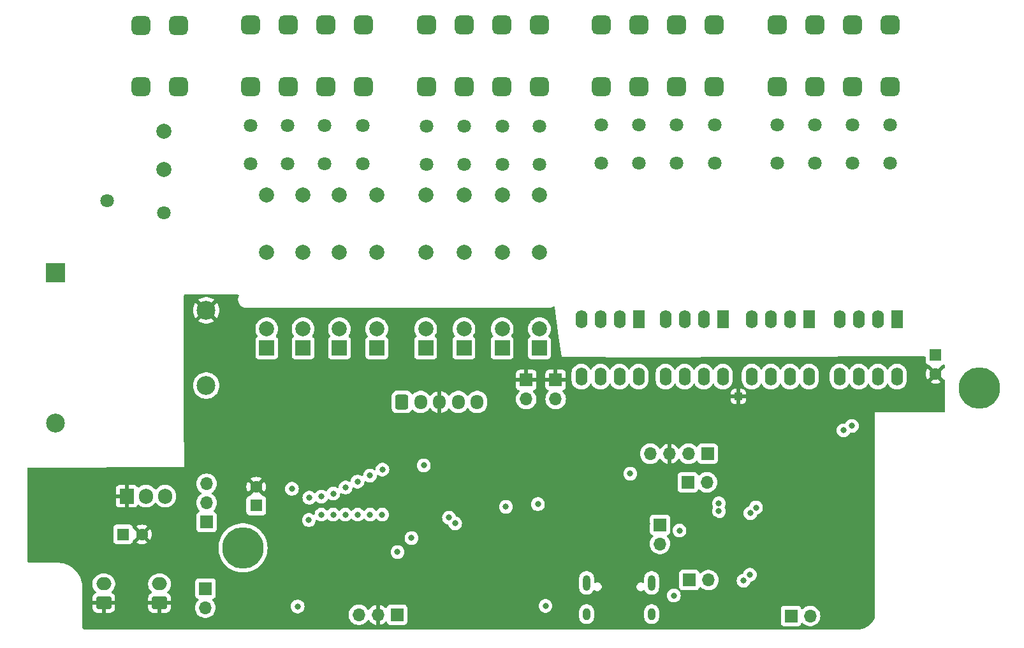
<source format=gbr>
%TF.GenerationSoftware,KiCad,Pcbnew,8.0.4*%
%TF.CreationDate,2024-09-09T03:45:19+02:00*%
%TF.ProjectId,hamodule,68616d6f-6475-46c6-952e-6b696361645f,20240908.24.8-2*%
%TF.SameCoordinates,Original*%
%TF.FileFunction,Copper,L3,Inr*%
%TF.FilePolarity,Positive*%
%FSLAX46Y46*%
G04 Gerber Fmt 4.6, Leading zero omitted, Abs format (unit mm)*
G04 Created by KiCad (PCBNEW 8.0.4) date 2024-09-09 03:45:19*
%MOMM*%
%LPD*%
G01*
G04 APERTURE LIST*
G04 Aperture macros list*
%AMRoundRect*
0 Rectangle with rounded corners*
0 $1 Rounding radius*
0 $2 $3 $4 $5 $6 $7 $8 $9 X,Y pos of 4 corners*
0 Add a 4 corners polygon primitive as box body*
4,1,4,$2,$3,$4,$5,$6,$7,$8,$9,$2,$3,0*
0 Add four circle primitives for the rounded corners*
1,1,$1+$1,$2,$3*
1,1,$1+$1,$4,$5*
1,1,$1+$1,$6,$7*
1,1,$1+$1,$8,$9*
0 Add four rect primitives between the rounded corners*
20,1,$1+$1,$2,$3,$4,$5,0*
20,1,$1+$1,$4,$5,$6,$7,0*
20,1,$1+$1,$6,$7,$8,$9,0*
20,1,$1+$1,$8,$9,$2,$3,0*%
G04 Aperture macros list end*
%TA.AperFunction,ComponentPad*%
%ADD10R,1.700000X1.700000*%
%TD*%
%TA.AperFunction,ComponentPad*%
%ADD11O,1.700000X1.700000*%
%TD*%
%TA.AperFunction,ComponentPad*%
%ADD12C,1.800000*%
%TD*%
%TA.AperFunction,ComponentPad*%
%ADD13RoundRect,0.250000X0.750000X-0.600000X0.750000X0.600000X-0.750000X0.600000X-0.750000X-0.600000X0*%
%TD*%
%TA.AperFunction,ComponentPad*%
%ADD14O,2.000000X1.700000*%
%TD*%
%TA.AperFunction,ComponentPad*%
%ADD15R,2.500000X2.500000*%
%TD*%
%TA.AperFunction,ComponentPad*%
%ADD16C,2.500000*%
%TD*%
%TA.AperFunction,ComponentPad*%
%ADD17R,1.905000X2.000000*%
%TD*%
%TA.AperFunction,ComponentPad*%
%ADD18O,1.905000X2.000000*%
%TD*%
%TA.AperFunction,ComponentPad*%
%ADD19RoundRect,0.625000X0.625000X0.625000X-0.625000X0.625000X-0.625000X-0.625000X0.625000X-0.625000X0*%
%TD*%
%TA.AperFunction,ComponentPad*%
%ADD20C,2.000000*%
%TD*%
%TA.AperFunction,ComponentPad*%
%ADD21R,1.600000X2.400000*%
%TD*%
%TA.AperFunction,ComponentPad*%
%ADD22O,1.600000X2.400000*%
%TD*%
%TA.AperFunction,ComponentPad*%
%ADD23R,1.600000X1.600000*%
%TD*%
%TA.AperFunction,ComponentPad*%
%ADD24C,1.600000*%
%TD*%
%TA.AperFunction,ComponentPad*%
%ADD25R,2.000000X2.000000*%
%TD*%
%TA.AperFunction,ComponentPad*%
%ADD26R,1.000000X1.000000*%
%TD*%
%TA.AperFunction,ComponentPad*%
%ADD27O,1.000000X2.100000*%
%TD*%
%TA.AperFunction,ComponentPad*%
%ADD28O,1.000000X1.600000*%
%TD*%
%TA.AperFunction,ComponentPad*%
%ADD29RoundRect,0.250000X-0.600000X-0.725000X0.600000X-0.725000X0.600000X0.725000X-0.600000X0.725000X0*%
%TD*%
%TA.AperFunction,ComponentPad*%
%ADD30O,1.700000X1.950000*%
%TD*%
%TA.AperFunction,ComponentPad*%
%ADD31C,5.500000*%
%TD*%
%TA.AperFunction,ViaPad*%
%ADD32C,0.800000*%
%TD*%
G04 APERTURE END LIST*
D10*
%TO.N,3.3V+*%
%TO.C,J5*%
X23674000Y5448400D03*
D11*
%TO.N,Net-(J4-Pin_2)*%
X23674000Y2908400D03*
%TD*%
D12*
%TO.N,220VAC(N)*%
%TO.C,RV1*%
X10626400Y57005330D03*
%TO.N,220VAC(L)*%
X18126400Y55372000D03*
%TD*%
D13*
%TO.N,GND*%
%TO.C,J1*%
X17574000Y3568700D03*
D14*
%TO.N,5V+*%
X17574000Y6068700D03*
%TD*%
D15*
%TO.N,220VAC(N)*%
%TO.C,PS1*%
X3780000Y47421800D03*
D16*
%TO.N,220VAC(L)*%
X3780000Y27421800D03*
%TO.N,5V+_PS*%
X23780000Y32421800D03*
%TO.N,GND*%
X23780000Y42421800D03*
%TD*%
D17*
%TO.N,GND*%
%TO.C,U1*%
X13242700Y17729200D03*
D18*
%TO.N,Net-(J4-Pin_2)*%
X15782700Y17729200D03*
%TO.N,5V+*%
X18322700Y17729200D03*
%TD*%
D19*
%TO.N,Net-(F13-Pad2)*%
%TO.C,J15*%
X44691800Y72136000D03*
X44691800Y80335999D03*
%TO.N,Net-(F12-Pad2)*%
X39691800Y72136000D03*
X39691800Y80335999D03*
%TO.N,Net-(F11-Pad2)*%
X34691800Y72136000D03*
X34691800Y80335999D03*
%TO.N,Net-(F10-Pad2)*%
X29691800Y72136000D03*
X29691800Y80335999D03*
%TD*%
%TO.N,Net-(F1-Pad1)*%
%TO.C,J2*%
X20144000Y72112401D03*
X20144000Y80312400D03*
%TO.N,220VAC(N)*%
X15144000Y72112401D03*
X15144000Y80312400D03*
%TD*%
%TO.N,Net-(F2-Pad2)*%
%TO.C,J7*%
X91264000Y72140201D03*
X91264000Y80340200D03*
%TO.N,Net-(F3-Pad2)*%
X86264000Y72140201D03*
X86264000Y80340200D03*
%TO.N,Net-(F4-Pad2)*%
X81264000Y72140201D03*
X81264000Y80340200D03*
%TO.N,Net-(F5-Pad2)*%
X76264000Y72140201D03*
X76264000Y80340200D03*
%TD*%
D20*
%TO.N,Net-(F1-Pad1)*%
%TO.C,F1*%
X18161000Y66243200D03*
%TO.N,220VAC(L)*%
X18151000Y61163200D03*
%TD*%
D21*
%TO.N,Net-(R23-Pad2)*%
%TO.C,U4*%
X115513178Y41232282D03*
D22*
%TO.N,220VAC(N)-LowV*%
X112973178Y41232282D03*
X110433178Y41232282D03*
%TO.N,Net-(R24-Pad2)*%
X107893178Y41232282D03*
%TO.N,Net-(U9-A2)*%
X107893178Y33612282D03*
%TO.N,3.3V+*%
X110433178Y33612282D03*
X112973178Y33612282D03*
%TO.N,Net-(U9-A1)*%
X115513178Y33612282D03*
%TD*%
D21*
%TO.N,Net-(R19-Pad2)*%
%TO.C,U7*%
X81205300Y41228800D03*
D22*
%TO.N,220VAC(N)-LowV*%
X78665300Y41228800D03*
X76125300Y41228800D03*
%TO.N,Net-(R20-Pad2)*%
X73585300Y41228800D03*
%TO.N,Net-(J19-Pin_2)*%
X73585300Y33608800D03*
%TO.N,3.3V+*%
X76125300Y33608800D03*
X78665300Y33608800D03*
%TO.N,Net-(U9-A7)*%
X81205300Y33608800D03*
%TD*%
D21*
%TO.N,Net-(R21-Pad2)*%
%TO.C,U6*%
X92381300Y41228800D03*
D22*
%TO.N,220VAC(N)-LowV*%
X89841300Y41228800D03*
X87301300Y41228800D03*
%TO.N,Net-(R22-Pad2)*%
X84761300Y41228800D03*
%TO.N,Net-(U9-A6)*%
X84761300Y33608800D03*
%TO.N,3.3V+*%
X87301300Y33608800D03*
X89841300Y33608800D03*
%TO.N,Net-(U9-A5)*%
X92381300Y33608800D03*
%TD*%
D13*
%TO.N,GND*%
%TO.C,J4*%
X10174000Y3568700D03*
D14*
%TO.N,Net-(J4-Pin_2)*%
X10174000Y6068700D03*
%TD*%
D10*
%TO.N,RXD0*%
%TO.C,J10*%
X101429402Y1808701D03*
D11*
%TO.N,TXD0*%
X103969402Y1808701D03*
%TD*%
D10*
%TO.N,GND*%
%TO.C,J19*%
X70174000Y33168400D03*
D11*
%TO.N,Net-(J19-Pin_2)*%
X70174000Y30628400D03*
%TD*%
D23*
%TO.N,Net-(JP1-B)*%
%TO.C,C19*%
X120624000Y36468400D03*
D24*
%TO.N,GND*%
X120624000Y33968400D03*
%TD*%
D10*
%TO.N,GPIO15*%
%TO.C,J14*%
X90364000Y23368400D03*
D11*
%TO.N,GPIO7*%
X87824000Y23368400D03*
%TO.N,GND*%
X85284000Y23368400D03*
%TO.N,3.3V+*%
X82744000Y23368400D03*
%TD*%
D19*
%TO.N,Net-(F6-Pad2)*%
%TO.C,J6*%
X114621702Y72140201D03*
X114621702Y80340200D03*
%TO.N,Net-(F7-Pad2)*%
X109621702Y72140201D03*
X109621702Y80340200D03*
%TO.N,Net-(F8-Pad2)*%
X104621702Y72140201D03*
X104621702Y80340200D03*
%TO.N,Net-(F9-Pad2)*%
X99621702Y72140201D03*
X99621702Y80340200D03*
%TD*%
%TO.N,Net-(F17-Pad2)*%
%TO.C,J16*%
X68059800Y72136000D03*
X68059800Y80335999D03*
%TO.N,Net-(F16-Pad2)*%
X63059800Y72136000D03*
X63059800Y80335999D03*
%TO.N,Net-(F15-Pad2)*%
X58059800Y72136000D03*
X58059800Y80335999D03*
%TO.N,Net-(F14-Pad2)*%
X53059800Y72136000D03*
X53059800Y80335999D03*
%TD*%
D12*
%TO.N,Net-(F15-Pad1)*%
%TO.C,F15*%
X58026800Y61849000D03*
%TO.N,Net-(F15-Pad2)*%
X58026800Y66929000D03*
%TD*%
D25*
%TO.N,Net-(U11-O5)*%
%TO.C,K5*%
X52911000Y37424500D03*
D20*
%TO.N,5V+*%
X52911000Y39964500D03*
%TO.N,220VAC(L)*%
X52911000Y50124500D03*
%TO.N,Net-(F14-Pad1)*%
X52911000Y57744500D03*
%TD*%
D10*
%TO.N,GPIO3*%
%TO.C,J12*%
X87724000Y19568400D03*
D11*
%TO.N,GPIO9*%
X90264000Y19568400D03*
%TD*%
D12*
%TO.N,Net-(F4-Pad1)*%
%TO.C,F4*%
X81228000Y61952500D03*
%TO.N,Net-(F4-Pad2)*%
X81228000Y67032500D03*
%TD*%
D23*
%TO.N,5V+_PS*%
%TO.C,C18*%
X30424000Y16486020D03*
D24*
%TO.N,GND*%
X30424000Y18986020D03*
%TD*%
D25*
%TO.N,Net-(U11-O6)*%
%TO.C,K6*%
X57991000Y37424500D03*
D20*
%TO.N,5V+*%
X57991000Y39964500D03*
%TO.N,220VAC(L)*%
X57991000Y50124500D03*
%TO.N,Net-(F15-Pad1)*%
X57991000Y57744500D03*
%TD*%
D12*
%TO.N,Net-(F2-Pad1)*%
%TO.C,F2*%
X91286400Y61952500D03*
%TO.N,Net-(F2-Pad2)*%
X91286400Y67032500D03*
%TD*%
D10*
%TO.N,GND*%
%TO.C,J17*%
X66274000Y33158400D03*
D11*
%TO.N,Net-(J17-Pin_2)*%
X66274000Y30618400D03*
%TD*%
D10*
%TO.N,GPIO12*%
%TO.C,J13*%
X84039402Y13923701D03*
D11*
%TO.N,GPIO13*%
X84039402Y11383701D03*
%TD*%
D12*
%TO.N,Net-(F7-Pad1)*%
%TO.C,F7*%
X109626400Y61950600D03*
%TO.N,Net-(F7-Pad2)*%
X109626400Y67030600D03*
%TD*%
D10*
%TO.N,SDA*%
%TO.C,J11*%
X87929800Y6578600D03*
D11*
%TO.N,SCL*%
X90469800Y6578600D03*
%TD*%
D26*
%TO.N,GND*%
%TO.C,TP1*%
X94424000Y30968400D03*
%TD*%
D12*
%TO.N,Net-(F8-Pad1)*%
%TO.C,F8*%
X104621800Y61950600D03*
%TO.N,Net-(F8-Pad2)*%
X104621800Y67030600D03*
%TD*%
%TO.N,Net-(F13-Pad1)*%
%TO.C,F13*%
X44532300Y61935500D03*
%TO.N,Net-(F13-Pad2)*%
X44532300Y67015500D03*
%TD*%
D21*
%TO.N,Net-(R25-Pad2)*%
%TO.C,U5*%
X103829178Y41232282D03*
D22*
%TO.N,220VAC(N)-LowV*%
X101289178Y41232282D03*
X98749178Y41232282D03*
%TO.N,Net-(R26-Pad2)*%
X96209178Y41232282D03*
%TO.N,Net-(U9-A4)*%
X96209178Y33612282D03*
%TO.N,3.3V+*%
X98749178Y33612282D03*
X101289178Y33612282D03*
%TO.N,Net-(U9-A3)*%
X103829178Y33612282D03*
%TD*%
D10*
%TO.N,Net-(D4-DOUT)*%
%TO.C,J8*%
X49116800Y1966700D03*
D11*
%TO.N,GND*%
X46576800Y1966700D03*
%TO.N,5V+*%
X44036800Y1966700D03*
%TD*%
D12*
%TO.N,Net-(F14-Pad1)*%
%TO.C,F14*%
X53073800Y61849000D03*
%TO.N,Net-(F14-Pad2)*%
X53073800Y66929000D03*
%TD*%
D27*
%TO.N,Net-(J3-SHIELD)*%
%TO.C,J3*%
X74285402Y6222801D03*
D28*
X74285402Y2042801D03*
D27*
X82925402Y6222801D03*
D28*
X82925402Y2042801D03*
%TD*%
D29*
%TO.N,5V+*%
%TO.C,J9*%
X49762400Y30243000D03*
D30*
%TO.N,3.3V+*%
X52262400Y30243000D03*
%TO.N,GND*%
X54762400Y30243000D03*
%TO.N,SCL*%
X57262400Y30243000D03*
%TO.N,SDA*%
X59762400Y30243000D03*
%TD*%
D10*
%TO.N,VBUS*%
%TO.C,SW1*%
X23834000Y14298400D03*
D11*
%TO.N,5V+*%
X23834000Y16838400D03*
%TO.N,5V+_PS*%
X23834000Y19378400D03*
%TD*%
D12*
%TO.N,Net-(F6-Pad1)*%
%TO.C,F6*%
X114604800Y61950600D03*
%TO.N,Net-(F6-Pad2)*%
X114604800Y67030600D03*
%TD*%
%TO.N,Net-(F3-Pad1)*%
%TO.C,F3*%
X86257200Y61952500D03*
%TO.N,Net-(F3-Pad2)*%
X86257200Y67032500D03*
%TD*%
%TO.N,Net-(F16-Pad1)*%
%TO.C,F16*%
X63106800Y61849000D03*
%TO.N,Net-(F16-Pad2)*%
X63106800Y66929000D03*
%TD*%
D31*
%TO.N,unconnected-(H5-Pad1)*%
%TO.C,H5*%
X28664000Y10858400D03*
%TD*%
D25*
%TO.N,Net-(U11-O1)*%
%TO.C,K1*%
X31818300Y37424500D03*
D20*
%TO.N,5V+*%
X31818300Y39964500D03*
%TO.N,220VAC(L)*%
X31818300Y50124500D03*
%TO.N,Net-(F10-Pad1)*%
X31818300Y57744500D03*
%TD*%
D25*
%TO.N,Net-(U11-O2)*%
%TO.C,K2*%
X36644300Y37424500D03*
D20*
%TO.N,5V+*%
X36644300Y39964500D03*
%TO.N,220VAC(L)*%
X36644300Y50124500D03*
%TO.N,Net-(F11-Pad1)*%
X36644300Y57744500D03*
%TD*%
D12*
%TO.N,Net-(F11-Pad1)*%
%TO.C,F11*%
X34612300Y61935500D03*
%TO.N,Net-(F11-Pad2)*%
X34612300Y67015500D03*
%TD*%
D25*
%TO.N,Net-(U11-O4)*%
%TO.C,K4*%
X46423300Y37424500D03*
D20*
%TO.N,5V+*%
X46423300Y39964500D03*
%TO.N,220VAC(L)*%
X46423300Y50124500D03*
%TO.N,Net-(F13-Pad1)*%
X46423300Y57744500D03*
%TD*%
D25*
%TO.N,Net-(U11-O7)*%
%TO.C,K7*%
X63071000Y37424500D03*
D20*
%TO.N,5V+*%
X63071000Y39964500D03*
%TO.N,220VAC(L)*%
X63071000Y50124500D03*
%TO.N,Net-(F16-Pad1)*%
X63071000Y57744500D03*
%TD*%
D25*
%TO.N,Net-(U11-O8)*%
%TO.C,K8*%
X68024000Y37424500D03*
D20*
%TO.N,5V+*%
X68024000Y39964500D03*
%TO.N,220VAC(L)*%
X68024000Y50124500D03*
%TO.N,Net-(F17-Pad1)*%
X68024000Y57744500D03*
%TD*%
D25*
%TO.N,Net-(U11-O3)*%
%TO.C,K3*%
X41470300Y37424500D03*
D20*
%TO.N,5V+*%
X41470300Y39964500D03*
%TO.N,220VAC(L)*%
X41470300Y50124500D03*
%TO.N,Net-(F12-Pad1)*%
X41470300Y57744500D03*
%TD*%
D31*
%TO.N,unconnected-(H4-Pad1)*%
%TO.C,H4*%
X126424000Y32080200D03*
%TD*%
D23*
%TO.N,Net-(J4-Pin_2)*%
%TO.C,C12*%
X12734700Y12649200D03*
D24*
%TO.N,GND*%
X15234700Y12649200D03*
%TD*%
D12*
%TO.N,Net-(F9-Pad1)*%
%TO.C,F9*%
X99621800Y61980000D03*
%TO.N,Net-(F9-Pad2)*%
X99621800Y67060000D03*
%TD*%
%TO.N,Net-(F5-Pad1)*%
%TO.C,F5*%
X76249600Y61952500D03*
%TO.N,Net-(F5-Pad2)*%
X76249600Y67032500D03*
%TD*%
%TO.N,Net-(F17-Pad1)*%
%TO.C,F17*%
X68059800Y61849000D03*
%TO.N,Net-(F17-Pad2)*%
X68059800Y66929000D03*
%TD*%
%TO.N,Net-(F10-Pad1)*%
%TO.C,F10*%
X29659300Y61935500D03*
%TO.N,Net-(F10-Pad2)*%
X29659300Y67015500D03*
%TD*%
%TO.N,Net-(F12-Pad1)*%
%TO.C,F12*%
X39532300Y61935500D03*
%TO.N,Net-(F12-Pad2)*%
X39532300Y67015500D03*
%TD*%
D32*
%TO.N,GND*%
X71274000Y27118400D03*
X71274000Y28218400D03*
%TO.N,3.3V+*%
X63571000Y16321956D03*
X49183529Y10308871D03*
X51033529Y12158871D03*
%TO.N,GND*%
X54724000Y9018400D03*
X68707120Y18632887D03*
X74174000Y19468400D03*
X65774000Y28268400D03*
%TO.N,3.3V+*%
X86624000Y13168400D03*
X109524000Y27068400D03*
X108413402Y26468400D03*
%TO.N,IO0*%
X68834000Y3148200D03*
X85878497Y4522897D03*
%TO.N,GND*%
X17824000Y15668400D03*
X35774000Y16018400D03*
X774000Y9518400D03*
X81224000Y17268400D03*
X111124000Y16968400D03*
X111124000Y19968400D03*
X102124000Y15468400D03*
X64126204Y1920409D03*
X64010737Y5981663D03*
X96724000Y19868400D03*
X105124000Y9468400D03*
X109624000Y19968400D03*
X31424000Y7568400D03*
X48124000Y6868400D03*
X102124000Y9468400D03*
X96724000Y17968400D03*
X108124000Y18468400D03*
X111124000Y9468400D03*
X67653400Y11268400D03*
X74974000Y14098701D03*
X76606400Y31267400D03*
X17220969Y8668400D03*
X121324000Y29418400D03*
X97924000Y15368400D03*
X48574000Y15268400D03*
X74774000Y12168400D03*
X45724000Y25768400D03*
X87706200Y29743400D03*
X17024000Y10068400D03*
X105024000Y7268400D03*
X41324000Y25468400D03*
X28449000Y33568400D03*
X57624000Y24018400D03*
X73374000Y8018400D03*
X82324000Y14098701D03*
X57624000Y21168400D03*
X93624000Y2768400D03*
X111124000Y10968400D03*
X104668242Y27468399D03*
X43124000Y6790296D03*
X111524000Y29668400D03*
X105224000Y18468400D03*
X87824000Y10268400D03*
X111124000Y13968400D03*
X100624000Y10768400D03*
X49374000Y6868400D03*
X91324000Y18068400D03*
X100546400Y31216600D03*
X97224000Y8168400D03*
X6172200Y10109200D03*
X6146800Y12217400D03*
X50974000Y15368400D03*
X82424000Y12268400D03*
X50874000Y4468400D03*
X78625400Y8862301D03*
X105445758Y23689201D03*
X111924000Y23968400D03*
X70154000Y37018400D03*
X103624000Y10968400D03*
X55224000Y18768400D03*
X109624000Y12668400D03*
X55212400Y27768400D03*
X87731600Y31242000D03*
X45724000Y24668400D03*
X111824000Y26968400D03*
X95124000Y14568400D03*
X67487800Y2032000D03*
X31524000Y1968400D03*
X96424000Y2768400D03*
X89357200Y29743400D03*
X100546400Y29718000D03*
X103824000Y19868400D03*
X6124000Y16068400D03*
X78181200Y31216600D03*
X55224000Y21118400D03*
X95624000Y9568400D03*
X108124000Y7268400D03*
X6096000Y14198600D03*
X98924000Y2768400D03*
X97824000Y17168400D03*
X102124000Y12368400D03*
X74774000Y8318400D03*
X97224000Y10968400D03*
X57624000Y18718400D03*
X106624000Y10968400D03*
X89357200Y31267400D03*
X39824000Y6790296D03*
X83324000Y17268400D03*
X99224000Y19968400D03*
X99124000Y9568400D03*
X40402300Y890100D03*
X111524000Y31168400D03*
X81224000Y15326200D03*
X50224000Y26768400D03*
X100724000Y8168400D03*
X102224000Y18468400D03*
X35724000Y25468400D03*
X56724000Y4268400D03*
X99555800Y31216600D03*
X54124000Y26768400D03*
X82244849Y8547551D03*
X87424000Y17318400D03*
X109624000Y15468400D03*
X50274000Y23918400D03*
X88024000Y2184400D03*
X84024000Y8268400D03*
X28449000Y28293400D03*
X91324000Y14655101D03*
X85524000Y17268400D03*
X111224000Y6368400D03*
X55224000Y23968400D03*
X111924000Y24968400D03*
X91324000Y2768400D03*
X97024000Y14468400D03*
X70142600Y11268400D03*
X674000Y20918400D03*
X88824000Y3268400D03*
X108124000Y9468400D03*
X76606400Y29743400D03*
X106624000Y19868400D03*
X78130400Y29692600D03*
X36624000Y6790296D03*
X57150000Y1041400D03*
X99530400Y29692600D03*
%TO.N,SDA*%
X95986468Y7298201D03*
X56824000Y14118400D03*
%TO.N,SCL*%
X95129402Y6498701D03*
X56024000Y14886600D03*
%TO.N,/ESP-D+*%
X96038170Y15477469D03*
X91853360Y15726201D03*
%TO.N,/ESP-D-*%
X91853360Y16776201D03*
X96780634Y16219933D03*
%TO.N,Net-(U11-I1)*%
X35158314Y18702714D03*
%TO.N,Net-(U11-I2)*%
X37474000Y17518400D03*
X37410000Y14554400D03*
%TO.N,Net-(U11-I3)*%
X39072400Y15268400D03*
X39072400Y17668400D03*
%TO.N,Net-(U11-I4)*%
X40647200Y15268400D03*
X40650783Y18068400D03*
%TO.N,Net-(U11-I5)*%
X42272800Y15268400D03*
X42274000Y18868400D03*
%TO.N,Net-(U11-I8)*%
X47174000Y21268400D03*
X47149600Y15268400D03*
%TO.N,Net-(U11-I7)*%
X45524000Y20468400D03*
X45524000Y15268400D03*
%TO.N,Net-(U11-I6)*%
X43874000Y19668400D03*
X43887000Y15268400D03*
%TO.N,3.3V+*%
X67824000Y16668400D03*
X35924000Y3068400D03*
X52674000Y21818400D03*
X80084000Y20708400D03*
%TD*%
%TA.AperFunction,Conductor*%
%TO.N,GND*%
G36*
X27999524Y44511521D02*
G01*
X28066522Y44491699D01*
X28112169Y44438802D01*
X28121972Y44369624D01*
X28114596Y44344946D01*
X28115553Y44344597D01*
X28047241Y44156916D01*
X28013500Y43965559D01*
X28013500Y43771242D01*
X28047241Y43579885D01*
X28113700Y43397293D01*
X28113703Y43397286D01*
X28210858Y43229008D01*
X28335757Y43080158D01*
X28484607Y42955259D01*
X28484608Y42955258D01*
X28484610Y42955257D01*
X28652890Y42858101D01*
X28835484Y42791642D01*
X29026844Y42757900D01*
X29026846Y42757900D01*
X69321154Y42757900D01*
X69321156Y42757900D01*
X69512516Y42791642D01*
X69695110Y42858101D01*
X69860738Y42953727D01*
X69928634Y42970198D01*
X69994661Y42947346D01*
X70037851Y42892425D01*
X70045541Y42863497D01*
X70602021Y38880704D01*
X70974000Y36218400D01*
X82848300Y36183500D01*
X82848301Y36183501D01*
X82848302Y36183500D01*
X95856200Y36221200D01*
X119191143Y36288831D01*
X119258237Y36269341D01*
X119304145Y36216670D01*
X119315500Y36164832D01*
X119315500Y35619746D01*
X119322011Y35559198D01*
X119322011Y35559196D01*
X119373111Y35422196D01*
X119460739Y35305139D01*
X119577796Y35217511D01*
X119714799Y35166411D01*
X119742050Y35163482D01*
X119775345Y35159901D01*
X119775360Y35159901D01*
X119775362Y35159900D01*
X119775364Y35159900D01*
X119778669Y35159723D01*
X119778659Y35159545D01*
X119778665Y35159544D01*
X119778653Y35159441D01*
X119778591Y35158272D01*
X119840084Y35140215D01*
X119885839Y35087411D01*
X119891519Y35054433D01*
X120577553Y34368400D01*
X120571339Y34368400D01*
X120469606Y34341141D01*
X120378394Y34288480D01*
X120303920Y34214006D01*
X120251259Y34122794D01*
X120224000Y34021061D01*
X120224000Y34014848D01*
X119544974Y34693874D01*
X119544973Y34693874D01*
X119493871Y34620891D01*
X119493866Y34620884D01*
X119397734Y34414727D01*
X119397730Y34414718D01*
X119338860Y34195011D01*
X119338858Y34195000D01*
X119319034Y33968403D01*
X119319034Y33968398D01*
X119338858Y33741801D01*
X119338860Y33741790D01*
X119397730Y33522083D01*
X119397735Y33522069D01*
X119493863Y33315922D01*
X119544974Y33242928D01*
X120224000Y33921954D01*
X120224000Y33915739D01*
X120251259Y33814006D01*
X120303920Y33722794D01*
X120378394Y33648320D01*
X120469606Y33595659D01*
X120571339Y33568400D01*
X120577553Y33568400D01*
X119898526Y32889375D01*
X119971513Y32838268D01*
X119971521Y32838264D01*
X120177668Y32742136D01*
X120177682Y32742131D01*
X120397389Y32683261D01*
X120397400Y32683259D01*
X120623998Y32663434D01*
X120624002Y32663434D01*
X120850599Y32683259D01*
X120850610Y32683261D01*
X121070317Y32742131D01*
X121070331Y32742136D01*
X121276478Y32838264D01*
X121349471Y32889376D01*
X120670447Y33568400D01*
X120676661Y33568400D01*
X120778394Y33595659D01*
X120869606Y33648320D01*
X120944080Y33722794D01*
X120996741Y33814006D01*
X121024000Y33915739D01*
X121024000Y33921953D01*
X121703024Y33242929D01*
X121737192Y33245918D01*
X121805692Y33232151D01*
X121855876Y33183536D01*
X121872000Y33122390D01*
X121872000Y29005400D01*
X121852315Y28938361D01*
X121799511Y28892606D01*
X121748000Y28881400D01*
X112547400Y28881400D01*
X112535857Y1583016D01*
X112524933Y1532177D01*
X112453438Y1373322D01*
X112446479Y1360063D01*
X112296218Y1111499D01*
X112287712Y1099176D01*
X112108581Y870533D01*
X112098651Y859325D01*
X111893275Y653949D01*
X111882067Y644019D01*
X111653424Y464888D01*
X111641101Y456382D01*
X111392536Y306120D01*
X111379277Y299161D01*
X111114406Y179952D01*
X111100410Y174645D01*
X110838346Y92982D01*
X110823115Y88236D01*
X110808577Y84653D01*
X110522876Y32296D01*
X110508010Y30491D01*
X110419687Y25149D01*
X110412229Y24923D01*
X7624827Y1722D01*
X7577346Y11161D01*
X7574113Y12500D01*
X7544333Y24836D01*
X7516300Y41021D01*
X7461533Y83046D01*
X7438645Y105934D01*
X7396621Y160700D01*
X7380435Y188734D01*
X7354019Y252508D01*
X7345641Y283776D01*
X7336477Y353383D01*
X7335416Y369523D01*
X7335238Y864631D01*
X7333583Y5456320D01*
X7333650Y5460375D01*
X7339065Y5624063D01*
X7335043Y5684061D01*
X7331205Y5741332D01*
X7316856Y5955405D01*
X7279694Y6175616D01*
X8665500Y6175616D01*
X8665500Y5961785D01*
X8698951Y5750583D01*
X8765026Y5547220D01*
X8765027Y5547217D01*
X8850922Y5378640D01*
X8862106Y5356691D01*
X8987794Y5183696D01*
X8987796Y5183694D01*
X9126070Y5045420D01*
X9159555Y4984097D01*
X9154571Y4914405D01*
X9112699Y4858472D01*
X9103486Y4852201D01*
X8955659Y4761020D01*
X8955655Y4761017D01*
X8831684Y4637046D01*
X8739643Y4487825D01*
X8739641Y4487820D01*
X8684494Y4321398D01*
X8684493Y4321391D01*
X8674000Y4218687D01*
X8674000Y3818700D01*
X9740988Y3818700D01*
X9708075Y3761693D01*
X9674000Y3634526D01*
X9674000Y3502874D01*
X9708075Y3375707D01*
X9740988Y3318700D01*
X8674001Y3318700D01*
X8674001Y2918714D01*
X8684494Y2816003D01*
X8739641Y2649581D01*
X8739643Y2649576D01*
X8831684Y2500355D01*
X8955654Y2376385D01*
X9104875Y2284344D01*
X9104880Y2284342D01*
X9271302Y2229195D01*
X9271309Y2229194D01*
X9374019Y2218701D01*
X9923999Y2218701D01*
X9924000Y2218702D01*
X9924000Y3135688D01*
X9981007Y3102775D01*
X10108174Y3068700D01*
X10239826Y3068700D01*
X10366993Y3102775D01*
X10424000Y3135688D01*
X10424000Y2218701D01*
X10973972Y2218701D01*
X10973986Y2218702D01*
X11076697Y2229195D01*
X11243119Y2284342D01*
X11243124Y2284344D01*
X11392345Y2376385D01*
X11516315Y2500355D01*
X11608356Y2649576D01*
X11608358Y2649581D01*
X11663505Y2816003D01*
X11663506Y2816010D01*
X11673999Y2918714D01*
X11674000Y2918727D01*
X11674000Y3318700D01*
X10607012Y3318700D01*
X10639925Y3375707D01*
X10674000Y3502874D01*
X10674000Y3634526D01*
X10639925Y3761693D01*
X10607012Y3818700D01*
X11673999Y3818700D01*
X11673999Y4218672D01*
X11673998Y4218687D01*
X11663505Y4321398D01*
X11608358Y4487820D01*
X11608356Y4487825D01*
X11516315Y4637046D01*
X11392344Y4761017D01*
X11392340Y4761020D01*
X11244513Y4852201D01*
X11197788Y4904149D01*
X11186567Y4973111D01*
X11214410Y5037193D01*
X11221907Y5045398D01*
X11360206Y5183696D01*
X11485894Y5356691D01*
X11582972Y5547217D01*
X11649049Y5750584D01*
X11682500Y5961784D01*
X11682500Y6175616D01*
X16065500Y6175616D01*
X16065500Y5961785D01*
X16098951Y5750583D01*
X16165026Y5547220D01*
X16165027Y5547217D01*
X16250922Y5378640D01*
X16262106Y5356691D01*
X16387794Y5183696D01*
X16387796Y5183694D01*
X16526070Y5045420D01*
X16559555Y4984097D01*
X16554571Y4914405D01*
X16512699Y4858472D01*
X16503486Y4852201D01*
X16355659Y4761020D01*
X16355655Y4761017D01*
X16231684Y4637046D01*
X16139643Y4487825D01*
X16139641Y4487820D01*
X16084494Y4321398D01*
X16084493Y4321391D01*
X16074000Y4218687D01*
X16074000Y3818700D01*
X17140988Y3818700D01*
X17108075Y3761693D01*
X17074000Y3634526D01*
X17074000Y3502874D01*
X17108075Y3375707D01*
X17140988Y3318700D01*
X16074001Y3318700D01*
X16074001Y2918714D01*
X16084494Y2816003D01*
X16139641Y2649581D01*
X16139643Y2649576D01*
X16231684Y2500355D01*
X16355654Y2376385D01*
X16504875Y2284344D01*
X16504880Y2284342D01*
X16671302Y2229195D01*
X16671309Y2229194D01*
X16774019Y2218701D01*
X17323999Y2218701D01*
X17324000Y2218702D01*
X17324000Y3135688D01*
X17381007Y3102775D01*
X17508174Y3068700D01*
X17639826Y3068700D01*
X17766993Y3102775D01*
X17824000Y3135688D01*
X17824000Y2218701D01*
X18373972Y2218701D01*
X18373986Y2218702D01*
X18476697Y2229195D01*
X18643119Y2284342D01*
X18643124Y2284344D01*
X18792345Y2376385D01*
X18916315Y2500355D01*
X19008356Y2649576D01*
X19008358Y2649581D01*
X19063505Y2816003D01*
X19063506Y2816010D01*
X19072946Y2908406D01*
X22310844Y2908406D01*
X22310844Y2908395D01*
X22329434Y2684041D01*
X22329436Y2684029D01*
X22384703Y2465786D01*
X22475140Y2259608D01*
X22598276Y2071135D01*
X22598284Y2071124D01*
X22750756Y1905498D01*
X22750761Y1905493D01*
X22809981Y1859400D01*
X22928424Y1767211D01*
X22928425Y1767211D01*
X22928427Y1767209D01*
X22974402Y1742329D01*
X23126426Y1660058D01*
X23339365Y1586956D01*
X23561431Y1549900D01*
X23786569Y1549900D01*
X24008635Y1586956D01*
X24221574Y1660058D01*
X24419576Y1767211D01*
X24597240Y1905494D01*
X24653590Y1966706D01*
X42673644Y1966706D01*
X42673644Y1966695D01*
X42692234Y1742341D01*
X42692236Y1742329D01*
X42747503Y1524086D01*
X42837940Y1317908D01*
X42961076Y1129435D01*
X42961084Y1129424D01*
X43113556Y963798D01*
X43113561Y963793D01*
X43158783Y928595D01*
X43291224Y825511D01*
X43291225Y825511D01*
X43291227Y825509D01*
X43417935Y756939D01*
X43489226Y718358D01*
X43702165Y645256D01*
X43924231Y608200D01*
X44149369Y608200D01*
X44371435Y645256D01*
X44584374Y718358D01*
X44782376Y825511D01*
X44960040Y963794D01*
X45065095Y1077913D01*
X45112515Y1129424D01*
X45112515Y1129425D01*
X45112522Y1129432D01*
X45206549Y1273353D01*
X45259694Y1318706D01*
X45328925Y1328130D01*
X45392261Y1298628D01*
X45411930Y1276652D01*
X45538690Y1095622D01*
X45705717Y928595D01*
X45899221Y793100D01*
X46113307Y693271D01*
X46113316Y693267D01*
X46326800Y636066D01*
X46326800Y1533688D01*
X46383807Y1500775D01*
X46510974Y1466700D01*
X46642626Y1466700D01*
X46769793Y1500775D01*
X46826800Y1533688D01*
X46826800Y636067D01*
X47040283Y693267D01*
X47040292Y693271D01*
X47254378Y793100D01*
X47447878Y928592D01*
X47563714Y1044428D01*
X47625037Y1077913D01*
X47694729Y1072929D01*
X47750663Y1031058D01*
X47767577Y1000081D01*
X47815910Y870497D01*
X47831628Y849500D01*
X47903539Y753439D01*
X48020596Y665811D01*
X48157599Y614711D01*
X48184850Y611782D01*
X48218145Y608201D01*
X48218162Y608200D01*
X50015438Y608200D01*
X50015454Y608201D01*
X50042492Y611109D01*
X50076001Y614711D01*
X50213004Y665811D01*
X50330061Y753439D01*
X50417689Y870496D01*
X50468789Y1007499D01*
X50472759Y1044428D01*
X50475299Y1068046D01*
X50475300Y1068063D01*
X50475300Y2865338D01*
X50475299Y2865355D01*
X50470670Y2908406D01*
X50468789Y2925901D01*
X50466022Y2933319D01*
X50439359Y3004806D01*
X50417689Y3062904D01*
X50353837Y3148200D01*
X67920496Y3148200D01*
X67940458Y2958272D01*
X67940459Y2958269D01*
X67999470Y2776651D01*
X67999473Y2776644D01*
X68094960Y2611256D01*
X68222747Y2469334D01*
X68377248Y2357082D01*
X68551712Y2279406D01*
X68738513Y2239700D01*
X68929487Y2239700D01*
X69116288Y2279406D01*
X69290752Y2357082D01*
X69407817Y2442135D01*
X73276902Y2442135D01*
X73276902Y1643468D01*
X73315656Y1448640D01*
X73315658Y1448632D01*
X73391679Y1265100D01*
X73391684Y1265091D01*
X73502048Y1099921D01*
X73502051Y1099917D01*
X73642517Y959451D01*
X73642521Y959448D01*
X73807691Y849084D01*
X73807697Y849081D01*
X73807698Y849080D01*
X73991233Y773057D01*
X74186068Y734302D01*
X74186072Y734301D01*
X74186073Y734301D01*
X74384732Y734301D01*
X74384733Y734302D01*
X74579571Y773057D01*
X74763106Y849080D01*
X74928283Y959448D01*
X75068755Y1099920D01*
X75179123Y1265097D01*
X75255146Y1448632D01*
X75293902Y1643472D01*
X75293902Y2442130D01*
X75293901Y2442135D01*
X81916902Y2442135D01*
X81916902Y1643468D01*
X81955656Y1448640D01*
X81955658Y1448632D01*
X82031679Y1265100D01*
X82031684Y1265091D01*
X82142048Y1099921D01*
X82142051Y1099917D01*
X82282517Y959451D01*
X82282521Y959448D01*
X82447691Y849084D01*
X82447697Y849081D01*
X82447698Y849080D01*
X82631233Y773057D01*
X82826068Y734302D01*
X82826072Y734301D01*
X82826073Y734301D01*
X83024732Y734301D01*
X83024733Y734302D01*
X83219571Y773057D01*
X83403106Y849080D01*
X83568283Y959448D01*
X83708755Y1099920D01*
X83819123Y1265097D01*
X83895146Y1448632D01*
X83933902Y1643472D01*
X83933902Y2442130D01*
X83895146Y2636970D01*
X83865991Y2707356D01*
X100070902Y2707356D01*
X100070902Y910047D01*
X100077413Y849499D01*
X100077413Y849497D01*
X100105925Y773057D01*
X100128513Y712497D01*
X100216141Y595440D01*
X100333198Y507812D01*
X100470201Y456712D01*
X100497452Y453783D01*
X100530747Y450202D01*
X100530764Y450201D01*
X102328040Y450201D01*
X102328056Y450202D01*
X102355094Y453110D01*
X102388603Y456712D01*
X102525606Y507812D01*
X102642663Y595440D01*
X102730291Y712497D01*
X102775540Y833814D01*
X102817411Y889745D01*
X102882876Y914162D01*
X102951148Y899310D01*
X102982947Y874465D01*
X103046162Y805795D01*
X103223826Y667512D01*
X103223827Y667512D01*
X103223829Y667510D01*
X103267237Y644019D01*
X103421828Y560359D01*
X103634767Y487257D01*
X103856833Y450201D01*
X104081971Y450201D01*
X104304037Y487257D01*
X104516976Y560359D01*
X104714978Y667512D01*
X104892642Y805795D01*
X105005686Y928592D01*
X105045117Y971425D01*
X105045118Y971427D01*
X105045124Y971433D01*
X105168262Y1159910D01*
X105258698Y1366085D01*
X105313966Y1584333D01*
X105313967Y1584342D01*
X105332558Y1808696D01*
X105332558Y1808707D01*
X105313967Y2033061D01*
X105313965Y2033073D01*
X105271793Y2199606D01*
X105258698Y2251317D01*
X105168262Y2457492D01*
X105162843Y2465786D01*
X105051003Y2636970D01*
X105045124Y2645969D01*
X105045121Y2645972D01*
X105045117Y2645978D01*
X104892645Y2811604D01*
X104892640Y2811609D01*
X104745796Y2925903D01*
X104714978Y2949890D01*
X104714977Y2949891D01*
X104714974Y2949893D01*
X104516982Y3057040D01*
X104516979Y3057042D01*
X104516976Y3057043D01*
X104516973Y3057044D01*
X104516971Y3057045D01*
X104304039Y3130145D01*
X104081971Y3167201D01*
X103856833Y3167201D01*
X103634764Y3130145D01*
X103421832Y3057045D01*
X103421821Y3057040D01*
X103223829Y2949893D01*
X103223824Y2949889D01*
X103046163Y2811609D01*
X102982950Y2742941D01*
X102923063Y2706951D01*
X102853225Y2709052D01*
X102795609Y2748577D01*
X102775540Y2783591D01*
X102730291Y2904905D01*
X102719944Y2918727D01*
X102642663Y3021962D01*
X102525606Y3109590D01*
X102388605Y3160690D01*
X102328056Y3167201D01*
X102328040Y3167201D01*
X100530764Y3167201D01*
X100530747Y3167201D01*
X100470199Y3160690D01*
X100470197Y3160690D01*
X100333197Y3109590D01*
X100216141Y3021962D01*
X100128513Y2904906D01*
X100077413Y2767906D01*
X100077413Y2767904D01*
X100070902Y2707356D01*
X83865991Y2707356D01*
X83819123Y2820505D01*
X83819122Y2820506D01*
X83819119Y2820512D01*
X83708755Y2985682D01*
X83708752Y2985686D01*
X83568286Y3126152D01*
X83568282Y3126155D01*
X83403112Y3236519D01*
X83403103Y3236524D01*
X83219571Y3312545D01*
X83219563Y3312547D01*
X83024735Y3351301D01*
X83024731Y3351301D01*
X82826073Y3351301D01*
X82826068Y3351301D01*
X82631240Y3312547D01*
X82631232Y3312545D01*
X82447700Y3236524D01*
X82447691Y3236519D01*
X82282521Y3126155D01*
X82282517Y3126152D01*
X82142051Y2985686D01*
X82142048Y2985682D01*
X82031684Y2820512D01*
X82031679Y2820503D01*
X81955658Y2636971D01*
X81955656Y2636963D01*
X81916902Y2442135D01*
X75293901Y2442135D01*
X75255146Y2636970D01*
X75179123Y2820505D01*
X75179122Y2820506D01*
X75179119Y2820512D01*
X75068755Y2985682D01*
X75068752Y2985686D01*
X74928286Y3126152D01*
X74928282Y3126155D01*
X74763112Y3236519D01*
X74763103Y3236524D01*
X74579571Y3312545D01*
X74579563Y3312547D01*
X74384735Y3351301D01*
X74384731Y3351301D01*
X74186073Y3351301D01*
X74186068Y3351301D01*
X73991240Y3312547D01*
X73991232Y3312545D01*
X73807700Y3236524D01*
X73807691Y3236519D01*
X73642521Y3126155D01*
X73642517Y3126152D01*
X73502051Y2985686D01*
X73502048Y2985682D01*
X73391684Y2820512D01*
X73391679Y2820503D01*
X73315658Y2636971D01*
X73315656Y2636963D01*
X73276902Y2442135D01*
X69407817Y2442135D01*
X69445253Y2469334D01*
X69573040Y2611256D01*
X69668527Y2776644D01*
X69727542Y2958272D01*
X69747504Y3148200D01*
X69727542Y3338128D01*
X69668527Y3519756D01*
X69573040Y3685144D01*
X69445253Y3827066D01*
X69290752Y3939318D01*
X69116288Y4016994D01*
X69116286Y4016995D01*
X68929487Y4056700D01*
X68738513Y4056700D01*
X68551714Y4016995D01*
X68377246Y3939317D01*
X68222745Y3827065D01*
X68094959Y3685143D01*
X67999473Y3519757D01*
X67999470Y3519750D01*
X67944645Y3351015D01*
X67940458Y3338128D01*
X67920496Y3148200D01*
X50353837Y3148200D01*
X50330061Y3179961D01*
X50213004Y3267589D01*
X50076003Y3318689D01*
X50015454Y3325200D01*
X50015438Y3325200D01*
X48218162Y3325200D01*
X48218145Y3325200D01*
X48157597Y3318689D01*
X48157595Y3318689D01*
X48020595Y3267589D01*
X47903539Y3179961D01*
X47815911Y3062905D01*
X47767577Y2933319D01*
X47725705Y2877386D01*
X47660241Y2852970D01*
X47591968Y2867822D01*
X47563715Y2888973D01*
X47447882Y3004806D01*
X47254378Y3140301D01*
X47040292Y3240130D01*
X47040286Y3240133D01*
X46826800Y3297336D01*
X46826800Y2399712D01*
X46769793Y2432625D01*
X46642626Y2466700D01*
X46510974Y2466700D01*
X46383807Y2432625D01*
X46326800Y2399712D01*
X46326800Y3297336D01*
X46326799Y3297336D01*
X46113313Y3240133D01*
X46113307Y3240130D01*
X45899222Y3140301D01*
X45899220Y3140300D01*
X45705726Y3004814D01*
X45705720Y3004809D01*
X45538691Y2837780D01*
X45538690Y2837778D01*
X45411931Y2656748D01*
X45357354Y2613123D01*
X45287855Y2605931D01*
X45225501Y2637453D01*
X45206552Y2660044D01*
X45112522Y2803968D01*
X45112515Y2803975D01*
X45112515Y2803977D01*
X44960043Y2969603D01*
X44960038Y2969608D01*
X44782377Y3107888D01*
X44782372Y3107892D01*
X44584380Y3215039D01*
X44584377Y3215041D01*
X44584374Y3215042D01*
X44584371Y3215043D01*
X44584369Y3215044D01*
X44371437Y3288144D01*
X44149369Y3325200D01*
X43924231Y3325200D01*
X43702162Y3288144D01*
X43489230Y3215044D01*
X43489219Y3215039D01*
X43291227Y3107892D01*
X43291222Y3107888D01*
X43113561Y2969608D01*
X43113556Y2969603D01*
X42961084Y2803977D01*
X42961078Y2803968D01*
X42837940Y2615493D01*
X42747503Y2409315D01*
X42692236Y2191072D01*
X42692234Y2191060D01*
X42673644Y1966706D01*
X24653590Y1966706D01*
X24749722Y2071132D01*
X24872860Y2259609D01*
X24963296Y2465784D01*
X25018564Y2684032D01*
X25020463Y2706951D01*
X25037156Y2908395D01*
X25037156Y2908406D01*
X25023898Y3068400D01*
X35010496Y3068400D01*
X35030458Y2878472D01*
X35030459Y2878469D01*
X35089470Y2696851D01*
X35089473Y2696844D01*
X35184960Y2531456D01*
X35273948Y2432625D01*
X35304433Y2398767D01*
X35312747Y2389534D01*
X35467248Y2277282D01*
X35641712Y2199606D01*
X35828513Y2159900D01*
X36019487Y2159900D01*
X36206288Y2199606D01*
X36380752Y2277282D01*
X36535253Y2389534D01*
X36663040Y2531456D01*
X36758527Y2696844D01*
X36817542Y2878472D01*
X36837504Y3068400D01*
X36817542Y3258328D01*
X36758527Y3439956D01*
X36663040Y3605344D01*
X36535253Y3747266D01*
X36380752Y3859518D01*
X36206288Y3937194D01*
X36206286Y3937195D01*
X36019487Y3976900D01*
X35828513Y3976900D01*
X35641714Y3937195D01*
X35467246Y3859517D01*
X35312745Y3747265D01*
X35184959Y3605343D01*
X35089473Y3439957D01*
X35089470Y3439950D01*
X35033467Y3267589D01*
X35030458Y3258328D01*
X35010496Y3068400D01*
X25023898Y3068400D01*
X25018565Y3132760D01*
X25018563Y3132772D01*
X24985916Y3261693D01*
X24963296Y3351016D01*
X24872860Y3557191D01*
X24749722Y3745668D01*
X24749719Y3745671D01*
X24749715Y3745677D01*
X24604510Y3903409D01*
X24573587Y3966063D01*
X24581447Y4035489D01*
X24625594Y4089645D01*
X24652405Y4103573D01*
X24732584Y4133480D01*
X24770204Y4147511D01*
X24887261Y4235139D01*
X24974889Y4352196D01*
X25025989Y4489199D01*
X25029612Y4522897D01*
X84964993Y4522897D01*
X84984955Y4332969D01*
X84984956Y4332966D01*
X85043967Y4151348D01*
X85043970Y4151341D01*
X85139457Y3985953D01*
X85267244Y3844031D01*
X85421745Y3731779D01*
X85596209Y3654103D01*
X85783010Y3614397D01*
X85973984Y3614397D01*
X86160785Y3654103D01*
X86335249Y3731779D01*
X86489750Y3844031D01*
X86617537Y3985953D01*
X86713024Y4151341D01*
X86772039Y4332969D01*
X86792001Y4522897D01*
X86772039Y4712825D01*
X86713024Y4894453D01*
X86617537Y5059841D01*
X86502478Y5187627D01*
X86489751Y5201762D01*
X86455550Y5226611D01*
X86335249Y5314015D01*
X86160785Y5391691D01*
X86160783Y5391692D01*
X85973984Y5431397D01*
X85783010Y5431397D01*
X85596211Y5391692D01*
X85421743Y5314014D01*
X85267242Y5201762D01*
X85139456Y5059840D01*
X85043970Y4894454D01*
X85043967Y4894447D01*
X84994971Y4743651D01*
X84984955Y4712825D01*
X84964993Y4522897D01*
X25029612Y4522897D01*
X25032499Y4549746D01*
X25032500Y4549763D01*
X25032500Y6347038D01*
X25032499Y6347055D01*
X25029157Y6378130D01*
X25025989Y6407601D01*
X24974889Y6544604D01*
X24887261Y6661661D01*
X24770204Y6749289D01*
X24738112Y6761259D01*
X24633203Y6800389D01*
X24572654Y6806900D01*
X24572638Y6806900D01*
X22775362Y6806900D01*
X22775345Y6806900D01*
X22714797Y6800389D01*
X22714795Y6800389D01*
X22577795Y6749289D01*
X22460739Y6661661D01*
X22373111Y6544605D01*
X22322011Y6407605D01*
X22322011Y6407603D01*
X22315500Y6347055D01*
X22315500Y4549746D01*
X22322011Y4489198D01*
X22322011Y4489196D01*
X22373111Y4352196D01*
X22460739Y4235139D01*
X22577796Y4147511D01*
X22629737Y4128138D01*
X22695595Y4103573D01*
X22751528Y4061701D01*
X22775944Y3996237D01*
X22761092Y3927964D01*
X22743490Y3903409D01*
X22598279Y3745670D01*
X22598276Y3745666D01*
X22475140Y3557193D01*
X22384703Y3351015D01*
X22329436Y3132772D01*
X22329434Y3132760D01*
X22310844Y2908406D01*
X19072946Y2908406D01*
X19073999Y2918714D01*
X19074000Y2918727D01*
X19074000Y3318700D01*
X18007012Y3318700D01*
X18039925Y3375707D01*
X18074000Y3502874D01*
X18074000Y3634526D01*
X18039925Y3761693D01*
X18007012Y3818700D01*
X19073999Y3818700D01*
X19073999Y4218672D01*
X19073998Y4218687D01*
X19063505Y4321398D01*
X19008358Y4487820D01*
X19008356Y4487825D01*
X18916315Y4637046D01*
X18792344Y4761017D01*
X18792340Y4761020D01*
X18644513Y4852201D01*
X18597788Y4904149D01*
X18586567Y4973111D01*
X18614410Y5037193D01*
X18621907Y5045398D01*
X18760206Y5183696D01*
X18885894Y5356691D01*
X18982972Y5547217D01*
X19049049Y5750584D01*
X19082500Y5961784D01*
X19082500Y6175616D01*
X19049049Y6386816D01*
X19012696Y6498701D01*
X18982973Y6590181D01*
X18982972Y6590184D01*
X18901903Y6749289D01*
X18885894Y6780709D01*
X18819469Y6872135D01*
X73276902Y6872135D01*
X73276902Y5573468D01*
X73315656Y5378640D01*
X73315658Y5378632D01*
X73391679Y5195100D01*
X73391684Y5195091D01*
X73502048Y5029921D01*
X73502051Y5029917D01*
X73642517Y4889451D01*
X73642521Y4889448D01*
X73807691Y4779084D01*
X73807697Y4779081D01*
X73807698Y4779080D01*
X73991233Y4703057D01*
X74186068Y4664302D01*
X74186072Y4664301D01*
X74186073Y4664301D01*
X74384732Y4664301D01*
X74384733Y4664302D01*
X74579571Y4703057D01*
X74763106Y4779080D01*
X74928283Y4889448D01*
X75068755Y5029920D01*
X75153347Y5156520D01*
X75182508Y5200162D01*
X75184284Y5198976D01*
X75226442Y5241927D01*
X75294573Y5257416D01*
X75354602Y5235664D01*
X75354999Y5236350D01*
X75358861Y5234120D01*
X75360263Y5233612D01*
X75361998Y5232310D01*
X75362033Y5232290D01*
X75362037Y5232286D01*
X75493267Y5156520D01*
X75639636Y5117301D01*
X75639638Y5117301D01*
X75791166Y5117301D01*
X75791168Y5117301D01*
X75937537Y5156520D01*
X76068767Y5232286D01*
X76175917Y5339436D01*
X76251683Y5470666D01*
X76290902Y5617035D01*
X76290902Y5768567D01*
X80919902Y5768567D01*
X80919902Y5617035D01*
X80931575Y5573472D01*
X80959121Y5470665D01*
X80978321Y5437411D01*
X81034887Y5339436D01*
X81142037Y5232286D01*
X81273267Y5156520D01*
X81419636Y5117301D01*
X81419638Y5117301D01*
X81571166Y5117301D01*
X81571168Y5117301D01*
X81717537Y5156520D01*
X81848767Y5232286D01*
X81848768Y5232288D01*
X81855805Y5236350D01*
X81856499Y5235147D01*
X81913596Y5257224D01*
X81982041Y5243190D01*
X82026998Y5199296D01*
X82028296Y5200162D01*
X82142048Y5029921D01*
X82142051Y5029917D01*
X82282517Y4889451D01*
X82282521Y4889448D01*
X82447691Y4779084D01*
X82447697Y4779081D01*
X82447698Y4779080D01*
X82631233Y4703057D01*
X82826068Y4664302D01*
X82826072Y4664301D01*
X82826073Y4664301D01*
X83024732Y4664301D01*
X83024733Y4664302D01*
X83219571Y4703057D01*
X83403106Y4779080D01*
X83568283Y4889448D01*
X83708755Y5029920D01*
X83819123Y5195097D01*
X83895146Y5378632D01*
X83933902Y5573472D01*
X83933902Y6872130D01*
X83895146Y7066970D01*
X83828696Y7227393D01*
X83819124Y7250503D01*
X83819119Y7250512D01*
X83708755Y7415682D01*
X83708752Y7415686D01*
X83647183Y7477255D01*
X86571300Y7477255D01*
X86571300Y5679946D01*
X86577811Y5619398D01*
X86577811Y5619396D01*
X86628911Y5482396D01*
X86716539Y5365339D01*
X86833596Y5277711D01*
X86929536Y5241927D01*
X86955319Y5232310D01*
X86970599Y5226611D01*
X86997850Y5223682D01*
X87031145Y5220101D01*
X87031162Y5220100D01*
X88828438Y5220100D01*
X88828454Y5220101D01*
X88855492Y5223009D01*
X88889001Y5226611D01*
X89026004Y5277711D01*
X89143061Y5365339D01*
X89230689Y5482396D01*
X89275938Y5603713D01*
X89317809Y5659644D01*
X89383274Y5684061D01*
X89451546Y5669209D01*
X89483345Y5644364D01*
X89546560Y5575694D01*
X89724224Y5437411D01*
X89724225Y5437411D01*
X89724227Y5437409D01*
X89808707Y5391691D01*
X89922226Y5330258D01*
X90135165Y5257156D01*
X90357231Y5220100D01*
X90582369Y5220100D01*
X90804435Y5257156D01*
X91017374Y5330258D01*
X91215376Y5437411D01*
X91393040Y5575694D01*
X91514454Y5707583D01*
X91545515Y5741324D01*
X91545516Y5741326D01*
X91545522Y5741332D01*
X91668660Y5929809D01*
X91759096Y6135984D01*
X91814364Y6354232D01*
X91814365Y6354241D01*
X91826336Y6498701D01*
X94215898Y6498701D01*
X94235860Y6308773D01*
X94235861Y6308770D01*
X94294872Y6127152D01*
X94294875Y6127145D01*
X94390362Y5961757D01*
X94518149Y5819835D01*
X94672650Y5707583D01*
X94847114Y5629907D01*
X95033915Y5590201D01*
X95224889Y5590201D01*
X95411690Y5629907D01*
X95586154Y5707583D01*
X95740655Y5819835D01*
X95868442Y5961757D01*
X95963929Y6127145D01*
X96022944Y6308773D01*
X96022944Y6308774D01*
X96024689Y6314144D01*
X96064126Y6371820D01*
X96116838Y6397116D01*
X96268756Y6429407D01*
X96443220Y6507083D01*
X96597721Y6619335D01*
X96725508Y6761257D01*
X96820995Y6926645D01*
X96880010Y7108273D01*
X96899972Y7298201D01*
X96880010Y7488129D01*
X96822046Y7666522D01*
X96820997Y7669751D01*
X96820996Y7669754D01*
X96820995Y7669757D01*
X96725508Y7835145D01*
X96597721Y7977067D01*
X96443220Y8089319D01*
X96268756Y8166995D01*
X96268754Y8166996D01*
X96081955Y8206701D01*
X95890981Y8206701D01*
X95704182Y8166996D01*
X95529714Y8089318D01*
X95375213Y7977066D01*
X95247427Y7835144D01*
X95151941Y7669758D01*
X95151939Y7669754D01*
X95091180Y7482758D01*
X95051742Y7425083D01*
X94999031Y7399787D01*
X94847115Y7367496D01*
X94672648Y7289818D01*
X94518147Y7177566D01*
X94390361Y7035644D01*
X94294875Y6870258D01*
X94294872Y6870251D01*
X94235861Y6688633D01*
X94235860Y6688629D01*
X94215898Y6498701D01*
X91826336Y6498701D01*
X91832956Y6578595D01*
X91832956Y6578606D01*
X91814365Y6802960D01*
X91814363Y6802972D01*
X91796850Y6872130D01*
X91759096Y7021216D01*
X91668660Y7227391D01*
X91666567Y7230594D01*
X91596339Y7338086D01*
X91545522Y7415868D01*
X91545519Y7415871D01*
X91545515Y7415877D01*
X91393043Y7581503D01*
X91393038Y7581508D01*
X91215377Y7719788D01*
X91215372Y7719792D01*
X91017380Y7826939D01*
X91017377Y7826941D01*
X91017374Y7826942D01*
X91017371Y7826943D01*
X91017369Y7826944D01*
X90804437Y7900044D01*
X90582369Y7937100D01*
X90357231Y7937100D01*
X90135162Y7900044D01*
X89922230Y7826944D01*
X89922219Y7826939D01*
X89724227Y7719792D01*
X89724222Y7719788D01*
X89546561Y7581508D01*
X89483348Y7512840D01*
X89423461Y7476850D01*
X89353623Y7478951D01*
X89296007Y7518476D01*
X89275938Y7553490D01*
X89230689Y7674804D01*
X89230688Y7674805D01*
X89143061Y7791861D01*
X89026004Y7879489D01*
X88889003Y7930589D01*
X88828454Y7937100D01*
X88828438Y7937100D01*
X87031162Y7937100D01*
X87031145Y7937100D01*
X86970597Y7930589D01*
X86970595Y7930589D01*
X86833595Y7879489D01*
X86716539Y7791861D01*
X86628911Y7674805D01*
X86577811Y7537805D01*
X86577811Y7537803D01*
X86571300Y7477255D01*
X83647183Y7477255D01*
X83568286Y7556152D01*
X83568282Y7556155D01*
X83403112Y7666519D01*
X83403103Y7666524D01*
X83219571Y7742545D01*
X83219563Y7742547D01*
X83024735Y7781301D01*
X83024731Y7781301D01*
X82826073Y7781301D01*
X82826068Y7781301D01*
X82631240Y7742547D01*
X82631232Y7742545D01*
X82447700Y7666524D01*
X82447691Y7666519D01*
X82282521Y7556155D01*
X82282517Y7556152D01*
X82142051Y7415686D01*
X82142048Y7415682D01*
X82031684Y7250512D01*
X82031679Y7250503D01*
X81955658Y7066971D01*
X81955656Y7066963D01*
X81916902Y6872135D01*
X81916902Y6328754D01*
X81897217Y6261715D01*
X81844413Y6215960D01*
X81775255Y6206016D01*
X81730905Y6221365D01*
X81717540Y6229081D01*
X81717537Y6229082D01*
X81571168Y6268301D01*
X81419636Y6268301D01*
X81273265Y6229082D01*
X81142037Y6153316D01*
X81142034Y6153314D01*
X81034889Y6046169D01*
X81034887Y6046166D01*
X80959121Y5914938D01*
X80933639Y5819835D01*
X80919902Y5768567D01*
X76290902Y5768567D01*
X76251683Y5914936D01*
X76175917Y6046166D01*
X76068767Y6153316D01*
X75979430Y6204895D01*
X75937538Y6229082D01*
X75864352Y6248692D01*
X75791168Y6268301D01*
X75639636Y6268301D01*
X75493267Y6229082D01*
X75493266Y6229082D01*
X75493264Y6229081D01*
X75493263Y6229081D01*
X75479899Y6221365D01*
X75411999Y6204895D01*
X75345972Y6227748D01*
X75302783Y6282671D01*
X75293902Y6328754D01*
X75293902Y6872131D01*
X75293901Y6872135D01*
X75261377Y7035645D01*
X75255146Y7066970D01*
X75188696Y7227393D01*
X75179124Y7250503D01*
X75179119Y7250512D01*
X75068755Y7415682D01*
X75068752Y7415686D01*
X74928286Y7556152D01*
X74928282Y7556155D01*
X74763112Y7666519D01*
X74763103Y7666524D01*
X74579571Y7742545D01*
X74579563Y7742547D01*
X74384735Y7781301D01*
X74384731Y7781301D01*
X74186073Y7781301D01*
X74186068Y7781301D01*
X73991240Y7742547D01*
X73991232Y7742545D01*
X73807700Y7666524D01*
X73807691Y7666519D01*
X73642521Y7556155D01*
X73642517Y7556152D01*
X73502051Y7415686D01*
X73502048Y7415682D01*
X73391684Y7250512D01*
X73391679Y7250503D01*
X73315658Y7066971D01*
X73315656Y7066963D01*
X73276902Y6872135D01*
X18819469Y6872135D01*
X18760206Y6953704D01*
X18609004Y7104906D01*
X18436009Y7230594D01*
X18245483Y7327673D01*
X18245480Y7327674D01*
X18042117Y7393749D01*
X17903612Y7415686D01*
X17830916Y7427200D01*
X17317084Y7427200D01*
X17246684Y7416050D01*
X17105882Y7393749D01*
X16902519Y7327674D01*
X16902516Y7327673D01*
X16711990Y7230594D01*
X16538993Y7104904D01*
X16387796Y6953707D01*
X16262106Y6780710D01*
X16165027Y6590184D01*
X16165026Y6590181D01*
X16098951Y6386818D01*
X16065500Y6175616D01*
X11682500Y6175616D01*
X11649049Y6386816D01*
X11612696Y6498701D01*
X11582973Y6590181D01*
X11582972Y6590184D01*
X11501903Y6749289D01*
X11485894Y6780709D01*
X11360206Y6953704D01*
X11209004Y7104906D01*
X11036009Y7230594D01*
X10845483Y7327673D01*
X10845480Y7327674D01*
X10642117Y7393749D01*
X10503612Y7415686D01*
X10430916Y7427200D01*
X9917084Y7427200D01*
X9846684Y7416050D01*
X9705882Y7393749D01*
X9502519Y7327674D01*
X9502516Y7327673D01*
X9311990Y7230594D01*
X9138993Y7104904D01*
X8987796Y6953707D01*
X8862106Y6780710D01*
X8765027Y6590184D01*
X8765026Y6590181D01*
X8698951Y6386818D01*
X8665500Y6175616D01*
X7279694Y6175616D01*
X7261595Y6282861D01*
X7173836Y6603141D01*
X7054460Y6913029D01*
X6904668Y7209412D01*
X6878427Y7250512D01*
X6829164Y7327672D01*
X6725963Y7489314D01*
X6579467Y7674805D01*
X6520148Y7749914D01*
X6520136Y7749928D01*
X6418794Y7854705D01*
X6289265Y7988625D01*
X6181393Y8079818D01*
X6035657Y8203021D01*
X5904934Y8292750D01*
X5761867Y8390953D01*
X5470640Y8550539D01*
X5320384Y8614249D01*
X5164898Y8680177D01*
X4847737Y8778555D01*
X4847727Y8778558D01*
X4847725Y8778558D01*
X4847716Y8778560D01*
X4847711Y8778561D01*
X4522304Y8844701D01*
X4522296Y8844702D01*
X4191883Y8877940D01*
X4048148Y8877979D01*
X4030183Y8877983D01*
X4030182Y8877984D01*
X333735Y8878899D01*
X314368Y8880426D01*
X253939Y8889997D01*
X217042Y8901985D01*
X171333Y8925275D01*
X139947Y8948079D01*
X103678Y8984348D01*
X80874Y9015734D01*
X57584Y9061443D01*
X45596Y9098341D01*
X36027Y9158760D01*
X34500Y9178157D01*
X34500Y10858403D01*
X25400714Y10858403D01*
X25400714Y10858398D01*
X25419843Y10505580D01*
X25477009Y10156885D01*
X25477010Y10156882D01*
X25571534Y9816434D01*
X25571535Y9816432D01*
X25702317Y9488192D01*
X25702326Y9488174D01*
X25867830Y9176000D01*
X26066120Y8883544D01*
X26238861Y8680177D01*
X26294869Y8614240D01*
X26551393Y8371247D01*
X26832686Y8157414D01*
X26832694Y8157409D01*
X26832706Y8157401D01*
X27113203Y7988633D01*
X27135449Y7975248D01*
X27297999Y7900044D01*
X27456128Y7826885D01*
X27456130Y7826885D01*
X27456133Y7826883D01*
X27790979Y7714061D01*
X28136059Y7638103D01*
X28487329Y7599900D01*
X28487335Y7599900D01*
X28840665Y7599900D01*
X28840671Y7599900D01*
X29191941Y7638103D01*
X29537021Y7714061D01*
X29871867Y7826883D01*
X30192551Y7975248D01*
X30382139Y8089319D01*
X30495293Y8157401D01*
X30495297Y8157404D01*
X30495314Y8157414D01*
X30776607Y8371247D01*
X31033131Y8614240D01*
X31261879Y8883543D01*
X31460170Y9176000D01*
X31625678Y9488182D01*
X31756463Y9816428D01*
X31850992Y10156890D01*
X31875908Y10308871D01*
X48270025Y10308871D01*
X48289987Y10118943D01*
X48289988Y10118940D01*
X48348999Y9937322D01*
X48349002Y9937315D01*
X48444489Y9771927D01*
X48572276Y9630005D01*
X48726777Y9517753D01*
X48901241Y9440077D01*
X49088042Y9400371D01*
X49279016Y9400371D01*
X49465817Y9440077D01*
X49640281Y9517753D01*
X49794782Y9630005D01*
X49922569Y9771927D01*
X50018056Y9937315D01*
X50077071Y10118943D01*
X50097033Y10308871D01*
X50077071Y10498799D01*
X50018056Y10680427D01*
X49922569Y10845815D01*
X49794782Y10987737D01*
X49640281Y11099989D01*
X49465817Y11177665D01*
X49465815Y11177666D01*
X49279016Y11217371D01*
X49088042Y11217371D01*
X48901243Y11177666D01*
X48726775Y11099988D01*
X48572274Y10987736D01*
X48444488Y10845814D01*
X48349002Y10680428D01*
X48348999Y10680421D01*
X48292190Y10505580D01*
X48289987Y10498799D01*
X48270025Y10308871D01*
X31875908Y10308871D01*
X31908156Y10505577D01*
X31927286Y10858400D01*
X31908156Y11211223D01*
X31850992Y11559910D01*
X31800991Y11739998D01*
X31756465Y11900367D01*
X31756464Y11900369D01*
X31653468Y12158871D01*
X50120025Y12158871D01*
X50139987Y11968943D01*
X50139988Y11968940D01*
X50198999Y11787322D01*
X50199002Y11787315D01*
X50294489Y11621927D01*
X50422276Y11480005D01*
X50576777Y11367753D01*
X50751241Y11290077D01*
X50938042Y11250371D01*
X51129016Y11250371D01*
X51315817Y11290077D01*
X51490281Y11367753D01*
X51512240Y11383707D01*
X82676246Y11383707D01*
X82676246Y11383696D01*
X82694836Y11159342D01*
X82694838Y11159330D01*
X82750105Y10941087D01*
X82840542Y10734909D01*
X82963678Y10546436D01*
X82963686Y10546425D01*
X83116158Y10380799D01*
X83116162Y10380795D01*
X83293826Y10242512D01*
X83293827Y10242512D01*
X83293829Y10242510D01*
X83420537Y10173940D01*
X83491828Y10135359D01*
X83704767Y10062257D01*
X83926833Y10025201D01*
X84151971Y10025201D01*
X84374037Y10062257D01*
X84586976Y10135359D01*
X84784978Y10242512D01*
X84962642Y10380795D01*
X85115124Y10546433D01*
X85238262Y10734910D01*
X85328698Y10941085D01*
X85383966Y11159333D01*
X85388266Y11211223D01*
X85402558Y11383696D01*
X85402558Y11383707D01*
X85383967Y11608061D01*
X85383965Y11608073D01*
X85350557Y11739999D01*
X85328698Y11826317D01*
X85238262Y12032492D01*
X85115124Y12220969D01*
X85115121Y12220972D01*
X85115117Y12220978D01*
X84969912Y12378710D01*
X84938989Y12441364D01*
X84946849Y12510790D01*
X84990996Y12564946D01*
X85017807Y12578874D01*
X85097986Y12608781D01*
X85135606Y12622812D01*
X85252663Y12710440D01*
X85340291Y12827497D01*
X85391391Y12964500D01*
X85394993Y12998009D01*
X85397901Y13025047D01*
X85397902Y13025064D01*
X85397902Y13168400D01*
X85710496Y13168400D01*
X85730458Y12978472D01*
X85730459Y12978469D01*
X85789470Y12796851D01*
X85789473Y12796844D01*
X85884960Y12631456D01*
X86012747Y12489534D01*
X86167248Y12377282D01*
X86341712Y12299606D01*
X86528513Y12259900D01*
X86719487Y12259900D01*
X86906288Y12299606D01*
X87080752Y12377282D01*
X87235253Y12489534D01*
X87363040Y12631456D01*
X87458527Y12796844D01*
X87517542Y12978472D01*
X87537504Y13168400D01*
X87517542Y13358328D01*
X87458527Y13539956D01*
X87363040Y13705344D01*
X87235253Y13847266D01*
X87080752Y13959518D01*
X86906288Y14037194D01*
X86906286Y14037195D01*
X86719487Y14076900D01*
X86528513Y14076900D01*
X86341714Y14037195D01*
X86264324Y14002739D01*
X86175139Y13963031D01*
X86167246Y13959517D01*
X86012745Y13847265D01*
X85884959Y13705343D01*
X85789473Y13539957D01*
X85789470Y13539950D01*
X85738389Y13382737D01*
X85730458Y13358328D01*
X85710496Y13168400D01*
X85397902Y13168400D01*
X85397902Y14822339D01*
X85397901Y14822356D01*
X85392876Y14869085D01*
X85391391Y14882902D01*
X85386188Y14896851D01*
X85368924Y14943137D01*
X85340291Y15019905D01*
X85252663Y15136962D01*
X85135606Y15224590D01*
X85107345Y15235131D01*
X84998605Y15275690D01*
X84938056Y15282201D01*
X84938040Y15282201D01*
X83140764Y15282201D01*
X83140747Y15282201D01*
X83080199Y15275690D01*
X83080197Y15275690D01*
X82943197Y15224590D01*
X82826141Y15136962D01*
X82738513Y15019906D01*
X82687413Y14882906D01*
X82687413Y14882904D01*
X82680902Y14822356D01*
X82680902Y13025047D01*
X82687413Y12964499D01*
X82687413Y12964497D01*
X82734694Y12837737D01*
X82738513Y12827497D01*
X82826141Y12710440D01*
X82943198Y12622812D01*
X82995139Y12603439D01*
X83060997Y12578874D01*
X83116930Y12537002D01*
X83141346Y12471538D01*
X83126494Y12403265D01*
X83108892Y12378710D01*
X82963681Y12220971D01*
X82963678Y12220967D01*
X82840542Y12032494D01*
X82750105Y11826316D01*
X82694838Y11608073D01*
X82694836Y11608061D01*
X82676246Y11383707D01*
X51512240Y11383707D01*
X51644782Y11480005D01*
X51772569Y11621927D01*
X51868056Y11787315D01*
X51927071Y11968943D01*
X51947033Y12158871D01*
X51927071Y12348799D01*
X51868056Y12530427D01*
X51772569Y12695815D01*
X51644782Y12837737D01*
X51490281Y12949989D01*
X51315817Y13027665D01*
X51315815Y13027666D01*
X51129016Y13067371D01*
X50938042Y13067371D01*
X50751243Y13027666D01*
X50695287Y13002753D01*
X50609370Y12964500D01*
X50576775Y12949988D01*
X50422274Y12837736D01*
X50294488Y12695814D01*
X50199002Y12530428D01*
X50198999Y12530421D01*
X50139988Y12348803D01*
X50139987Y12348799D01*
X50120025Y12158871D01*
X31653468Y12158871D01*
X31625682Y12228609D01*
X31625673Y12228627D01*
X31600314Y12276459D01*
X31460170Y12540800D01*
X31261879Y12833257D01*
X31138532Y12978472D01*
X31033138Y13102552D01*
X31033133Y13102558D01*
X31033131Y13102560D01*
X30776607Y13345553D01*
X30776600Y13345559D01*
X30776597Y13345561D01*
X30683184Y13416572D01*
X30495314Y13559386D01*
X30495308Y13559390D01*
X30495293Y13559400D01*
X30192555Y13741550D01*
X30192549Y13741553D01*
X29871871Y13889916D01*
X29537023Y14002739D01*
X29191939Y14078698D01*
X28840672Y14116900D01*
X28840671Y14116900D01*
X28487329Y14116900D01*
X28487327Y14116900D01*
X28136060Y14078698D01*
X27790976Y14002739D01*
X27456128Y13889916D01*
X27135450Y13741553D01*
X27135444Y13741550D01*
X26832706Y13559400D01*
X26832690Y13559389D01*
X26551402Y13345561D01*
X26551393Y13345553D01*
X26294866Y13102558D01*
X26294861Y13102552D01*
X26066120Y12833257D01*
X25867830Y12540801D01*
X25702326Y12228627D01*
X25702317Y12228609D01*
X25571535Y11900369D01*
X25571534Y11900367D01*
X25477010Y11559919D01*
X25477009Y11559916D01*
X25419843Y11211221D01*
X25400714Y10858403D01*
X34500Y10858403D01*
X34500Y13497855D01*
X11426200Y13497855D01*
X11426200Y11800546D01*
X11432711Y11739998D01*
X11432711Y11739996D01*
X11476749Y11621929D01*
X11483811Y11602996D01*
X11571439Y11485939D01*
X11688496Y11398311D01*
X11825499Y11347211D01*
X11852750Y11344282D01*
X11886045Y11340701D01*
X11886062Y11340700D01*
X13583338Y11340700D01*
X13583354Y11340701D01*
X13610392Y11343609D01*
X13643901Y11347211D01*
X13780904Y11398311D01*
X13897961Y11485939D01*
X13985589Y11602996D01*
X14036689Y11739999D01*
X14041777Y11787322D01*
X14043199Y11800546D01*
X14043377Y11803869D01*
X14043555Y11803860D01*
X14043556Y11803865D01*
X14043659Y11803854D01*
X14044828Y11803792D01*
X14062885Y11865285D01*
X14115689Y11911040D01*
X14148667Y11916721D01*
X14834700Y12602754D01*
X14834700Y12596539D01*
X14861959Y12494806D01*
X14914620Y12403594D01*
X14989094Y12329120D01*
X15080306Y12276459D01*
X15182039Y12249200D01*
X15188253Y12249200D01*
X14509226Y11570175D01*
X14582213Y11519068D01*
X14582221Y11519064D01*
X14788368Y11422936D01*
X14788382Y11422931D01*
X15008089Y11364061D01*
X15008100Y11364059D01*
X15234698Y11344234D01*
X15234702Y11344234D01*
X15461299Y11364059D01*
X15461310Y11364061D01*
X15681017Y11422931D01*
X15681031Y11422936D01*
X15887178Y11519064D01*
X15960171Y11570176D01*
X15281147Y12249200D01*
X15287361Y12249200D01*
X15389094Y12276459D01*
X15480306Y12329120D01*
X15554780Y12403594D01*
X15607441Y12494806D01*
X15634700Y12596539D01*
X15634700Y12602753D01*
X16313724Y11923729D01*
X16364836Y11996722D01*
X16460964Y12202869D01*
X16460969Y12202883D01*
X16519839Y12422590D01*
X16519841Y12422601D01*
X16539666Y12649198D01*
X16539666Y12649203D01*
X16519841Y12875800D01*
X16519839Y12875811D01*
X16460969Y13095518D01*
X16460964Y13095532D01*
X16364836Y13301679D01*
X16364832Y13301687D01*
X16313725Y13374674D01*
X15634700Y12695649D01*
X15634700Y12701861D01*
X15607441Y12803594D01*
X15554780Y12894806D01*
X15480306Y12969280D01*
X15389094Y13021941D01*
X15287361Y13049200D01*
X15281148Y13049200D01*
X15960172Y13728226D01*
X15887178Y13779337D01*
X15681031Y13875465D01*
X15681017Y13875470D01*
X15461310Y13934340D01*
X15461299Y13934342D01*
X15234702Y13954166D01*
X15234698Y13954166D01*
X15008100Y13934342D01*
X15008089Y13934340D01*
X14788382Y13875470D01*
X14788373Y13875466D01*
X14582216Y13779334D01*
X14582212Y13779332D01*
X14509226Y13728227D01*
X14509226Y13728226D01*
X15188253Y13049200D01*
X15182039Y13049200D01*
X15080306Y13021941D01*
X14989094Y12969280D01*
X14914620Y12894806D01*
X14861959Y12803594D01*
X14834700Y12701861D01*
X14834700Y12695648D01*
X14147610Y13382737D01*
X14109505Y13390396D01*
X14059323Y13439012D01*
X14044665Y13494600D01*
X14043659Y13494547D01*
X14043556Y13494535D01*
X14043555Y13494541D01*
X14043377Y13494531D01*
X14043199Y13497855D01*
X14039857Y13528930D01*
X14036689Y13558401D01*
X14036320Y13559389D01*
X14004053Y13645900D01*
X13985589Y13695404D01*
X13897961Y13812461D01*
X13780904Y13900089D01*
X13643903Y13951189D01*
X13583354Y13957700D01*
X13583338Y13957700D01*
X11886062Y13957700D01*
X11886045Y13957700D01*
X11825497Y13951189D01*
X11825495Y13951189D01*
X11688495Y13900089D01*
X11571439Y13812461D01*
X11483811Y13695405D01*
X11432711Y13558405D01*
X11432711Y13558403D01*
X11426200Y13497855D01*
X34500Y13497855D01*
X34500Y18777045D01*
X11790200Y18777045D01*
X11790200Y17979200D01*
X12751952Y17979200D01*
X12730182Y17941492D01*
X12692700Y17801609D01*
X12692700Y17656791D01*
X12730182Y17516908D01*
X12751952Y17479200D01*
X11790200Y17479200D01*
X11790200Y16681356D01*
X11796601Y16621828D01*
X11796603Y16621821D01*
X11846845Y16487114D01*
X11846849Y16487107D01*
X11933009Y16372013D01*
X11933012Y16372010D01*
X12048106Y16285850D01*
X12048113Y16285846D01*
X12182820Y16235604D01*
X12182827Y16235602D01*
X12242355Y16229201D01*
X12242372Y16229200D01*
X12992700Y16229200D01*
X12992700Y17238453D01*
X13030408Y17216682D01*
X13170291Y17179200D01*
X13315109Y17179200D01*
X13454992Y17216682D01*
X13492700Y17238453D01*
X13492700Y16229200D01*
X14243028Y16229200D01*
X14243044Y16229201D01*
X14302572Y16235602D01*
X14302579Y16235604D01*
X14437286Y16285846D01*
X14437293Y16285850D01*
X14552387Y16372010D01*
X14552390Y16372013D01*
X14638550Y16487107D01*
X14638555Y16487115D01*
X14646068Y16507260D01*
X14687937Y16563195D01*
X14753401Y16587615D01*
X14821674Y16572765D01*
X14835136Y16564249D01*
X14978618Y16460004D01*
X15016969Y16432140D01*
X15115540Y16381916D01*
X15221866Y16327740D01*
X15221868Y16327740D01*
X15221871Y16327738D01*
X15339104Y16289647D01*
X15440581Y16256674D01*
X15667712Y16220700D01*
X15667717Y16220700D01*
X15897688Y16220700D01*
X16124818Y16256674D01*
X16161482Y16268587D01*
X16343529Y16327738D01*
X16548431Y16432140D01*
X16734478Y16567311D01*
X16897089Y16729922D01*
X16952383Y16806028D01*
X17007712Y16848692D01*
X17077325Y16854671D01*
X17139120Y16822065D01*
X17153014Y16806031D01*
X17208311Y16729922D01*
X17370922Y16567311D01*
X17556969Y16432140D01*
X17628322Y16395784D01*
X17761866Y16327740D01*
X17761868Y16327740D01*
X17761871Y16327738D01*
X17879104Y16289647D01*
X17980581Y16256674D01*
X18207712Y16220700D01*
X18207717Y16220700D01*
X18437688Y16220700D01*
X18664818Y16256674D01*
X18701482Y16268587D01*
X18883529Y16327738D01*
X19088431Y16432140D01*
X19274478Y16567311D01*
X19437089Y16729922D01*
X19572260Y16915969D01*
X19676662Y17120871D01*
X19747726Y17339582D01*
X19753073Y17373344D01*
X19783700Y17566712D01*
X19783700Y17891689D01*
X19747726Y18118819D01*
X19709258Y18237210D01*
X19676662Y18337529D01*
X19676660Y18337532D01*
X19676660Y18337534D01*
X19608046Y18472196D01*
X19572260Y18542431D01*
X19437089Y18728478D01*
X19274478Y18891089D01*
X19088431Y19026260D01*
X19025486Y19058332D01*
X18883533Y19130661D01*
X18664818Y19201727D01*
X18437688Y19237700D01*
X18437683Y19237700D01*
X18207717Y19237700D01*
X18207712Y19237700D01*
X17980581Y19201727D01*
X17761866Y19130661D01*
X17556968Y19026260D01*
X17370919Y18891087D01*
X17208312Y18728480D01*
X17153018Y18652374D01*
X17097687Y18609709D01*
X17028074Y18603730D01*
X16966279Y18636336D01*
X16952382Y18652374D01*
X16933420Y18678472D01*
X16897089Y18728478D01*
X16734478Y18891089D01*
X16548431Y19026260D01*
X16485486Y19058332D01*
X16343533Y19130661D01*
X16124818Y19201727D01*
X15897688Y19237700D01*
X15897683Y19237700D01*
X15667717Y19237700D01*
X15667712Y19237700D01*
X15440581Y19201727D01*
X15221866Y19130661D01*
X15016964Y19026258D01*
X14835136Y18894152D01*
X14769330Y18870672D01*
X14701276Y18886498D01*
X14652581Y18936604D01*
X14646068Y18951139D01*
X14638553Y18971289D01*
X14638550Y18971294D01*
X14552390Y19086388D01*
X14552387Y19086391D01*
X14437293Y19172551D01*
X14437286Y19172555D01*
X14302579Y19222797D01*
X14302572Y19222799D01*
X14243044Y19229200D01*
X13492700Y19229200D01*
X13492700Y18219948D01*
X13454992Y18241718D01*
X13315109Y18279200D01*
X13170291Y18279200D01*
X13030408Y18241718D01*
X12992700Y18219948D01*
X12992700Y19229200D01*
X12242355Y19229200D01*
X12182827Y19222799D01*
X12182820Y19222797D01*
X12048113Y19172555D01*
X12048106Y19172551D01*
X11933012Y19086391D01*
X11933009Y19086388D01*
X11846849Y18971294D01*
X11846845Y18971287D01*
X11796603Y18836580D01*
X11796601Y18836573D01*
X11790200Y18777045D01*
X34500Y18777045D01*
X34500Y19378406D01*
X22470844Y19378406D01*
X22470844Y19378395D01*
X22489434Y19154041D01*
X22489436Y19154029D01*
X22544703Y18935786D01*
X22635140Y18729608D01*
X22758276Y18541135D01*
X22758284Y18541124D01*
X22910756Y18375498D01*
X22910761Y18375493D01*
X22936912Y18355139D01*
X23088424Y18237211D01*
X23088429Y18237209D01*
X23088431Y18237207D01*
X23124930Y18217454D01*
X23174520Y18168235D01*
X23189628Y18100018D01*
X23165457Y18034463D01*
X23124930Y17999346D01*
X23088431Y17979594D01*
X23088422Y17979588D01*
X22910761Y17841308D01*
X22910756Y17841303D01*
X22758284Y17675677D01*
X22758276Y17675666D01*
X22635140Y17487193D01*
X22544703Y17281015D01*
X22489436Y17062772D01*
X22489434Y17062760D01*
X22470844Y16838406D01*
X22470844Y16838395D01*
X22489434Y16614041D01*
X22489436Y16614029D01*
X22544703Y16395786D01*
X22635140Y16189608D01*
X22758276Y16001135D01*
X22758284Y16001124D01*
X22903489Y15843392D01*
X22934412Y15780738D01*
X22926552Y15711312D01*
X22882405Y15657156D01*
X22855596Y15643228D01*
X22737794Y15599289D01*
X22620739Y15511661D01*
X22533111Y15394605D01*
X22482011Y15257605D01*
X22482011Y15257603D01*
X22475500Y15197055D01*
X22475500Y13399746D01*
X22482011Y13339198D01*
X22482011Y13339196D01*
X22533111Y13202196D01*
X22620739Y13085139D01*
X22737796Y12997511D01*
X22874799Y12946411D01*
X22902050Y12943482D01*
X22935345Y12939901D01*
X22935362Y12939900D01*
X24732638Y12939900D01*
X24732654Y12939901D01*
X24759692Y12942809D01*
X24793201Y12946411D01*
X24930204Y12997511D01*
X25047261Y13085139D01*
X25134889Y13202196D01*
X25185989Y13339199D01*
X25190670Y13382737D01*
X25192499Y13399746D01*
X25192500Y13399763D01*
X25192500Y14554400D01*
X36496496Y14554400D01*
X36516458Y14364472D01*
X36516459Y14364469D01*
X36575470Y14182851D01*
X36575473Y14182844D01*
X36670960Y14017456D01*
X36751084Y13928469D01*
X36785796Y13889917D01*
X36798747Y13875534D01*
X36953248Y13763282D01*
X37127712Y13685606D01*
X37314513Y13645900D01*
X37505487Y13645900D01*
X37692288Y13685606D01*
X37866752Y13763282D01*
X38021253Y13875534D01*
X38149040Y14017456D01*
X38244527Y14182844D01*
X38303542Y14364472D01*
X38314250Y14466355D01*
X38340833Y14530967D01*
X38398131Y14570952D01*
X38467950Y14573612D01*
X38510455Y14553710D01*
X38615648Y14477282D01*
X38790112Y14399606D01*
X38976913Y14359900D01*
X39167887Y14359900D01*
X39354688Y14399606D01*
X39529152Y14477282D01*
X39683653Y14589534D01*
X39767651Y14682824D01*
X39827136Y14719472D01*
X39896993Y14718142D01*
X39951948Y14682825D01*
X40035947Y14589534D01*
X40190448Y14477282D01*
X40364912Y14399606D01*
X40551713Y14359900D01*
X40742687Y14359900D01*
X40929488Y14399606D01*
X41103952Y14477282D01*
X41258453Y14589534D01*
X41367850Y14711033D01*
X41427336Y14747681D01*
X41497194Y14746351D01*
X41552149Y14711033D01*
X41661547Y14589534D01*
X41816048Y14477282D01*
X41990512Y14399606D01*
X42177313Y14359900D01*
X42368287Y14359900D01*
X42555088Y14399606D01*
X42729552Y14477282D01*
X42884053Y14589534D01*
X42987751Y14704703D01*
X43047236Y14741351D01*
X43117093Y14740021D01*
X43172048Y14704703D01*
X43275747Y14589534D01*
X43430248Y14477282D01*
X43604712Y14399606D01*
X43791513Y14359900D01*
X43982487Y14359900D01*
X44169288Y14399606D01*
X44343752Y14477282D01*
X44498253Y14589534D01*
X44613351Y14717364D01*
X44672836Y14754012D01*
X44742693Y14752682D01*
X44797648Y14717364D01*
X44912747Y14589534D01*
X45067248Y14477282D01*
X45241712Y14399606D01*
X45428513Y14359900D01*
X45619487Y14359900D01*
X45806288Y14399606D01*
X45980752Y14477282D01*
X46135253Y14589534D01*
X46244650Y14711033D01*
X46304136Y14747681D01*
X46373994Y14746351D01*
X46428949Y14711033D01*
X46538347Y14589534D01*
X46692848Y14477282D01*
X46867312Y14399606D01*
X47054113Y14359900D01*
X47245087Y14359900D01*
X47431888Y14399606D01*
X47606352Y14477282D01*
X47760853Y14589534D01*
X47888640Y14731456D01*
X47978213Y14886600D01*
X55110496Y14886600D01*
X55130458Y14696672D01*
X55130459Y14696669D01*
X55189470Y14515051D01*
X55189473Y14515044D01*
X55284960Y14349656D01*
X55412747Y14207734D01*
X55567248Y14095482D01*
X55741712Y14017806D01*
X55809390Y14003421D01*
X55843253Y13996223D01*
X55904735Y13963031D01*
X55935403Y13913252D01*
X55989471Y13746848D01*
X55989473Y13746844D01*
X56084960Y13581456D01*
X56212747Y13439534D01*
X56367248Y13327282D01*
X56541712Y13249606D01*
X56728513Y13209900D01*
X56919487Y13209900D01*
X57106288Y13249606D01*
X57280752Y13327282D01*
X57435253Y13439534D01*
X57563040Y13581456D01*
X57658527Y13746844D01*
X57717542Y13928472D01*
X57737504Y14118400D01*
X57717542Y14308328D01*
X57658527Y14489956D01*
X57563040Y14655344D01*
X57435253Y14797266D01*
X57280752Y14909518D01*
X57106288Y14987194D01*
X57106286Y14987195D01*
X57106285Y14987195D01*
X57004745Y15008778D01*
X56943263Y15041971D01*
X56912597Y15091747D01*
X56866614Y15233266D01*
X56858529Y15258151D01*
X56858526Y15258157D01*
X56763040Y15423544D01*
X56635253Y15565466D01*
X56480752Y15677718D01*
X56306288Y15755394D01*
X56306286Y15755395D01*
X56119487Y15795100D01*
X55928513Y15795100D01*
X55741714Y15755395D01*
X55741712Y15755394D01*
X55579092Y15682991D01*
X55567246Y15677717D01*
X55412745Y15565465D01*
X55284959Y15423543D01*
X55189473Y15258157D01*
X55189470Y15258150D01*
X55130459Y15076532D01*
X55130458Y15076528D01*
X55110496Y14886600D01*
X47978213Y14886600D01*
X47984127Y14896844D01*
X48043142Y15078472D01*
X48063104Y15268400D01*
X48043142Y15458328D01*
X47984127Y15639956D01*
X47888640Y15805344D01*
X47760853Y15947266D01*
X47606352Y16059518D01*
X47431888Y16137194D01*
X47431886Y16137195D01*
X47245087Y16176900D01*
X47054113Y16176900D01*
X46867314Y16137195D01*
X46692846Y16059517D01*
X46538345Y15947265D01*
X46428950Y15825769D01*
X46369463Y15789120D01*
X46299606Y15790451D01*
X46244650Y15825769D01*
X46135254Y15947265D01*
X46130930Y15950407D01*
X45980752Y16059518D01*
X45806288Y16137194D01*
X45806286Y16137195D01*
X45619487Y16176900D01*
X45428513Y16176900D01*
X45241714Y16137195D01*
X45067246Y16059517D01*
X44912745Y15947265D01*
X44797650Y15819438D01*
X44738163Y15782789D01*
X44668306Y15784120D01*
X44613350Y15819438D01*
X44498254Y15947265D01*
X44493930Y15950407D01*
X44343752Y16059518D01*
X44169288Y16137194D01*
X44169286Y16137195D01*
X43982487Y16176900D01*
X43791513Y16176900D01*
X43604714Y16137195D01*
X43430246Y16059517D01*
X43275745Y15947265D01*
X43172050Y15832099D01*
X43112563Y15795450D01*
X43042706Y15796781D01*
X42987750Y15832099D01*
X42884054Y15947265D01*
X42879730Y15950407D01*
X42729552Y16059518D01*
X42555088Y16137194D01*
X42555086Y16137195D01*
X42368287Y16176900D01*
X42177313Y16176900D01*
X41990514Y16137195D01*
X41816046Y16059517D01*
X41661545Y15947265D01*
X41552150Y15825769D01*
X41492663Y15789120D01*
X41422806Y15790451D01*
X41367850Y15825769D01*
X41258454Y15947265D01*
X41254130Y15950407D01*
X41103952Y16059518D01*
X40929488Y16137194D01*
X40929486Y16137195D01*
X40742687Y16176900D01*
X40551713Y16176900D01*
X40364914Y16137195D01*
X40190446Y16059517D01*
X40035945Y15947265D01*
X39951950Y15853978D01*
X39892463Y15817329D01*
X39822606Y15818660D01*
X39767650Y15853978D01*
X39683654Y15947265D01*
X39679330Y15950407D01*
X39529152Y16059518D01*
X39354688Y16137194D01*
X39354686Y16137195D01*
X39167887Y16176900D01*
X38976913Y16176900D01*
X38790114Y16137195D01*
X38615646Y16059517D01*
X38461145Y15947265D01*
X38333359Y15805343D01*
X38237873Y15639957D01*
X38237870Y15639950D01*
X38178859Y15458332D01*
X38178858Y15458328D01*
X38169828Y15372420D01*
X38168150Y15356448D01*
X38141565Y15291833D01*
X38084267Y15251849D01*
X38014448Y15249189D01*
X37971944Y15269092D01*
X37866756Y15345516D01*
X37866752Y15345518D01*
X37692288Y15423194D01*
X37692286Y15423195D01*
X37505487Y15462900D01*
X37314513Y15462900D01*
X37127714Y15423195D01*
X37127712Y15423194D01*
X36973764Y15354652D01*
X36953246Y15345517D01*
X36798745Y15233265D01*
X36670959Y15091343D01*
X36575473Y14925957D01*
X36575470Y14925950D01*
X36519172Y14752682D01*
X36516458Y14744328D01*
X36496496Y14554400D01*
X25192500Y14554400D01*
X25192500Y15197038D01*
X25192499Y15197055D01*
X25188405Y15235131D01*
X25185989Y15257601D01*
X25185910Y15257812D01*
X25161199Y15324066D01*
X25134889Y15394604D01*
X25047261Y15511661D01*
X24930204Y15599289D01*
X24812404Y15643228D01*
X24756471Y15685100D01*
X24732055Y15750565D01*
X24746908Y15818838D01*
X24764504Y15843386D01*
X24909722Y16001132D01*
X25032860Y16189609D01*
X25123296Y16395784D01*
X25178564Y16614032D01*
X25178565Y16614041D01*
X25197156Y16838395D01*
X25197156Y16838406D01*
X25178565Y17062760D01*
X25178563Y17062772D01*
X25157042Y17147757D01*
X25123296Y17281016D01*
X25099759Y17334675D01*
X29115500Y17334675D01*
X29115500Y15637366D01*
X29122011Y15576818D01*
X29122011Y15576816D01*
X29159067Y15477469D01*
X29173111Y15439816D01*
X29260739Y15322759D01*
X29377796Y15235131D01*
X29514799Y15184031D01*
X29542050Y15181102D01*
X29575345Y15177521D01*
X29575362Y15177520D01*
X31272638Y15177520D01*
X31272654Y15177521D01*
X31299692Y15180429D01*
X31333201Y15184031D01*
X31470204Y15235131D01*
X31587261Y15322759D01*
X31674889Y15439816D01*
X31725989Y15576819D01*
X31729591Y15610328D01*
X31732499Y15637366D01*
X31732500Y15637383D01*
X31732500Y16321956D01*
X62657496Y16321956D01*
X62677458Y16132028D01*
X62677459Y16132025D01*
X62736470Y15950407D01*
X62736473Y15950400D01*
X62831960Y15785012D01*
X62959747Y15643090D01*
X63114248Y15530838D01*
X63288712Y15453162D01*
X63475513Y15413456D01*
X63666487Y15413456D01*
X63853288Y15453162D01*
X64027752Y15530838D01*
X64182253Y15643090D01*
X64310040Y15785012D01*
X64405527Y15950400D01*
X64464542Y16132028D01*
X64484504Y16321956D01*
X64464542Y16511884D01*
X64413686Y16668400D01*
X66910496Y16668400D01*
X66930458Y16478472D01*
X66930459Y16478469D01*
X66989470Y16296851D01*
X66989473Y16296844D01*
X67084960Y16131456D01*
X67212747Y15989534D01*
X67367248Y15877282D01*
X67541712Y15799606D01*
X67728513Y15759900D01*
X67919487Y15759900D01*
X68106288Y15799606D01*
X68280752Y15877282D01*
X68435253Y15989534D01*
X68563040Y16131456D01*
X68658527Y16296844D01*
X68717542Y16478472D01*
X68737504Y16668400D01*
X68726174Y16776201D01*
X90939856Y16776201D01*
X90959818Y16586273D01*
X90959819Y16586270D01*
X91018830Y16404652D01*
X91018833Y16404645D01*
X91071628Y16313201D01*
X91088101Y16245300D01*
X91071628Y16189201D01*
X91018833Y16097758D01*
X91018830Y16097751D01*
X90959819Y15916133D01*
X90959818Y15916129D01*
X90939856Y15726201D01*
X90959818Y15536273D01*
X90959819Y15536270D01*
X91018830Y15354652D01*
X91018833Y15354645D01*
X91114320Y15189257D01*
X91242107Y15047335D01*
X91396608Y14935083D01*
X91571072Y14857407D01*
X91757873Y14817701D01*
X91948847Y14817701D01*
X92135648Y14857407D01*
X92310112Y14935083D01*
X92464613Y15047335D01*
X92592400Y15189257D01*
X92687887Y15354645D01*
X92727795Y15477469D01*
X95124666Y15477469D01*
X95144628Y15287541D01*
X95144629Y15287538D01*
X95203640Y15105920D01*
X95203643Y15105913D01*
X95299130Y14940525D01*
X95426917Y14798603D01*
X95581418Y14686351D01*
X95755882Y14608675D01*
X95942683Y14568969D01*
X96133657Y14568969D01*
X96320458Y14608675D01*
X96494922Y14686351D01*
X96649423Y14798603D01*
X96777210Y14940525D01*
X96872697Y15105913D01*
X96922052Y15257814D01*
X96961489Y15315487D01*
X97014200Y15340784D01*
X97062922Y15351139D01*
X97237386Y15428815D01*
X97391887Y15541067D01*
X97519674Y15682989D01*
X97615161Y15848377D01*
X97674176Y16030005D01*
X97694138Y16219933D01*
X97674176Y16409861D01*
X97615161Y16591489D01*
X97519674Y16756877D01*
X97391887Y16898799D01*
X97237386Y17011051D01*
X97062922Y17088727D01*
X97062920Y17088728D01*
X96876121Y17128433D01*
X96685147Y17128433D01*
X96498348Y17088728D01*
X96323880Y17011050D01*
X96169379Y16898798D01*
X96041593Y16756876D01*
X95946107Y16591490D01*
X95946105Y16591486D01*
X95896751Y16439591D01*
X95857313Y16381916D01*
X95804604Y16356620D01*
X95755882Y16346263D01*
X95644901Y16296851D01*
X95581414Y16268585D01*
X95426915Y16156334D01*
X95299129Y16014412D01*
X95203643Y15849026D01*
X95203640Y15849019D01*
X95144629Y15667401D01*
X95144628Y15667397D01*
X95124666Y15477469D01*
X92727795Y15477469D01*
X92746902Y15536273D01*
X92766864Y15726201D01*
X92746902Y15916129D01*
X92687887Y16097757D01*
X92635090Y16189203D01*
X92618618Y16257100D01*
X92635091Y16313201D01*
X92687887Y16404645D01*
X92746902Y16586273D01*
X92766864Y16776201D01*
X92746902Y16966129D01*
X92687887Y17147757D01*
X92592400Y17313145D01*
X92464613Y17455067D01*
X92310112Y17567319D01*
X92135648Y17644995D01*
X92135646Y17644996D01*
X91948847Y17684701D01*
X91757873Y17684701D01*
X91571074Y17644996D01*
X91571072Y17644995D01*
X91418128Y17576900D01*
X91396606Y17567318D01*
X91242105Y17455066D01*
X91114319Y17313144D01*
X91018833Y17147758D01*
X91018830Y17147751D01*
X90964798Y16981456D01*
X90959818Y16966129D01*
X90939856Y16776201D01*
X68726174Y16776201D01*
X68717542Y16858328D01*
X68658527Y17039956D01*
X68563040Y17205344D01*
X68435253Y17347266D01*
X68280752Y17459518D01*
X68106288Y17537194D01*
X68106286Y17537195D01*
X67919487Y17576900D01*
X67728513Y17576900D01*
X67541714Y17537195D01*
X67367246Y17459517D01*
X67212745Y17347265D01*
X67084959Y17205343D01*
X66989473Y17039957D01*
X66989470Y17039950D01*
X66930459Y16858332D01*
X66930458Y16858328D01*
X66910496Y16668400D01*
X64413686Y16668400D01*
X64405527Y16693512D01*
X64310040Y16858900D01*
X64182253Y17000822D01*
X64027752Y17113074D01*
X63853288Y17190750D01*
X63853286Y17190751D01*
X63666487Y17230456D01*
X63475513Y17230456D01*
X63288714Y17190751D01*
X63288712Y17190750D01*
X63131752Y17120867D01*
X63114246Y17113073D01*
X62959745Y17000821D01*
X62831959Y16858899D01*
X62736473Y16693513D01*
X62736470Y16693506D01*
X62694130Y16563195D01*
X62677458Y16511884D01*
X62657496Y16321956D01*
X31732500Y16321956D01*
X31732500Y17334658D01*
X31732499Y17334675D01*
X31726600Y17389536D01*
X31725989Y17395221D01*
X31680045Y17518400D01*
X36560496Y17518400D01*
X36580458Y17328472D01*
X36580459Y17328469D01*
X36639470Y17146851D01*
X36639473Y17146844D01*
X36734960Y16981456D01*
X36862747Y16839534D01*
X37017248Y16727282D01*
X37191712Y16649606D01*
X37378513Y16609900D01*
X37569487Y16609900D01*
X37756288Y16649606D01*
X37930752Y16727282D01*
X38085253Y16839534D01*
X38213040Y16981456D01*
X38227480Y17006468D01*
X38278046Y17054682D01*
X38346653Y17067906D01*
X38411518Y17041938D01*
X38427017Y17027439D01*
X38461147Y16989534D01*
X38615648Y16877282D01*
X38790112Y16799606D01*
X38976913Y16759900D01*
X39167887Y16759900D01*
X39354688Y16799606D01*
X39529152Y16877282D01*
X39683653Y16989534D01*
X39811440Y17131456D01*
X39906927Y17296844D01*
X39906929Y17296851D01*
X39908238Y17299788D01*
X39909448Y17301213D01*
X39910176Y17302472D01*
X39910406Y17302339D01*
X39953489Y17353024D01*
X40020339Y17373344D01*
X40087562Y17354297D01*
X40094381Y17349682D01*
X40194031Y17277282D01*
X40368495Y17199606D01*
X40555296Y17159900D01*
X40746270Y17159900D01*
X40933071Y17199606D01*
X41107535Y17277282D01*
X41262036Y17389534D01*
X41389823Y17531456D01*
X41485310Y17696844D01*
X41544325Y17878472D01*
X41560650Y18033805D01*
X41587234Y18098417D01*
X41644532Y18138402D01*
X41714351Y18141062D01*
X41756856Y18121160D01*
X41817248Y18077282D01*
X41991712Y17999606D01*
X42178513Y17959900D01*
X42369487Y17959900D01*
X42556288Y17999606D01*
X42730752Y18077282D01*
X42885253Y18189534D01*
X43013040Y18331456D01*
X43108527Y18496844D01*
X43167542Y18678472D01*
X43182220Y18818133D01*
X43208805Y18882746D01*
X43266102Y18922731D01*
X43335921Y18925391D01*
X43378427Y18905487D01*
X43417242Y18877286D01*
X43417243Y18877285D01*
X43417245Y18877284D01*
X43417248Y18877282D01*
X43591712Y18799606D01*
X43778513Y18759900D01*
X43969487Y18759900D01*
X44156288Y18799606D01*
X44330752Y18877282D01*
X44485253Y18989534D01*
X44613040Y19131456D01*
X44708527Y19296844D01*
X44767542Y19478472D01*
X44785768Y19651884D01*
X44812351Y19716496D01*
X44869649Y19756481D01*
X44939468Y19759141D01*
X44981971Y19739240D01*
X45067248Y19677282D01*
X45241712Y19599606D01*
X45428513Y19559900D01*
X45619487Y19559900D01*
X45806288Y19599606D01*
X45980752Y19677282D01*
X46135253Y19789534D01*
X46263040Y19931456D01*
X46358527Y20096844D01*
X46417542Y20278472D01*
X46435768Y20451884D01*
X46462351Y20516496D01*
X46519649Y20556481D01*
X46589468Y20559141D01*
X46631971Y20539240D01*
X46717248Y20477282D01*
X46891712Y20399606D01*
X47078513Y20359900D01*
X47269487Y20359900D01*
X47456288Y20399606D01*
X47630752Y20477282D01*
X47785253Y20589534D01*
X47892280Y20708400D01*
X79170496Y20708400D01*
X79190458Y20518472D01*
X79190459Y20518469D01*
X79249470Y20336851D01*
X79249473Y20336844D01*
X79344960Y20171456D01*
X79472747Y20029534D01*
X79627248Y19917282D01*
X79801712Y19839606D01*
X79988513Y19799900D01*
X80179487Y19799900D01*
X80366288Y19839606D01*
X80540752Y19917282D01*
X80695253Y20029534D01*
X80823040Y20171456D01*
X80918527Y20336844D01*
X80960835Y20467055D01*
X86365500Y20467055D01*
X86365500Y18669746D01*
X86372011Y18609198D01*
X86372011Y18609196D01*
X86423111Y18472196D01*
X86510739Y18355139D01*
X86627796Y18267511D01*
X86742949Y18224561D01*
X86762002Y18217454D01*
X86764799Y18216411D01*
X86792050Y18213482D01*
X86825345Y18209901D01*
X86825362Y18209900D01*
X88622638Y18209900D01*
X88622654Y18209901D01*
X88649692Y18212809D01*
X88683201Y18216411D01*
X88685998Y18217454D01*
X88697768Y18221845D01*
X88820204Y18267511D01*
X88937261Y18355139D01*
X89024889Y18472196D01*
X89070138Y18593513D01*
X89112009Y18649444D01*
X89177474Y18673861D01*
X89245746Y18659009D01*
X89277545Y18634164D01*
X89340760Y18565494D01*
X89518424Y18427211D01*
X89518425Y18427211D01*
X89518427Y18427209D01*
X89613989Y18375494D01*
X89716426Y18320058D01*
X89929365Y18246956D01*
X90151431Y18209900D01*
X90376569Y18209900D01*
X90598635Y18246956D01*
X90811574Y18320058D01*
X91009576Y18427211D01*
X91187240Y18565494D01*
X91339722Y18731132D01*
X91462860Y18919609D01*
X91553296Y19125784D01*
X91608564Y19344032D01*
X91609785Y19358761D01*
X91627156Y19568395D01*
X91627156Y19568406D01*
X91608565Y19792760D01*
X91608563Y19792772D01*
X91553296Y20011015D01*
X91540601Y20039956D01*
X91462860Y20217191D01*
X91339722Y20405668D01*
X91339719Y20405671D01*
X91339715Y20405677D01*
X91187243Y20571303D01*
X91187238Y20571308D01*
X91022096Y20699844D01*
X91009576Y20709589D01*
X91009575Y20709590D01*
X91009572Y20709592D01*
X90811580Y20816739D01*
X90811577Y20816741D01*
X90811574Y20816742D01*
X90811571Y20816743D01*
X90811569Y20816744D01*
X90598637Y20889844D01*
X90376569Y20926900D01*
X90151431Y20926900D01*
X89929362Y20889844D01*
X89716430Y20816744D01*
X89716419Y20816739D01*
X89518427Y20709592D01*
X89518422Y20709588D01*
X89340761Y20571308D01*
X89277548Y20502640D01*
X89217661Y20466650D01*
X89147823Y20468751D01*
X89090207Y20508276D01*
X89070138Y20543290D01*
X89024889Y20664604D01*
X89024888Y20664605D01*
X88937261Y20781661D01*
X88820204Y20869289D01*
X88683203Y20920389D01*
X88622654Y20926900D01*
X88622638Y20926900D01*
X86825362Y20926900D01*
X86825345Y20926900D01*
X86764797Y20920389D01*
X86764795Y20920389D01*
X86627795Y20869289D01*
X86510739Y20781661D01*
X86423111Y20664605D01*
X86372011Y20527605D01*
X86372011Y20527603D01*
X86365500Y20467055D01*
X80960835Y20467055D01*
X80977542Y20518472D01*
X80997504Y20708400D01*
X80977542Y20898328D01*
X80918527Y21079956D01*
X80823040Y21245344D01*
X80695253Y21387266D01*
X80540752Y21499518D01*
X80366288Y21577194D01*
X80366286Y21577195D01*
X80179487Y21616900D01*
X79988513Y21616900D01*
X79801714Y21577195D01*
X79627246Y21499517D01*
X79472745Y21387265D01*
X79344959Y21245343D01*
X79249473Y21079957D01*
X79249470Y21079950D01*
X79197626Y20920389D01*
X79190458Y20898328D01*
X79170496Y20708400D01*
X47892280Y20708400D01*
X47913040Y20731456D01*
X48008527Y20896844D01*
X48067542Y21078472D01*
X48087504Y21268400D01*
X48067542Y21458328D01*
X48008527Y21639956D01*
X47913040Y21805344D01*
X47901284Y21818400D01*
X51760496Y21818400D01*
X51780458Y21628472D01*
X51780459Y21628469D01*
X51839470Y21446851D01*
X51839473Y21446844D01*
X51934960Y21281456D01*
X52062747Y21139534D01*
X52217248Y21027282D01*
X52391712Y20949606D01*
X52578513Y20909900D01*
X52769487Y20909900D01*
X52956288Y20949606D01*
X53130752Y21027282D01*
X53285253Y21139534D01*
X53413040Y21281456D01*
X53508527Y21446844D01*
X53567542Y21628472D01*
X53587504Y21818400D01*
X53567542Y22008328D01*
X53508527Y22189956D01*
X53413040Y22355344D01*
X53285253Y22497266D01*
X53130752Y22609518D01*
X52956288Y22687194D01*
X52956286Y22687195D01*
X52769487Y22726900D01*
X52578513Y22726900D01*
X52391714Y22687195D01*
X52217246Y22609517D01*
X52062745Y22497265D01*
X51934959Y22355343D01*
X51839473Y22189957D01*
X51839470Y22189950D01*
X51780459Y22008332D01*
X51780458Y22008328D01*
X51760496Y21818400D01*
X47901284Y21818400D01*
X47785253Y21947266D01*
X47630752Y22059518D01*
X47456288Y22137194D01*
X47456286Y22137195D01*
X47269487Y22176900D01*
X47078513Y22176900D01*
X46891714Y22137195D01*
X46717246Y22059517D01*
X46562745Y21947265D01*
X46434959Y21805343D01*
X46339473Y21639957D01*
X46339470Y21639950D01*
X46280459Y21458332D01*
X46280458Y21458328D01*
X46275949Y21415423D01*
X46262232Y21284919D01*
X46235647Y21220304D01*
X46178350Y21180320D01*
X46108531Y21177660D01*
X46066025Y21197563D01*
X46000260Y21245344D01*
X45980752Y21259518D01*
X45806288Y21337194D01*
X45806286Y21337195D01*
X45619487Y21376900D01*
X45428513Y21376900D01*
X45241714Y21337195D01*
X45241712Y21337194D01*
X45087198Y21268400D01*
X45067246Y21259517D01*
X44912745Y21147265D01*
X44784959Y21005343D01*
X44689473Y20839957D01*
X44689470Y20839950D01*
X44632497Y20664604D01*
X44630458Y20658328D01*
X44620033Y20559141D01*
X44612232Y20484919D01*
X44585647Y20420304D01*
X44528350Y20380320D01*
X44458531Y20377660D01*
X44416025Y20397563D01*
X44404872Y20405666D01*
X44330752Y20459518D01*
X44156288Y20537194D01*
X44156286Y20537195D01*
X43969487Y20576900D01*
X43778513Y20576900D01*
X43591714Y20537195D01*
X43552177Y20519592D01*
X43434177Y20467055D01*
X43417246Y20459517D01*
X43262745Y20347265D01*
X43134959Y20205343D01*
X43039473Y20039957D01*
X43039470Y20039950D01*
X42999614Y19917284D01*
X42980458Y19858328D01*
X42973567Y19792760D01*
X42965779Y19718669D01*
X42939194Y19654054D01*
X42881896Y19614070D01*
X42812077Y19611410D01*
X42769573Y19631313D01*
X42730752Y19659518D01*
X42556288Y19737194D01*
X42556286Y19737195D01*
X42369487Y19776900D01*
X42178513Y19776900D01*
X41991714Y19737195D01*
X41904480Y19698356D01*
X41837198Y19668400D01*
X41817246Y19659517D01*
X41662745Y19547265D01*
X41534959Y19405343D01*
X41439473Y19239957D01*
X41439470Y19239950D01*
X41389576Y19086391D01*
X41380458Y19058328D01*
X41371310Y18971289D01*
X41364132Y18902998D01*
X41337547Y18838383D01*
X41280249Y18798399D01*
X41210430Y18795739D01*
X41167926Y18815642D01*
X41107539Y18859516D01*
X41107535Y18859518D01*
X40933071Y18937194D01*
X40933069Y18937195D01*
X40746270Y18976900D01*
X40555296Y18976900D01*
X40368497Y18937195D01*
X40365328Y18935784D01*
X40213981Y18868400D01*
X40194029Y18859517D01*
X40039528Y18747265D01*
X39911742Y18605343D01*
X39816252Y18439951D01*
X39814938Y18436998D01*
X39813724Y18435571D01*
X39813007Y18434328D01*
X39812779Y18434460D01*
X39769679Y18383768D01*
X39702827Y18363456D01*
X39635606Y18382513D01*
X39628794Y18387124D01*
X39529152Y18459518D01*
X39354688Y18537194D01*
X39354686Y18537195D01*
X39167887Y18576900D01*
X38976913Y18576900D01*
X38790114Y18537195D01*
X38790112Y18537194D01*
X38644124Y18472196D01*
X38615646Y18459517D01*
X38461145Y18347265D01*
X38333358Y18205343D01*
X38333356Y18205340D01*
X38318917Y18180331D01*
X38268349Y18132117D01*
X38199742Y18118896D01*
X38134878Y18144866D01*
X38119382Y18159362D01*
X38085254Y18197265D01*
X38074135Y18205344D01*
X37930752Y18309518D01*
X37756288Y18387194D01*
X37756286Y18387195D01*
X37569487Y18426900D01*
X37378513Y18426900D01*
X37191714Y18387195D01*
X37191712Y18387194D01*
X37040922Y18320058D01*
X37017246Y18309517D01*
X36862745Y18197265D01*
X36734959Y18055343D01*
X36639473Y17889957D01*
X36639470Y17889950D01*
X36580459Y17708332D01*
X36580458Y17708328D01*
X36560496Y17518400D01*
X31680045Y17518400D01*
X31674889Y17532224D01*
X31587261Y17649281D01*
X31470204Y17736909D01*
X31333203Y17788009D01*
X31272654Y17794520D01*
X31269331Y17794697D01*
X31269340Y17794876D01*
X31269335Y17794876D01*
X31269346Y17794980D01*
X31269408Y17796149D01*
X31207915Y17814205D01*
X31162160Y17867009D01*
X31156479Y17899988D01*
X30470447Y18586020D01*
X30476661Y18586020D01*
X30578394Y18613279D01*
X30669606Y18665940D01*
X30744080Y18740414D01*
X30796741Y18831626D01*
X30824000Y18933359D01*
X30824000Y18939573D01*
X31503024Y18260549D01*
X31554136Y18333542D01*
X31650264Y18539689D01*
X31650269Y18539703D01*
X31693947Y18702714D01*
X34244810Y18702714D01*
X34264772Y18512786D01*
X34264773Y18512783D01*
X34323784Y18331165D01*
X34323787Y18331158D01*
X34419274Y18165770D01*
X34547061Y18023848D01*
X34701562Y17911596D01*
X34876026Y17833920D01*
X35062827Y17794214D01*
X35253801Y17794214D01*
X35440602Y17833920D01*
X35615066Y17911596D01*
X35769567Y18023848D01*
X35897354Y18165770D01*
X35992841Y18331158D01*
X36051856Y18512786D01*
X36071818Y18702714D01*
X36051856Y18892642D01*
X35992841Y19074270D01*
X35897354Y19239658D01*
X35769567Y19381580D01*
X35615066Y19493832D01*
X35440602Y19571508D01*
X35440600Y19571509D01*
X35253801Y19611214D01*
X35062827Y19611214D01*
X34876028Y19571509D01*
X34701560Y19493831D01*
X34547059Y19381579D01*
X34419273Y19239657D01*
X34323787Y19074271D01*
X34323784Y19074264D01*
X34264773Y18892646D01*
X34264772Y18892642D01*
X34244810Y18702714D01*
X31693947Y18702714D01*
X31709139Y18759410D01*
X31709141Y18759421D01*
X31728966Y18986018D01*
X31728966Y18986023D01*
X31709141Y19212620D01*
X31709139Y19212631D01*
X31650269Y19432338D01*
X31650264Y19432352D01*
X31554136Y19638499D01*
X31554132Y19638507D01*
X31503025Y19711494D01*
X30824000Y19032469D01*
X30824000Y19038681D01*
X30796741Y19140414D01*
X30744080Y19231626D01*
X30669606Y19306100D01*
X30578394Y19358761D01*
X30476661Y19386020D01*
X30470448Y19386020D01*
X31149472Y20065046D01*
X31076478Y20116157D01*
X30870331Y20212285D01*
X30870317Y20212290D01*
X30650610Y20271160D01*
X30650599Y20271162D01*
X30424002Y20290986D01*
X30423998Y20290986D01*
X30197400Y20271162D01*
X30197389Y20271160D01*
X29977682Y20212290D01*
X29977673Y20212286D01*
X29771516Y20116154D01*
X29771512Y20116152D01*
X29698526Y20065047D01*
X29698526Y20065046D01*
X30377553Y19386020D01*
X30371339Y19386020D01*
X30269606Y19358761D01*
X30178394Y19306100D01*
X30103920Y19231626D01*
X30051259Y19140414D01*
X30024000Y19038681D01*
X30024000Y19032468D01*
X29344974Y19711494D01*
X29344973Y19711494D01*
X29293868Y19638508D01*
X29293866Y19638504D01*
X29197734Y19432347D01*
X29197730Y19432338D01*
X29138860Y19212631D01*
X29138858Y19212620D01*
X29119034Y18986023D01*
X29119034Y18986018D01*
X29138858Y18759421D01*
X29138860Y18759410D01*
X29197730Y18539703D01*
X29197735Y18539689D01*
X29293863Y18333542D01*
X29344974Y18260548D01*
X30024000Y18939574D01*
X30024000Y18933359D01*
X30051259Y18831626D01*
X30103920Y18740414D01*
X30178394Y18665940D01*
X30269606Y18613279D01*
X30371339Y18586020D01*
X30377553Y18586020D01*
X29690464Y17898933D01*
X29682805Y17860825D01*
X29634189Y17810643D01*
X29578600Y17795985D01*
X29578653Y17794980D01*
X29578665Y17794876D01*
X29578659Y17794876D01*
X29578669Y17794697D01*
X29575345Y17794520D01*
X29514797Y17788009D01*
X29514795Y17788009D01*
X29377795Y17736909D01*
X29260739Y17649281D01*
X29173111Y17532225D01*
X29122011Y17395225D01*
X29122011Y17395223D01*
X29115500Y17334675D01*
X25099759Y17334675D01*
X25032860Y17487191D01*
X25000191Y17537194D01*
X24971291Y17581430D01*
X24909722Y17675668D01*
X24909719Y17675671D01*
X24909715Y17675677D01*
X24757243Y17841303D01*
X24757238Y17841308D01*
X24604872Y17959900D01*
X24579576Y17979589D01*
X24543070Y17999345D01*
X24493479Y18048564D01*
X24478371Y18116781D01*
X24502541Y18182336D01*
X24543070Y18217455D01*
X24543084Y18217464D01*
X24579576Y18237211D01*
X24757240Y18375494D01*
X24883625Y18512783D01*
X24909715Y18541124D01*
X24909716Y18541126D01*
X24909722Y18541132D01*
X25032860Y18729609D01*
X25123296Y18935784D01*
X25178564Y19154032D01*
X25184262Y19222797D01*
X25197156Y19378395D01*
X25197156Y19378406D01*
X25178565Y19602760D01*
X25178563Y19602772D01*
X25144005Y19739238D01*
X25123296Y19821016D01*
X25032860Y20027191D01*
X25031329Y20029534D01*
X24938606Y20171458D01*
X24909722Y20215668D01*
X24909719Y20215671D01*
X24909715Y20215677D01*
X24757243Y20381303D01*
X24757238Y20381308D01*
X24633929Y20477284D01*
X24579576Y20519589D01*
X24579575Y20519590D01*
X24579572Y20519592D01*
X24381580Y20626739D01*
X24381577Y20626741D01*
X24381574Y20626742D01*
X24381571Y20626743D01*
X24381569Y20626744D01*
X24168637Y20699844D01*
X23946569Y20736900D01*
X23721431Y20736900D01*
X23499362Y20699844D01*
X23286430Y20626744D01*
X23286419Y20626739D01*
X23088427Y20519592D01*
X23088422Y20519588D01*
X22910761Y20381308D01*
X22910756Y20381303D01*
X22758284Y20215677D01*
X22758276Y20215666D01*
X22635140Y20027193D01*
X22544703Y19821015D01*
X22489436Y19602772D01*
X22489434Y19602760D01*
X22470844Y19378406D01*
X34500Y19378406D01*
X34500Y21415423D01*
X54185Y21482462D01*
X106989Y21528217D01*
X158323Y21539423D01*
X20824000Y21568400D01*
X20822322Y23368406D01*
X81380844Y23368406D01*
X81380844Y23368395D01*
X81399434Y23144041D01*
X81399436Y23144029D01*
X81454703Y22925786D01*
X81545140Y22719608D01*
X81668276Y22531135D01*
X81668284Y22531124D01*
X81820756Y22365498D01*
X81820761Y22365493D01*
X81833802Y22355343D01*
X81998424Y22227211D01*
X81998425Y22227211D01*
X81998427Y22227209D01*
X82091391Y22176900D01*
X82196426Y22120058D01*
X82409365Y22046956D01*
X82631431Y22009900D01*
X82856569Y22009900D01*
X83078635Y22046956D01*
X83291574Y22120058D01*
X83489576Y22227211D01*
X83667240Y22365494D01*
X83788594Y22497318D01*
X83819715Y22531124D01*
X83819715Y22531125D01*
X83819722Y22531132D01*
X83913749Y22675053D01*
X83966894Y22720406D01*
X84036125Y22729830D01*
X84099461Y22700328D01*
X84119130Y22678352D01*
X84245890Y22497322D01*
X84412917Y22330295D01*
X84606421Y22194800D01*
X84820507Y22094971D01*
X84820516Y22094967D01*
X85034000Y22037766D01*
X85034000Y22935388D01*
X85091007Y22902475D01*
X85218174Y22868400D01*
X85349826Y22868400D01*
X85476993Y22902475D01*
X85534000Y22935388D01*
X85534000Y22037767D01*
X85747483Y22094967D01*
X85747492Y22094971D01*
X85961578Y22194800D01*
X86155082Y22330295D01*
X86322105Y22497318D01*
X86448868Y22678352D01*
X86503445Y22721977D01*
X86572944Y22729169D01*
X86635298Y22697647D01*
X86654251Y22675050D01*
X86748276Y22531135D01*
X86748284Y22531124D01*
X86900756Y22365498D01*
X86900761Y22365493D01*
X86913802Y22355343D01*
X87078424Y22227211D01*
X87078425Y22227211D01*
X87078427Y22227209D01*
X87171391Y22176900D01*
X87276426Y22120058D01*
X87489365Y22046956D01*
X87711431Y22009900D01*
X87936569Y22009900D01*
X88158635Y22046956D01*
X88371574Y22120058D01*
X88569576Y22227211D01*
X88747240Y22365494D01*
X88810452Y22434161D01*
X88870337Y22470150D01*
X88940175Y22468051D01*
X88997791Y22428527D01*
X89017861Y22393512D01*
X89063111Y22272196D01*
X89150739Y22155139D01*
X89267796Y22067511D01*
X89404799Y22016411D01*
X89432050Y22013482D01*
X89465345Y22009901D01*
X89465362Y22009900D01*
X91262638Y22009900D01*
X91262654Y22009901D01*
X91289692Y22012809D01*
X91323201Y22016411D01*
X91460204Y22067511D01*
X91577261Y22155139D01*
X91664889Y22272196D01*
X91715989Y22409199D01*
X91719591Y22442708D01*
X91722499Y22469746D01*
X91722500Y22469763D01*
X91722500Y24267038D01*
X91722499Y24267055D01*
X91718672Y24302641D01*
X91715989Y24327601D01*
X91664889Y24464604D01*
X91577261Y24581661D01*
X91460204Y24669289D01*
X91414425Y24686364D01*
X91323203Y24720389D01*
X91262654Y24726900D01*
X91262638Y24726900D01*
X89465362Y24726900D01*
X89465345Y24726900D01*
X89404797Y24720389D01*
X89404795Y24720389D01*
X89267795Y24669289D01*
X89150739Y24581661D01*
X89063111Y24464605D01*
X89017861Y24343289D01*
X88975989Y24287356D01*
X88910524Y24262940D01*
X88842252Y24277793D01*
X88810454Y24302638D01*
X88747240Y24371306D01*
X88569576Y24509589D01*
X88569575Y24509590D01*
X88569572Y24509592D01*
X88371580Y24616739D01*
X88371577Y24616741D01*
X88371574Y24616742D01*
X88371571Y24616743D01*
X88371569Y24616744D01*
X88158637Y24689844D01*
X87936569Y24726900D01*
X87711431Y24726900D01*
X87489362Y24689844D01*
X87276430Y24616744D01*
X87276419Y24616739D01*
X87078427Y24509592D01*
X87078422Y24509588D01*
X86900761Y24371308D01*
X86900756Y24371303D01*
X86748284Y24205677D01*
X86748276Y24205666D01*
X86654251Y24061750D01*
X86601105Y24016393D01*
X86531873Y24006970D01*
X86468538Y24036472D01*
X86448868Y24058449D01*
X86322113Y24239474D01*
X86322108Y24239480D01*
X86155082Y24406506D01*
X85961578Y24542001D01*
X85747492Y24641830D01*
X85747486Y24641833D01*
X85534000Y24699036D01*
X85534000Y23801412D01*
X85476993Y23834325D01*
X85349826Y23868400D01*
X85218174Y23868400D01*
X85091007Y23834325D01*
X85034000Y23801412D01*
X85034000Y24699036D01*
X85033999Y24699036D01*
X84820513Y24641833D01*
X84820507Y24641830D01*
X84606422Y24542001D01*
X84606420Y24542000D01*
X84412926Y24406514D01*
X84412920Y24406509D01*
X84245891Y24239480D01*
X84245890Y24239478D01*
X84119131Y24058448D01*
X84064554Y24014823D01*
X83995055Y24007631D01*
X83932701Y24039153D01*
X83913752Y24061744D01*
X83819722Y24205668D01*
X83819715Y24205675D01*
X83819715Y24205677D01*
X83667243Y24371303D01*
X83667238Y24371308D01*
X83489577Y24509588D01*
X83489572Y24509592D01*
X83291580Y24616739D01*
X83291577Y24616741D01*
X83291574Y24616742D01*
X83291571Y24616743D01*
X83291569Y24616744D01*
X83078637Y24689844D01*
X82856569Y24726900D01*
X82631431Y24726900D01*
X82409362Y24689844D01*
X82196430Y24616744D01*
X82196419Y24616739D01*
X81998427Y24509592D01*
X81998422Y24509588D01*
X81820761Y24371308D01*
X81820756Y24371303D01*
X81668284Y24205677D01*
X81668276Y24205666D01*
X81545140Y24017193D01*
X81454703Y23811015D01*
X81399436Y23592772D01*
X81399434Y23592760D01*
X81380844Y23368406D01*
X20822322Y23368406D01*
X20819432Y26468400D01*
X107499898Y26468400D01*
X107519860Y26278472D01*
X107519861Y26278469D01*
X107578872Y26096851D01*
X107578875Y26096844D01*
X107674362Y25931456D01*
X107802149Y25789534D01*
X107956650Y25677282D01*
X108131114Y25599606D01*
X108317915Y25559900D01*
X108508889Y25559900D01*
X108695690Y25599606D01*
X108870154Y25677282D01*
X109024655Y25789534D01*
X109152442Y25931456D01*
X109247929Y26096844D01*
X109247932Y26096856D01*
X109248338Y26097764D01*
X109248721Y26098216D01*
X109251179Y26102472D01*
X109251956Y26102023D01*
X109293579Y26151009D01*
X109360425Y26171342D01*
X109387401Y26168639D01*
X109428513Y26159900D01*
X109428515Y26159900D01*
X109619487Y26159900D01*
X109806288Y26199606D01*
X109980752Y26277282D01*
X110135253Y26389534D01*
X110263040Y26531456D01*
X110358527Y26696844D01*
X110417542Y26878472D01*
X110437504Y27068400D01*
X110417542Y27258328D01*
X110358527Y27439956D01*
X110263040Y27605344D01*
X110135253Y27747266D01*
X109980752Y27859518D01*
X109806288Y27937194D01*
X109806286Y27937195D01*
X109619487Y27976900D01*
X109428513Y27976900D01*
X109241714Y27937195D01*
X109067246Y27859517D01*
X108912745Y27747265D01*
X108784959Y27605343D01*
X108689469Y27439950D01*
X108689048Y27439003D01*
X108688658Y27438546D01*
X108686224Y27434328D01*
X108685452Y27434774D01*
X108643791Y27385772D01*
X108576940Y27365458D01*
X108549994Y27368163D01*
X108508889Y27376900D01*
X108317915Y27376900D01*
X108131116Y27337195D01*
X107956648Y27259517D01*
X107802147Y27147265D01*
X107674361Y27005343D01*
X107578875Y26839957D01*
X107578872Y26839950D01*
X107519861Y26658332D01*
X107519860Y26658328D01*
X107499898Y26468400D01*
X20819432Y26468400D01*
X20813883Y32421805D01*
X22016569Y32421805D01*
X22016569Y32421796D01*
X22036264Y32158977D01*
X22092691Y31911755D01*
X22094913Y31902020D01*
X22191204Y31656676D01*
X22322985Y31428424D01*
X22451562Y31267193D01*
X22487317Y31222358D01*
X22595017Y31122428D01*
X22680519Y31043094D01*
X22898285Y30894624D01*
X23135746Y30780268D01*
X23387600Y30702582D01*
X23387601Y30702582D01*
X23387604Y30702581D01*
X23648211Y30663301D01*
X23648216Y30663301D01*
X23648219Y30663300D01*
X23648220Y30663300D01*
X23911780Y30663300D01*
X23911781Y30663300D01*
X23911788Y30663301D01*
X24172395Y30702581D01*
X24172396Y30702582D01*
X24172400Y30702582D01*
X24424254Y30780268D01*
X24661716Y30894624D01*
X24843486Y31018553D01*
X48403900Y31018553D01*
X48403900Y29467463D01*
X48403901Y29467447D01*
X48414513Y29363573D01*
X48470284Y29195265D01*
X48470286Y29195260D01*
X48505542Y29138102D01*
X48563370Y29044348D01*
X48688748Y28918970D01*
X48839662Y28825885D01*
X49007974Y28770113D01*
X49111855Y28759500D01*
X50412944Y28759501D01*
X50516826Y28770113D01*
X50685138Y28825885D01*
X50836052Y28918970D01*
X50961430Y29044348D01*
X51052079Y29191313D01*
X51104024Y29238034D01*
X51172987Y29249257D01*
X51237069Y29221413D01*
X51245296Y29213894D01*
X51377396Y29081794D01*
X51550391Y28956106D01*
X51643838Y28908493D01*
X51740916Y28859028D01*
X51740919Y28859027D01*
X51842600Y28825990D01*
X51944284Y28792951D01*
X52155484Y28759500D01*
X52155485Y28759500D01*
X52369315Y28759500D01*
X52369316Y28759500D01*
X52580516Y28792951D01*
X52783883Y28859028D01*
X52974409Y28956106D01*
X53147404Y29081794D01*
X53298606Y29232996D01*
X53417335Y29396414D01*
X53472665Y29439079D01*
X53542278Y29445058D01*
X53604073Y29412452D01*
X53617971Y29396413D01*
X53732672Y29238541D01*
X53732676Y29238536D01*
X53882935Y29088277D01*
X53882940Y29088273D01*
X54054842Y28963380D01*
X54244182Y28866905D01*
X54446271Y28801243D01*
X54512400Y28790769D01*
X54512400Y29838855D01*
X54579057Y29800370D01*
X54699865Y29768000D01*
X54824935Y29768000D01*
X54945743Y29800370D01*
X55012400Y29838855D01*
X55012400Y28790770D01*
X55078526Y28801243D01*
X55078529Y28801243D01*
X55280617Y28866905D01*
X55469957Y28963380D01*
X55641859Y29088273D01*
X55641864Y29088277D01*
X55792123Y29238536D01*
X55792127Y29238541D01*
X55906828Y29396413D01*
X55962157Y29439079D01*
X56031771Y29445058D01*
X56093566Y29412453D01*
X56107464Y29396414D01*
X56226194Y29232996D01*
X56377396Y29081794D01*
X56550391Y28956106D01*
X56643838Y28908493D01*
X56740916Y28859028D01*
X56740919Y28859027D01*
X56842600Y28825990D01*
X56944284Y28792951D01*
X57155484Y28759500D01*
X57155485Y28759500D01*
X57369315Y28759500D01*
X57369316Y28759500D01*
X57580516Y28792951D01*
X57783883Y28859028D01*
X57974409Y28956106D01*
X58147404Y29081794D01*
X58298606Y29232996D01*
X58393476Y29363573D01*
X58412082Y29389182D01*
X58467412Y29431848D01*
X58537025Y29437827D01*
X58598820Y29405221D01*
X58612718Y29389182D01*
X58679724Y29296956D01*
X58726194Y29232996D01*
X58877396Y29081794D01*
X59050391Y28956106D01*
X59143838Y28908493D01*
X59240916Y28859028D01*
X59240919Y28859027D01*
X59342600Y28825990D01*
X59444284Y28792951D01*
X59655484Y28759500D01*
X59655485Y28759500D01*
X59869315Y28759500D01*
X59869316Y28759500D01*
X60080516Y28792951D01*
X60283883Y28859028D01*
X60474409Y28956106D01*
X60647404Y29081794D01*
X60798606Y29232996D01*
X60924294Y29405991D01*
X61021372Y29596517D01*
X61087449Y29799884D01*
X61120900Y30011084D01*
X61120900Y30474916D01*
X61098173Y30618406D01*
X64910844Y30618406D01*
X64910844Y30618395D01*
X64929434Y30394041D01*
X64929436Y30394029D01*
X64984703Y30175786D01*
X65075140Y29969608D01*
X65198276Y29781135D01*
X65198284Y29781124D01*
X65350756Y29615498D01*
X65350761Y29615493D01*
X65375141Y29596517D01*
X65528424Y29477211D01*
X65528425Y29477211D01*
X65528427Y29477209D01*
X65655135Y29408639D01*
X65726426Y29370058D01*
X65939365Y29296956D01*
X66161431Y29259900D01*
X66386569Y29259900D01*
X66608635Y29296956D01*
X66821574Y29370058D01*
X67019576Y29477211D01*
X67197240Y29615494D01*
X67349722Y29781132D01*
X67472860Y29969609D01*
X67563296Y30175784D01*
X67618564Y30394032D01*
X67618565Y30394041D01*
X67637156Y30618395D01*
X67637156Y30618406D01*
X67636327Y30628406D01*
X68810844Y30628406D01*
X68810844Y30628395D01*
X68829434Y30404041D01*
X68829436Y30404029D01*
X68884703Y30185786D01*
X68975140Y29979608D01*
X69098276Y29791135D01*
X69098284Y29791124D01*
X69250756Y29625498D01*
X69250761Y29625493D01*
X69263608Y29615494D01*
X69428424Y29487211D01*
X69428425Y29487211D01*
X69428427Y29487209D01*
X69506316Y29445058D01*
X69626426Y29380058D01*
X69839365Y29306956D01*
X70061431Y29269900D01*
X70286569Y29269900D01*
X70508635Y29306956D01*
X70721574Y29380058D01*
X70919576Y29487211D01*
X71097240Y29625494D01*
X71196614Y29733443D01*
X71249715Y29791124D01*
X71249716Y29791126D01*
X71249722Y29791132D01*
X71372860Y29979609D01*
X71463296Y30185784D01*
X71518564Y30404032D01*
X71518565Y30404041D01*
X71519934Y30420556D01*
X93424000Y30420556D01*
X93430401Y30361028D01*
X93430403Y30361021D01*
X93480645Y30226314D01*
X93480649Y30226307D01*
X93566809Y30111213D01*
X93566812Y30111210D01*
X93681906Y30025050D01*
X93681913Y30025046D01*
X93816620Y29974804D01*
X93816627Y29974802D01*
X93876155Y29968401D01*
X93876172Y29968400D01*
X94174000Y29968400D01*
X94674000Y29968400D01*
X94971828Y29968400D01*
X94971844Y29968401D01*
X95031372Y29974802D01*
X95031379Y29974804D01*
X95166086Y30025046D01*
X95166093Y30025050D01*
X95281187Y30111210D01*
X95281190Y30111213D01*
X95367350Y30226307D01*
X95367354Y30226314D01*
X95417596Y30361021D01*
X95417598Y30361028D01*
X95423999Y30420556D01*
X95424000Y30420573D01*
X95424000Y30718400D01*
X94674000Y30718400D01*
X94674000Y29968400D01*
X94174000Y29968400D01*
X94174000Y30718400D01*
X93424000Y30718400D01*
X93424000Y30420556D01*
X71519934Y30420556D01*
X71537156Y30628395D01*
X71537156Y30628406D01*
X71518565Y30852760D01*
X71518563Y30852772D01*
X71476689Y31018128D01*
X94174000Y31018128D01*
X94174000Y30918672D01*
X94212060Y30826786D01*
X94282386Y30756460D01*
X94374272Y30718400D01*
X94473728Y30718400D01*
X94565614Y30756460D01*
X94635940Y30826786D01*
X94674000Y30918672D01*
X94674000Y31018128D01*
X94635940Y31110014D01*
X94565614Y31180340D01*
X94473728Y31218400D01*
X94674000Y31218400D01*
X95424000Y31218400D01*
X95424000Y31516228D01*
X95423999Y31516245D01*
X95417598Y31575773D01*
X95417596Y31575780D01*
X95367354Y31710487D01*
X95367350Y31710494D01*
X95281190Y31825588D01*
X95281187Y31825591D01*
X95166093Y31911751D01*
X95166086Y31911755D01*
X95031379Y31961997D01*
X95031372Y31961999D01*
X94971844Y31968400D01*
X94674000Y31968400D01*
X94674000Y31218400D01*
X94473728Y31218400D01*
X94374272Y31218400D01*
X94282386Y31180340D01*
X94212060Y31110014D01*
X94174000Y31018128D01*
X71476689Y31018128D01*
X71476581Y31018553D01*
X71463296Y31071016D01*
X71372860Y31277191D01*
X71364009Y31290738D01*
X71265411Y31441654D01*
X71249722Y31465668D01*
X71203162Y31516245D01*
X93424000Y31516245D01*
X93424000Y31218400D01*
X94174000Y31218400D01*
X94174000Y31968400D01*
X93876155Y31968400D01*
X93816627Y31961999D01*
X93816620Y31961997D01*
X93681913Y31911755D01*
X93681906Y31911751D01*
X93566812Y31825591D01*
X93566809Y31825588D01*
X93480649Y31710494D01*
X93480645Y31710487D01*
X93430403Y31575780D01*
X93430401Y31575773D01*
X93424000Y31516245D01*
X71203162Y31516245D01*
X71098291Y31630164D01*
X71067370Y31692816D01*
X71075230Y31762242D01*
X71119376Y31816398D01*
X71146189Y31830327D01*
X71266086Y31875046D01*
X71266093Y31875050D01*
X71381187Y31961210D01*
X71381190Y31961213D01*
X71467350Y32076307D01*
X71467354Y32076314D01*
X71517596Y32211021D01*
X71517598Y32211028D01*
X71523999Y32270556D01*
X71524000Y32270573D01*
X71524000Y32918400D01*
X70607012Y32918400D01*
X70639925Y32975407D01*
X70674000Y33102574D01*
X70674000Y33234226D01*
X70639925Y33361393D01*
X70607012Y33418400D01*
X71524000Y33418400D01*
X71524000Y34066228D01*
X71523999Y34066245D01*
X71519103Y34111781D01*
X72276800Y34111781D01*
X72276800Y33105820D01*
X72309019Y32902392D01*
X72372667Y32706506D01*
X72425785Y32602259D01*
X72464398Y32526476D01*
X72466173Y32522994D01*
X72587226Y32356377D01*
X72587230Y32356372D01*
X72732871Y32210731D01*
X72732876Y32210727D01*
X72804105Y32158977D01*
X72899497Y32089671D01*
X73016428Y32030091D01*
X73083005Y31996168D01*
X73083007Y31996168D01*
X73083010Y31996166D01*
X73142305Y31976900D01*
X73278891Y31932520D01*
X73380605Y31916410D01*
X73482319Y31900300D01*
X73482320Y31900300D01*
X73688280Y31900300D01*
X73688281Y31900300D01*
X73891708Y31932520D01*
X74087590Y31996166D01*
X74271103Y32089671D01*
X74437730Y32210732D01*
X74583368Y32356370D01*
X74704429Y32522997D01*
X74744815Y32602260D01*
X74792790Y32653055D01*
X74860611Y32669850D01*
X74926746Y32647313D01*
X74965784Y32602260D01*
X75004398Y32526476D01*
X75006173Y32522994D01*
X75127226Y32356377D01*
X75127230Y32356372D01*
X75272871Y32210731D01*
X75272876Y32210727D01*
X75344105Y32158977D01*
X75439497Y32089671D01*
X75556428Y32030091D01*
X75623005Y31996168D01*
X75623007Y31996168D01*
X75623010Y31996166D01*
X75682305Y31976900D01*
X75818891Y31932520D01*
X75920605Y31916410D01*
X76022319Y31900300D01*
X76022320Y31900300D01*
X76228280Y31900300D01*
X76228281Y31900300D01*
X76431708Y31932520D01*
X76627590Y31996166D01*
X76811103Y32089671D01*
X76977730Y32210732D01*
X77123368Y32356370D01*
X77244429Y32522997D01*
X77284815Y32602260D01*
X77332790Y32653055D01*
X77400611Y32669850D01*
X77466746Y32647313D01*
X77505784Y32602260D01*
X77544398Y32526476D01*
X77546173Y32522994D01*
X77667226Y32356377D01*
X77667230Y32356372D01*
X77812871Y32210731D01*
X77812876Y32210727D01*
X77884105Y32158977D01*
X77979497Y32089671D01*
X78096428Y32030091D01*
X78163005Y31996168D01*
X78163007Y31996168D01*
X78163010Y31996166D01*
X78222305Y31976900D01*
X78358891Y31932520D01*
X78460605Y31916410D01*
X78562319Y31900300D01*
X78562320Y31900300D01*
X78768280Y31900300D01*
X78768281Y31900300D01*
X78971708Y31932520D01*
X79167590Y31996166D01*
X79351103Y32089671D01*
X79517730Y32210732D01*
X79663368Y32356370D01*
X79784429Y32522997D01*
X79824815Y32602260D01*
X79872790Y32653055D01*
X79940611Y32669850D01*
X80006746Y32647313D01*
X80045784Y32602260D01*
X80084398Y32526476D01*
X80086173Y32522994D01*
X80207226Y32356377D01*
X80207230Y32356372D01*
X80352871Y32210731D01*
X80352876Y32210727D01*
X80424105Y32158977D01*
X80519497Y32089671D01*
X80636428Y32030091D01*
X80703005Y31996168D01*
X80703007Y31996168D01*
X80703010Y31996166D01*
X80762305Y31976900D01*
X80898891Y31932520D01*
X81000605Y31916410D01*
X81102319Y31900300D01*
X81102320Y31900300D01*
X81308280Y31900300D01*
X81308281Y31900300D01*
X81511708Y31932520D01*
X81707590Y31996166D01*
X81891103Y32089671D01*
X82057730Y32210732D01*
X82203368Y32356370D01*
X82324429Y32522997D01*
X82417934Y32706510D01*
X82481580Y32902392D01*
X82513800Y33105819D01*
X82513800Y34111781D01*
X83452800Y34111781D01*
X83452800Y33105820D01*
X83485019Y32902392D01*
X83548667Y32706506D01*
X83601785Y32602259D01*
X83640398Y32526476D01*
X83642173Y32522994D01*
X83763226Y32356377D01*
X83763230Y32356372D01*
X83908871Y32210731D01*
X83908876Y32210727D01*
X83980105Y32158977D01*
X84075497Y32089671D01*
X84192428Y32030091D01*
X84259005Y31996168D01*
X84259007Y31996168D01*
X84259010Y31996166D01*
X84318305Y31976900D01*
X84454891Y31932520D01*
X84556605Y31916410D01*
X84658319Y31900300D01*
X84658320Y31900300D01*
X84864280Y31900300D01*
X84864281Y31900300D01*
X85067708Y31932520D01*
X85263590Y31996166D01*
X85447103Y32089671D01*
X85613730Y32210732D01*
X85759368Y32356370D01*
X85880429Y32522997D01*
X85920815Y32602260D01*
X85968790Y32653055D01*
X86036611Y32669850D01*
X86102746Y32647313D01*
X86141784Y32602260D01*
X86180398Y32526476D01*
X86182173Y32522994D01*
X86303226Y32356377D01*
X86303230Y32356372D01*
X86448871Y32210731D01*
X86448876Y32210727D01*
X86520105Y32158977D01*
X86615497Y32089671D01*
X86732428Y32030091D01*
X86799005Y31996168D01*
X86799007Y31996168D01*
X86799010Y31996166D01*
X86858305Y31976900D01*
X86994891Y31932520D01*
X87096605Y31916410D01*
X87198319Y31900300D01*
X87198320Y31900300D01*
X87404280Y31900300D01*
X87404281Y31900300D01*
X87607708Y31932520D01*
X87803590Y31996166D01*
X87987103Y32089671D01*
X88153730Y32210732D01*
X88299368Y32356370D01*
X88420429Y32522997D01*
X88460815Y32602260D01*
X88508790Y32653055D01*
X88576611Y32669850D01*
X88642746Y32647313D01*
X88681784Y32602260D01*
X88720398Y32526476D01*
X88722173Y32522994D01*
X88843226Y32356377D01*
X88843230Y32356372D01*
X88988871Y32210731D01*
X88988876Y32210727D01*
X89060105Y32158977D01*
X89155497Y32089671D01*
X89272428Y32030091D01*
X89339005Y31996168D01*
X89339007Y31996168D01*
X89339010Y31996166D01*
X89398305Y31976900D01*
X89534891Y31932520D01*
X89636605Y31916410D01*
X89738319Y31900300D01*
X89738320Y31900300D01*
X89944280Y31900300D01*
X89944281Y31900300D01*
X90147708Y31932520D01*
X90343590Y31996166D01*
X90527103Y32089671D01*
X90693730Y32210732D01*
X90839368Y32356370D01*
X90960429Y32522997D01*
X91000815Y32602260D01*
X91048790Y32653055D01*
X91116611Y32669850D01*
X91182746Y32647313D01*
X91221784Y32602260D01*
X91260398Y32526476D01*
X91262173Y32522994D01*
X91383226Y32356377D01*
X91383230Y32356372D01*
X91528871Y32210731D01*
X91528876Y32210727D01*
X91600105Y32158977D01*
X91695497Y32089671D01*
X91812428Y32030091D01*
X91879005Y31996168D01*
X91879007Y31996168D01*
X91879010Y31996166D01*
X91938305Y31976900D01*
X92074891Y31932520D01*
X92176605Y31916410D01*
X92278319Y31900300D01*
X92278320Y31900300D01*
X92484280Y31900300D01*
X92484281Y31900300D01*
X92687708Y31932520D01*
X92883590Y31996166D01*
X93067103Y32089671D01*
X93233730Y32210732D01*
X93379368Y32356370D01*
X93500429Y32522997D01*
X93593934Y32706510D01*
X93657580Y32902392D01*
X93689800Y33105819D01*
X93689800Y34111781D01*
X93689249Y34115263D01*
X94900678Y34115263D01*
X94900678Y33109301D01*
X94903327Y33092574D01*
X94932897Y32905874D01*
X94996545Y32709988D01*
X95090051Y32526476D01*
X95211104Y32359859D01*
X95211108Y32359854D01*
X95356749Y32214213D01*
X95356754Y32214209D01*
X95502086Y32108621D01*
X95523375Y32093153D01*
X95640306Y32033573D01*
X95706883Y31999650D01*
X95706885Y31999650D01*
X95706888Y31999648D01*
X95776899Y31976900D01*
X95902769Y31936002D01*
X96004483Y31919892D01*
X96106197Y31903782D01*
X96106198Y31903782D01*
X96312158Y31903782D01*
X96312159Y31903782D01*
X96515586Y31936002D01*
X96711468Y31999648D01*
X96894981Y32093153D01*
X97061608Y32214214D01*
X97207246Y32359852D01*
X97328307Y32526479D01*
X97368693Y32605742D01*
X97416668Y32656537D01*
X97484489Y32673332D01*
X97550624Y32650795D01*
X97589663Y32605741D01*
X97630051Y32526476D01*
X97751104Y32359859D01*
X97751108Y32359854D01*
X97896749Y32214213D01*
X97896754Y32214209D01*
X98042086Y32108621D01*
X98063375Y32093153D01*
X98180306Y32033573D01*
X98246883Y31999650D01*
X98246885Y31999650D01*
X98246888Y31999648D01*
X98316899Y31976900D01*
X98442769Y31936002D01*
X98544483Y31919892D01*
X98646197Y31903782D01*
X98646198Y31903782D01*
X98852158Y31903782D01*
X98852159Y31903782D01*
X99055586Y31936002D01*
X99251468Y31999648D01*
X99434981Y32093153D01*
X99601608Y32214214D01*
X99747246Y32359852D01*
X99868307Y32526479D01*
X99908693Y32605742D01*
X99956668Y32656537D01*
X100024489Y32673332D01*
X100090624Y32650795D01*
X100129663Y32605741D01*
X100170051Y32526476D01*
X100291104Y32359859D01*
X100291108Y32359854D01*
X100436749Y32214213D01*
X100436754Y32214209D01*
X100582086Y32108621D01*
X100603375Y32093153D01*
X100720306Y32033573D01*
X100786883Y31999650D01*
X100786885Y31999650D01*
X100786888Y31999648D01*
X100856899Y31976900D01*
X100982769Y31936002D01*
X101084483Y31919892D01*
X101186197Y31903782D01*
X101186198Y31903782D01*
X101392158Y31903782D01*
X101392159Y31903782D01*
X101595586Y31936002D01*
X101791468Y31999648D01*
X101974981Y32093153D01*
X102141608Y32214214D01*
X102287246Y32359852D01*
X102408307Y32526479D01*
X102448693Y32605742D01*
X102496668Y32656537D01*
X102564489Y32673332D01*
X102630624Y32650795D01*
X102669663Y32605741D01*
X102710051Y32526476D01*
X102831104Y32359859D01*
X102831108Y32359854D01*
X102976749Y32214213D01*
X102976754Y32214209D01*
X103122086Y32108621D01*
X103143375Y32093153D01*
X103260306Y32033573D01*
X103326883Y31999650D01*
X103326885Y31999650D01*
X103326888Y31999648D01*
X103396899Y31976900D01*
X103522769Y31936002D01*
X103624483Y31919892D01*
X103726197Y31903782D01*
X103726198Y31903782D01*
X103932158Y31903782D01*
X103932159Y31903782D01*
X104135586Y31936002D01*
X104331468Y31999648D01*
X104514981Y32093153D01*
X104681608Y32214214D01*
X104827246Y32359852D01*
X104948307Y32526479D01*
X105041812Y32709992D01*
X105105458Y32905874D01*
X105137678Y33109301D01*
X105137678Y34115263D01*
X106584678Y34115263D01*
X106584678Y33109301D01*
X106587327Y33092574D01*
X106616897Y32905874D01*
X106680545Y32709988D01*
X106774051Y32526476D01*
X106895104Y32359859D01*
X106895108Y32359854D01*
X107040749Y32214213D01*
X107040754Y32214209D01*
X107186086Y32108621D01*
X107207375Y32093153D01*
X107324306Y32033573D01*
X107390883Y31999650D01*
X107390885Y31999650D01*
X107390888Y31999648D01*
X107460899Y31976900D01*
X107586769Y31936002D01*
X107688483Y31919892D01*
X107790197Y31903782D01*
X107790198Y31903782D01*
X107996158Y31903782D01*
X107996159Y31903782D01*
X108199586Y31936002D01*
X108395468Y31999648D01*
X108578981Y32093153D01*
X108745608Y32214214D01*
X108891246Y32359852D01*
X109012307Y32526479D01*
X109052693Y32605742D01*
X109100668Y32656537D01*
X109168489Y32673332D01*
X109234624Y32650795D01*
X109273663Y32605741D01*
X109314051Y32526476D01*
X109435104Y32359859D01*
X109435108Y32359854D01*
X109580749Y32214213D01*
X109580754Y32214209D01*
X109726086Y32108621D01*
X109747375Y32093153D01*
X109864306Y32033573D01*
X109930883Y31999650D01*
X109930885Y31999650D01*
X109930888Y31999648D01*
X110000899Y31976900D01*
X110126769Y31936002D01*
X110228483Y31919892D01*
X110330197Y31903782D01*
X110330198Y31903782D01*
X110536158Y31903782D01*
X110536159Y31903782D01*
X110739586Y31936002D01*
X110935468Y31999648D01*
X111118981Y32093153D01*
X111285608Y32214214D01*
X111431246Y32359852D01*
X111552307Y32526479D01*
X111592693Y32605742D01*
X111640668Y32656537D01*
X111708489Y32673332D01*
X111774624Y32650795D01*
X111813663Y32605741D01*
X111854051Y32526476D01*
X111975104Y32359859D01*
X111975108Y32359854D01*
X112120749Y32214213D01*
X112120754Y32214209D01*
X112266086Y32108621D01*
X112287375Y32093153D01*
X112404306Y32033573D01*
X112470883Y31999650D01*
X112470885Y31999650D01*
X112470888Y31999648D01*
X112540899Y31976900D01*
X112666769Y31936002D01*
X112768483Y31919892D01*
X112870197Y31903782D01*
X112870198Y31903782D01*
X113076158Y31903782D01*
X113076159Y31903782D01*
X113279586Y31936002D01*
X113475468Y31999648D01*
X113658981Y32093153D01*
X113825608Y32214214D01*
X113971246Y32359852D01*
X114092307Y32526479D01*
X114132693Y32605742D01*
X114180668Y32656537D01*
X114248489Y32673332D01*
X114314624Y32650795D01*
X114353663Y32605741D01*
X114394051Y32526476D01*
X114515104Y32359859D01*
X114515108Y32359854D01*
X114660749Y32214213D01*
X114660754Y32214209D01*
X114806086Y32108621D01*
X114827375Y32093153D01*
X114944306Y32033573D01*
X115010883Y31999650D01*
X115010885Y31999650D01*
X115010888Y31999648D01*
X115080899Y31976900D01*
X115206769Y31936002D01*
X115308483Y31919892D01*
X115410197Y31903782D01*
X115410198Y31903782D01*
X115616158Y31903782D01*
X115616159Y31903782D01*
X115819586Y31936002D01*
X116015468Y31999648D01*
X116198981Y32093153D01*
X116365608Y32214214D01*
X116511246Y32359852D01*
X116632307Y32526479D01*
X116725812Y32709992D01*
X116789458Y32905874D01*
X116821678Y33109301D01*
X116821678Y34115263D01*
X116809047Y34195011D01*
X116789458Y34318691D01*
X116746224Y34451751D01*
X116725812Y34514572D01*
X116725810Y34514575D01*
X116725810Y34514577D01*
X116671639Y34620891D01*
X116632307Y34698085D01*
X116547791Y34814412D01*
X116511251Y34864706D01*
X116511247Y34864711D01*
X116365606Y35010352D01*
X116365601Y35010356D01*
X116198984Y35131409D01*
X116198983Y35131410D01*
X116198981Y35131411D01*
X116103069Y35180281D01*
X116015472Y35224915D01*
X115819586Y35288563D01*
X115638143Y35317300D01*
X115616159Y35320782D01*
X115410197Y35320782D01*
X115388213Y35317300D01*
X115206769Y35288563D01*
X115010883Y35224915D01*
X114827371Y35131409D01*
X114660754Y35010356D01*
X114660749Y35010352D01*
X114515108Y34864711D01*
X114515104Y34864706D01*
X114394049Y34698087D01*
X114353662Y34618823D01*
X114305688Y34568028D01*
X114237867Y34551233D01*
X114171732Y34573771D01*
X114132694Y34618823D01*
X114092306Y34698087D01*
X113971251Y34864706D01*
X113971247Y34864711D01*
X113825606Y35010352D01*
X113825601Y35010356D01*
X113658984Y35131409D01*
X113658983Y35131410D01*
X113658981Y35131411D01*
X113563069Y35180281D01*
X113475472Y35224915D01*
X113279586Y35288563D01*
X113098143Y35317300D01*
X113076159Y35320782D01*
X112870197Y35320782D01*
X112848213Y35317300D01*
X112666769Y35288563D01*
X112470883Y35224915D01*
X112287371Y35131409D01*
X112120754Y35010356D01*
X112120749Y35010352D01*
X111975108Y34864711D01*
X111975104Y34864706D01*
X111854049Y34698087D01*
X111813662Y34618823D01*
X111765688Y34568028D01*
X111697867Y34551233D01*
X111631732Y34573771D01*
X111592694Y34618823D01*
X111552306Y34698087D01*
X111431251Y34864706D01*
X111431247Y34864711D01*
X111285606Y35010352D01*
X111285601Y35010356D01*
X111118984Y35131409D01*
X111118983Y35131410D01*
X111118981Y35131411D01*
X111023069Y35180281D01*
X110935472Y35224915D01*
X110739586Y35288563D01*
X110558143Y35317300D01*
X110536159Y35320782D01*
X110330197Y35320782D01*
X110308213Y35317300D01*
X110126769Y35288563D01*
X109930883Y35224915D01*
X109747371Y35131409D01*
X109580754Y35010356D01*
X109580749Y35010352D01*
X109435108Y34864711D01*
X109435104Y34864706D01*
X109314049Y34698087D01*
X109273662Y34618823D01*
X109225688Y34568028D01*
X109157867Y34551233D01*
X109091732Y34573771D01*
X109052694Y34618823D01*
X109012306Y34698087D01*
X108891251Y34864706D01*
X108891247Y34864711D01*
X108745606Y35010352D01*
X108745601Y35010356D01*
X108578984Y35131409D01*
X108578983Y35131410D01*
X108578981Y35131411D01*
X108483069Y35180281D01*
X108395472Y35224915D01*
X108199586Y35288563D01*
X108018143Y35317300D01*
X107996159Y35320782D01*
X107790197Y35320782D01*
X107768213Y35317300D01*
X107586769Y35288563D01*
X107390883Y35224915D01*
X107207371Y35131409D01*
X107040754Y35010356D01*
X107040749Y35010352D01*
X106895108Y34864711D01*
X106895104Y34864706D01*
X106774051Y34698089D01*
X106680545Y34514577D01*
X106616897Y34318691D01*
X106588757Y34141018D01*
X106584678Y34115263D01*
X105137678Y34115263D01*
X105125047Y34195011D01*
X105105458Y34318691D01*
X105062224Y34451751D01*
X105041812Y34514572D01*
X105041810Y34514575D01*
X105041810Y34514577D01*
X104987639Y34620891D01*
X104948307Y34698085D01*
X104863791Y34814412D01*
X104827251Y34864706D01*
X104827247Y34864711D01*
X104681606Y35010352D01*
X104681601Y35010356D01*
X104514984Y35131409D01*
X104514983Y35131410D01*
X104514981Y35131411D01*
X104419069Y35180281D01*
X104331472Y35224915D01*
X104135586Y35288563D01*
X103954143Y35317300D01*
X103932159Y35320782D01*
X103726197Y35320782D01*
X103704213Y35317300D01*
X103522769Y35288563D01*
X103326883Y35224915D01*
X103143371Y35131409D01*
X102976754Y35010356D01*
X102976749Y35010352D01*
X102831108Y34864711D01*
X102831104Y34864706D01*
X102710049Y34698087D01*
X102669662Y34618823D01*
X102621688Y34568028D01*
X102553867Y34551233D01*
X102487732Y34573771D01*
X102448694Y34618823D01*
X102408306Y34698087D01*
X102287251Y34864706D01*
X102287247Y34864711D01*
X102141606Y35010352D01*
X102141601Y35010356D01*
X101974984Y35131409D01*
X101974983Y35131410D01*
X101974981Y35131411D01*
X101879069Y35180281D01*
X101791472Y35224915D01*
X101595586Y35288563D01*
X101414143Y35317300D01*
X101392159Y35320782D01*
X101186197Y35320782D01*
X101164213Y35317300D01*
X100982769Y35288563D01*
X100786883Y35224915D01*
X100603371Y35131409D01*
X100436754Y35010356D01*
X100436749Y35010352D01*
X100291108Y34864711D01*
X100291104Y34864706D01*
X100170049Y34698087D01*
X100129662Y34618823D01*
X100081688Y34568028D01*
X100013867Y34551233D01*
X99947732Y34573771D01*
X99908694Y34618823D01*
X99868306Y34698087D01*
X99747251Y34864706D01*
X99747247Y34864711D01*
X99601606Y35010352D01*
X99601601Y35010356D01*
X99434984Y35131409D01*
X99434983Y35131410D01*
X99434981Y35131411D01*
X99339069Y35180281D01*
X99251472Y35224915D01*
X99055586Y35288563D01*
X98874143Y35317300D01*
X98852159Y35320782D01*
X98646197Y35320782D01*
X98624213Y35317300D01*
X98442769Y35288563D01*
X98246883Y35224915D01*
X98063371Y35131409D01*
X97896754Y35010356D01*
X97896749Y35010352D01*
X97751108Y34864711D01*
X97751104Y34864706D01*
X97630049Y34698087D01*
X97589662Y34618823D01*
X97541688Y34568028D01*
X97473867Y34551233D01*
X97407732Y34573771D01*
X97368694Y34618823D01*
X97328306Y34698087D01*
X97207251Y34864706D01*
X97207247Y34864711D01*
X97061606Y35010352D01*
X97061601Y35010356D01*
X96894984Y35131409D01*
X96894983Y35131410D01*
X96894981Y35131411D01*
X96799069Y35180281D01*
X96711472Y35224915D01*
X96515586Y35288563D01*
X96334143Y35317300D01*
X96312159Y35320782D01*
X96106197Y35320782D01*
X96084213Y35317300D01*
X95902769Y35288563D01*
X95706883Y35224915D01*
X95523371Y35131409D01*
X95356754Y35010356D01*
X95356749Y35010352D01*
X95211108Y34864711D01*
X95211104Y34864706D01*
X95090051Y34698089D01*
X94996545Y34514577D01*
X94932897Y34318691D01*
X94904757Y34141018D01*
X94900678Y34115263D01*
X93689249Y34115263D01*
X93657580Y34315209D01*
X93593932Y34511095D01*
X93537987Y34620891D01*
X93500429Y34694603D01*
X93462090Y34747373D01*
X93379373Y34861224D01*
X93379369Y34861229D01*
X93233728Y35006870D01*
X93233723Y35006874D01*
X93067106Y35127927D01*
X93067105Y35127928D01*
X93067103Y35127929D01*
X92991578Y35166411D01*
X92883594Y35221433D01*
X92687708Y35285081D01*
X92512094Y35312895D01*
X92484281Y35317300D01*
X92278319Y35317300D01*
X92253850Y35313425D01*
X92074891Y35285081D01*
X91879005Y35221433D01*
X91695493Y35127927D01*
X91528876Y35006874D01*
X91528871Y35006870D01*
X91383230Y34861229D01*
X91383226Y34861224D01*
X91262171Y34694605D01*
X91221784Y34615341D01*
X91173810Y34564546D01*
X91105989Y34547751D01*
X91039854Y34570289D01*
X91000816Y34615341D01*
X90960428Y34694605D01*
X90839373Y34861224D01*
X90839369Y34861229D01*
X90693728Y35006870D01*
X90693723Y35006874D01*
X90527106Y35127927D01*
X90527105Y35127928D01*
X90527103Y35127929D01*
X90451578Y35166411D01*
X90343594Y35221433D01*
X90147708Y35285081D01*
X89972094Y35312895D01*
X89944281Y35317300D01*
X89738319Y35317300D01*
X89713850Y35313425D01*
X89534891Y35285081D01*
X89339005Y35221433D01*
X89155493Y35127927D01*
X88988876Y35006874D01*
X88988871Y35006870D01*
X88843230Y34861229D01*
X88843226Y34861224D01*
X88722171Y34694605D01*
X88681784Y34615341D01*
X88633810Y34564546D01*
X88565989Y34547751D01*
X88499854Y34570289D01*
X88460816Y34615341D01*
X88420428Y34694605D01*
X88299373Y34861224D01*
X88299369Y34861229D01*
X88153728Y35006870D01*
X88153723Y35006874D01*
X87987106Y35127927D01*
X87987105Y35127928D01*
X87987103Y35127929D01*
X87911578Y35166411D01*
X87803594Y35221433D01*
X87607708Y35285081D01*
X87432094Y35312895D01*
X87404281Y35317300D01*
X87198319Y35317300D01*
X87173850Y35313425D01*
X86994891Y35285081D01*
X86799005Y35221433D01*
X86615493Y35127927D01*
X86448876Y35006874D01*
X86448871Y35006870D01*
X86303230Y34861229D01*
X86303226Y34861224D01*
X86182171Y34694605D01*
X86141784Y34615341D01*
X86093810Y34564546D01*
X86025989Y34547751D01*
X85959854Y34570289D01*
X85920816Y34615341D01*
X85880428Y34694605D01*
X85759373Y34861224D01*
X85759369Y34861229D01*
X85613728Y35006870D01*
X85613723Y35006874D01*
X85447106Y35127927D01*
X85447105Y35127928D01*
X85447103Y35127929D01*
X85371578Y35166411D01*
X85263594Y35221433D01*
X85067708Y35285081D01*
X84892094Y35312895D01*
X84864281Y35317300D01*
X84658319Y35317300D01*
X84633850Y35313425D01*
X84454891Y35285081D01*
X84259005Y35221433D01*
X84075493Y35127927D01*
X83908876Y35006874D01*
X83908871Y35006870D01*
X83763230Y34861229D01*
X83763226Y34861224D01*
X83642173Y34694607D01*
X83548667Y34511095D01*
X83485019Y34315209D01*
X83452800Y34111781D01*
X82513800Y34111781D01*
X82481580Y34315209D01*
X82417932Y34511095D01*
X82361987Y34620891D01*
X82324429Y34694603D01*
X82286090Y34747373D01*
X82203373Y34861224D01*
X82203369Y34861229D01*
X82057728Y35006870D01*
X82057723Y35006874D01*
X81891106Y35127927D01*
X81891105Y35127928D01*
X81891103Y35127929D01*
X81815578Y35166411D01*
X81707594Y35221433D01*
X81511708Y35285081D01*
X81336094Y35312895D01*
X81308281Y35317300D01*
X81102319Y35317300D01*
X81077850Y35313425D01*
X80898891Y35285081D01*
X80703005Y35221433D01*
X80519493Y35127927D01*
X80352876Y35006874D01*
X80352871Y35006870D01*
X80207230Y34861229D01*
X80207226Y34861224D01*
X80086171Y34694605D01*
X80045784Y34615341D01*
X79997810Y34564546D01*
X79929989Y34547751D01*
X79863854Y34570289D01*
X79824816Y34615341D01*
X79784428Y34694605D01*
X79663373Y34861224D01*
X79663369Y34861229D01*
X79517728Y35006870D01*
X79517723Y35006874D01*
X79351106Y35127927D01*
X79351105Y35127928D01*
X79351103Y35127929D01*
X79275578Y35166411D01*
X79167594Y35221433D01*
X78971708Y35285081D01*
X78796094Y35312895D01*
X78768281Y35317300D01*
X78562319Y35317300D01*
X78537850Y35313425D01*
X78358891Y35285081D01*
X78163005Y35221433D01*
X77979493Y35127927D01*
X77812876Y35006874D01*
X77812871Y35006870D01*
X77667230Y34861229D01*
X77667226Y34861224D01*
X77546171Y34694605D01*
X77505784Y34615341D01*
X77457810Y34564546D01*
X77389989Y34547751D01*
X77323854Y34570289D01*
X77284816Y34615341D01*
X77244428Y34694605D01*
X77123373Y34861224D01*
X77123369Y34861229D01*
X76977728Y35006870D01*
X76977723Y35006874D01*
X76811106Y35127927D01*
X76811105Y35127928D01*
X76811103Y35127929D01*
X76735578Y35166411D01*
X76627594Y35221433D01*
X76431708Y35285081D01*
X76256094Y35312895D01*
X76228281Y35317300D01*
X76022319Y35317300D01*
X75997850Y35313425D01*
X75818891Y35285081D01*
X75623005Y35221433D01*
X75439493Y35127927D01*
X75272876Y35006874D01*
X75272871Y35006870D01*
X75127230Y34861229D01*
X75127226Y34861224D01*
X75006171Y34694605D01*
X74965784Y34615341D01*
X74917810Y34564546D01*
X74849989Y34547751D01*
X74783854Y34570289D01*
X74744816Y34615341D01*
X74704428Y34694605D01*
X74583373Y34861224D01*
X74583369Y34861229D01*
X74437728Y35006870D01*
X74437723Y35006874D01*
X74271106Y35127927D01*
X74271105Y35127928D01*
X74271103Y35127929D01*
X74195578Y35166411D01*
X74087594Y35221433D01*
X73891708Y35285081D01*
X73716094Y35312895D01*
X73688281Y35317300D01*
X73482319Y35317300D01*
X73457850Y35313425D01*
X73278891Y35285081D01*
X73083005Y35221433D01*
X72899493Y35127927D01*
X72732876Y35006874D01*
X72732871Y35006870D01*
X72587230Y34861229D01*
X72587226Y34861224D01*
X72466173Y34694607D01*
X72372667Y34511095D01*
X72309019Y34315209D01*
X72276800Y34111781D01*
X71519103Y34111781D01*
X71517598Y34125773D01*
X71517596Y34125780D01*
X71467354Y34260487D01*
X71467350Y34260494D01*
X71381190Y34375588D01*
X71381187Y34375591D01*
X71266093Y34461751D01*
X71266086Y34461755D01*
X71131379Y34511997D01*
X71131372Y34511999D01*
X71071844Y34518400D01*
X70424000Y34518400D01*
X70424000Y33601412D01*
X70366993Y33634325D01*
X70239826Y33668400D01*
X70108174Y33668400D01*
X69981007Y33634325D01*
X69924000Y33601412D01*
X69924000Y34518400D01*
X69276155Y34518400D01*
X69216627Y34511999D01*
X69216620Y34511997D01*
X69081913Y34461755D01*
X69081906Y34461751D01*
X68966812Y34375591D01*
X68966809Y34375588D01*
X68880649Y34260494D01*
X68880645Y34260487D01*
X68830403Y34125780D01*
X68830401Y34125773D01*
X68824000Y34066245D01*
X68824000Y33418400D01*
X69740988Y33418400D01*
X69708075Y33361393D01*
X69674000Y33234226D01*
X69674000Y33102574D01*
X69708075Y32975407D01*
X69740988Y32918400D01*
X68824000Y32918400D01*
X68824000Y32270556D01*
X68830401Y32211028D01*
X68830403Y32211021D01*
X68880645Y32076314D01*
X68880649Y32076307D01*
X68966809Y31961213D01*
X68966812Y31961210D01*
X69081906Y31875050D01*
X69081913Y31875046D01*
X69201810Y31830327D01*
X69257744Y31788456D01*
X69282161Y31722991D01*
X69267309Y31654718D01*
X69249706Y31630162D01*
X69098284Y31465677D01*
X69098276Y31465666D01*
X68975140Y31277193D01*
X68884703Y31071015D01*
X68829436Y30852772D01*
X68829434Y30852760D01*
X68810844Y30628406D01*
X67636327Y30628406D01*
X67618565Y30842760D01*
X67618563Y30842772D01*
X67605433Y30894622D01*
X67563296Y31061016D01*
X67472860Y31267191D01*
X67466325Y31277193D01*
X67367521Y31428424D01*
X67349722Y31455668D01*
X67198291Y31620164D01*
X67167370Y31682816D01*
X67175230Y31752242D01*
X67219376Y31806398D01*
X67246189Y31820327D01*
X67366086Y31865046D01*
X67366093Y31865050D01*
X67481187Y31951210D01*
X67481190Y31951213D01*
X67567350Y32066307D01*
X67567354Y32066314D01*
X67617596Y32201021D01*
X67617598Y32201028D01*
X67623999Y32260556D01*
X67624000Y32260573D01*
X67624000Y32908400D01*
X66707012Y32908400D01*
X66739925Y32965407D01*
X66774000Y33092574D01*
X66774000Y33224226D01*
X66739925Y33351393D01*
X66707012Y33408400D01*
X67624000Y33408400D01*
X67624000Y34056228D01*
X67623999Y34056245D01*
X67617598Y34115773D01*
X67617596Y34115780D01*
X67567354Y34250487D01*
X67567350Y34250494D01*
X67481190Y34365588D01*
X67481187Y34365591D01*
X67366093Y34451751D01*
X67366086Y34451755D01*
X67231379Y34501997D01*
X67231372Y34501999D01*
X67171844Y34508400D01*
X66524000Y34508400D01*
X66524000Y33591412D01*
X66466993Y33624325D01*
X66339826Y33658400D01*
X66208174Y33658400D01*
X66081007Y33624325D01*
X66024000Y33591412D01*
X66024000Y34508400D01*
X65376155Y34508400D01*
X65316627Y34501999D01*
X65316620Y34501997D01*
X65181913Y34451755D01*
X65181906Y34451751D01*
X65066812Y34365591D01*
X65066809Y34365588D01*
X64980649Y34250494D01*
X64980645Y34250487D01*
X64930403Y34115780D01*
X64930401Y34115773D01*
X64924000Y34056245D01*
X64924000Y33408400D01*
X65840988Y33408400D01*
X65808075Y33351393D01*
X65774000Y33224226D01*
X65774000Y33092574D01*
X65808075Y32965407D01*
X65840988Y32908400D01*
X64924000Y32908400D01*
X64924000Y32260556D01*
X64930401Y32201028D01*
X64930403Y32201021D01*
X64980645Y32066314D01*
X64980649Y32066307D01*
X65066809Y31951213D01*
X65066812Y31951210D01*
X65181906Y31865050D01*
X65181913Y31865046D01*
X65301810Y31820327D01*
X65357744Y31778456D01*
X65382161Y31712991D01*
X65367309Y31644718D01*
X65349706Y31620162D01*
X65198284Y31455677D01*
X65198276Y31455666D01*
X65075140Y31267193D01*
X64984703Y31061015D01*
X64929436Y30842772D01*
X64929434Y30842760D01*
X64910844Y30618406D01*
X61098173Y30618406D01*
X61087449Y30686116D01*
X61036553Y30842760D01*
X61021373Y30889481D01*
X61021372Y30889484D01*
X60955824Y31018128D01*
X60924294Y31080009D01*
X60798606Y31253004D01*
X60647404Y31404206D01*
X60474409Y31529894D01*
X60384367Y31575773D01*
X60283883Y31626973D01*
X60283880Y31626974D01*
X60080517Y31693049D01*
X59936323Y31715887D01*
X59869316Y31726500D01*
X59655484Y31726500D01*
X59588477Y31715887D01*
X59444282Y31693049D01*
X59240919Y31626974D01*
X59240916Y31626973D01*
X59050390Y31529894D01*
X58877393Y31404204D01*
X58726196Y31253007D01*
X58726196Y31253006D01*
X58726194Y31253004D01*
X58701053Y31218400D01*
X58612718Y31096818D01*
X58557388Y31054153D01*
X58487774Y31048174D01*
X58425979Y31080780D01*
X58412082Y31096818D01*
X58351399Y31180340D01*
X58298606Y31253004D01*
X58147404Y31404206D01*
X57974409Y31529894D01*
X57884367Y31575773D01*
X57783883Y31626973D01*
X57783880Y31626974D01*
X57580517Y31693049D01*
X57436323Y31715887D01*
X57369316Y31726500D01*
X57155484Y31726500D01*
X57088477Y31715887D01*
X56944282Y31693049D01*
X56740919Y31626974D01*
X56740916Y31626973D01*
X56550390Y31529894D01*
X56377393Y31404204D01*
X56226196Y31253007D01*
X56226196Y31253006D01*
X56226194Y31253004D01*
X56201053Y31218400D01*
X56107464Y31089587D01*
X56052134Y31046922D01*
X55982520Y31040943D01*
X55920725Y31073549D01*
X55906828Y31089588D01*
X55792127Y31247460D01*
X55792123Y31247465D01*
X55641864Y31397724D01*
X55641859Y31397728D01*
X55469957Y31522621D01*
X55280615Y31619097D01*
X55078524Y31684759D01*
X55012400Y31695232D01*
X55012400Y30647146D01*
X54945743Y30685630D01*
X54824935Y30718000D01*
X54699865Y30718000D01*
X54579057Y30685630D01*
X54512400Y30647146D01*
X54512400Y31695232D01*
X54512399Y31695232D01*
X54446275Y31684759D01*
X54244184Y31619097D01*
X54054842Y31522621D01*
X53882940Y31397728D01*
X53882935Y31397724D01*
X53732676Y31247465D01*
X53617971Y31089587D01*
X53562641Y31046922D01*
X53493027Y31040943D01*
X53431232Y31073549D01*
X53417335Y31089588D01*
X53298608Y31253001D01*
X53298603Y31253007D01*
X53147406Y31404204D01*
X53147404Y31404206D01*
X52974409Y31529894D01*
X52884367Y31575773D01*
X52783883Y31626973D01*
X52783880Y31626974D01*
X52580517Y31693049D01*
X52436323Y31715887D01*
X52369316Y31726500D01*
X52155484Y31726500D01*
X52088477Y31715887D01*
X51944282Y31693049D01*
X51740919Y31626974D01*
X51740916Y31626973D01*
X51550390Y31529894D01*
X51377397Y31404207D01*
X51245296Y31272106D01*
X51183973Y31238622D01*
X51114281Y31243606D01*
X51058348Y31285478D01*
X51052084Y31294680D01*
X50961430Y31441652D01*
X50836052Y31567030D01*
X50731845Y31631306D01*
X50685140Y31660114D01*
X50685135Y31660116D01*
X50516827Y31715887D01*
X50412945Y31726500D01*
X49111862Y31726500D01*
X49111846Y31726499D01*
X49007972Y31715887D01*
X48839664Y31660116D01*
X48839659Y31660114D01*
X48688746Y31567029D01*
X48563371Y31441654D01*
X48470286Y31290741D01*
X48470284Y31290736D01*
X48414513Y31122428D01*
X48403900Y31018553D01*
X24843486Y31018553D01*
X24879481Y31043094D01*
X25072686Y31222362D01*
X25237015Y31428424D01*
X25368796Y31656676D01*
X25465087Y31902020D01*
X25523735Y32158974D01*
X25543431Y32421800D01*
X25535847Y32522997D01*
X25523735Y32684624D01*
X25523735Y32684626D01*
X25465087Y32941580D01*
X25368796Y33186924D01*
X25237015Y33415176D01*
X25072686Y33621238D01*
X25072685Y33621239D01*
X25072682Y33621243D01*
X24879481Y33800506D01*
X24859680Y33814006D01*
X24661716Y33948976D01*
X24661712Y33948978D01*
X24661711Y33948979D01*
X24512030Y34021061D01*
X24424254Y34063332D01*
X24424248Y34063334D01*
X24424240Y34063337D01*
X24172405Y34141017D01*
X24172395Y34141020D01*
X23911788Y34180300D01*
X23911781Y34180300D01*
X23648219Y34180300D01*
X23648211Y34180300D01*
X23387604Y34141020D01*
X23387598Y34141018D01*
X23135745Y34063332D01*
X22898288Y33948978D01*
X22898284Y33948976D01*
X22680521Y33800508D01*
X22487317Y33621243D01*
X22322985Y33415176D01*
X22191204Y33186925D01*
X22094915Y32941586D01*
X22094910Y32941569D01*
X22036264Y32684624D01*
X22016569Y32421805D01*
X20813883Y32421805D01*
X20806852Y39964500D01*
X30305135Y39964500D01*
X30323765Y39727786D01*
X30379195Y39496905D01*
X30379195Y39496903D01*
X30470057Y39277541D01*
X30470059Y39277538D01*
X30594120Y39075090D01*
X30594126Y39075081D01*
X30604223Y39063259D01*
X30632794Y38999498D01*
X30622357Y38930412D01*
X30578948Y38881035D01*
X30579196Y38880704D01*
X30577623Y38879528D01*
X30576226Y38877937D01*
X30572826Y38875936D01*
X30455039Y38787761D01*
X30367411Y38670705D01*
X30316311Y38533705D01*
X30316311Y38533703D01*
X30309800Y38473155D01*
X30309800Y36375846D01*
X30316311Y36315298D01*
X30316311Y36315296D01*
X30351408Y36221200D01*
X30367411Y36178296D01*
X30455039Y36061239D01*
X30572096Y35973611D01*
X30709099Y35922511D01*
X30736350Y35919582D01*
X30769645Y35916001D01*
X30769662Y35916000D01*
X32866938Y35916000D01*
X32866954Y35916001D01*
X32893992Y35918909D01*
X32927501Y35922511D01*
X33064504Y35973611D01*
X33181561Y36061239D01*
X33269189Y36178296D01*
X33320289Y36315299D01*
X33323891Y36348808D01*
X33326799Y36375846D01*
X33326800Y36375863D01*
X33326800Y38473138D01*
X33326799Y38473155D01*
X33323457Y38504230D01*
X33320289Y38533701D01*
X33269189Y38670704D01*
X33181561Y38787761D01*
X33064504Y38875389D01*
X33064503Y38875390D01*
X33057404Y38880704D01*
X33058699Y38882436D01*
X33017833Y38923302D01*
X33002982Y38991575D01*
X33027399Y39057039D01*
X33032376Y39063259D01*
X33042476Y39075084D01*
X33166540Y39277537D01*
X33194716Y39345559D01*
X33257404Y39496903D01*
X33257404Y39496904D01*
X33257405Y39496906D01*
X33312835Y39727789D01*
X33331465Y39964500D01*
X35131135Y39964500D01*
X35149765Y39727786D01*
X35205195Y39496905D01*
X35205195Y39496903D01*
X35296057Y39277541D01*
X35296059Y39277538D01*
X35420120Y39075090D01*
X35420126Y39075081D01*
X35430223Y39063259D01*
X35458794Y38999498D01*
X35448357Y38930412D01*
X35404948Y38881035D01*
X35405196Y38880704D01*
X35403623Y38879528D01*
X35402226Y38877937D01*
X35398826Y38875936D01*
X35281039Y38787761D01*
X35193411Y38670705D01*
X35142311Y38533705D01*
X35142311Y38533703D01*
X35135800Y38473155D01*
X35135800Y36375846D01*
X35142311Y36315298D01*
X35142311Y36315296D01*
X35177408Y36221200D01*
X35193411Y36178296D01*
X35281039Y36061239D01*
X35398096Y35973611D01*
X35535099Y35922511D01*
X35562350Y35919582D01*
X35595645Y35916001D01*
X35595662Y35916000D01*
X37692938Y35916000D01*
X37692954Y35916001D01*
X37719992Y35918909D01*
X37753501Y35922511D01*
X37890504Y35973611D01*
X38007561Y36061239D01*
X38095189Y36178296D01*
X38146289Y36315299D01*
X38149891Y36348808D01*
X38152799Y36375846D01*
X38152800Y36375863D01*
X38152800Y38473138D01*
X38152799Y38473155D01*
X38149457Y38504230D01*
X38146289Y38533701D01*
X38095189Y38670704D01*
X38007561Y38787761D01*
X37890504Y38875389D01*
X37890503Y38875390D01*
X37883404Y38880704D01*
X37884699Y38882436D01*
X37843833Y38923302D01*
X37828982Y38991575D01*
X37853399Y39057039D01*
X37858376Y39063259D01*
X37868476Y39075084D01*
X37992540Y39277537D01*
X38020716Y39345559D01*
X38083404Y39496903D01*
X38083404Y39496904D01*
X38083405Y39496906D01*
X38138835Y39727789D01*
X38157465Y39964500D01*
X39957135Y39964500D01*
X39975765Y39727786D01*
X40031195Y39496905D01*
X40031195Y39496903D01*
X40122057Y39277541D01*
X40122059Y39277538D01*
X40246120Y39075090D01*
X40246126Y39075081D01*
X40256223Y39063259D01*
X40284794Y38999498D01*
X40274357Y38930412D01*
X40230948Y38881035D01*
X40231196Y38880704D01*
X40229623Y38879528D01*
X40228226Y38877937D01*
X40224826Y38875936D01*
X40107039Y38787761D01*
X40019411Y38670705D01*
X39968311Y38533705D01*
X39968311Y38533703D01*
X39961800Y38473155D01*
X39961800Y36375846D01*
X39968311Y36315298D01*
X39968311Y36315296D01*
X40003408Y36221200D01*
X40019411Y36178296D01*
X40107039Y36061239D01*
X40224096Y35973611D01*
X40361099Y35922511D01*
X40388350Y35919582D01*
X40421645Y35916001D01*
X40421662Y35916000D01*
X42518938Y35916000D01*
X42518954Y35916001D01*
X42545992Y35918909D01*
X42579501Y35922511D01*
X42716504Y35973611D01*
X42833561Y36061239D01*
X42921189Y36178296D01*
X42972289Y36315299D01*
X42975891Y36348808D01*
X42978799Y36375846D01*
X42978800Y36375863D01*
X42978800Y38473138D01*
X42978799Y38473155D01*
X42975457Y38504230D01*
X42972289Y38533701D01*
X42921189Y38670704D01*
X42833561Y38787761D01*
X42716504Y38875389D01*
X42716503Y38875390D01*
X42709404Y38880704D01*
X42710699Y38882436D01*
X42669833Y38923302D01*
X42654982Y38991575D01*
X42679399Y39057039D01*
X42684376Y39063259D01*
X42694476Y39075084D01*
X42818540Y39277537D01*
X42846716Y39345559D01*
X42909404Y39496903D01*
X42909404Y39496904D01*
X42909405Y39496906D01*
X42964835Y39727789D01*
X42983465Y39964500D01*
X44910135Y39964500D01*
X44928765Y39727786D01*
X44984195Y39496905D01*
X44984195Y39496903D01*
X45075057Y39277541D01*
X45075059Y39277538D01*
X45199120Y39075090D01*
X45199126Y39075081D01*
X45209223Y39063259D01*
X45237794Y38999498D01*
X45227357Y38930412D01*
X45183948Y38881035D01*
X45184196Y38880704D01*
X45182623Y38879528D01*
X45181226Y38877937D01*
X45177826Y38875936D01*
X45060039Y38787761D01*
X44972411Y38670705D01*
X44921311Y38533705D01*
X44921311Y38533703D01*
X44914800Y38473155D01*
X44914800Y36375846D01*
X44921311Y36315298D01*
X44921311Y36315296D01*
X44956408Y36221200D01*
X44972411Y36178296D01*
X45060039Y36061239D01*
X45177096Y35973611D01*
X45314099Y35922511D01*
X45341350Y35919582D01*
X45374645Y35916001D01*
X45374662Y35916000D01*
X47471938Y35916000D01*
X47471954Y35916001D01*
X47498992Y35918909D01*
X47532501Y35922511D01*
X47669504Y35973611D01*
X47786561Y36061239D01*
X47874189Y36178296D01*
X47925289Y36315299D01*
X47928891Y36348808D01*
X47931799Y36375846D01*
X47931800Y36375863D01*
X47931800Y38473138D01*
X47931799Y38473155D01*
X47928457Y38504230D01*
X47925289Y38533701D01*
X47874189Y38670704D01*
X47786561Y38787761D01*
X47669504Y38875389D01*
X47669503Y38875390D01*
X47662404Y38880704D01*
X47663699Y38882436D01*
X47622833Y38923302D01*
X47607982Y38991575D01*
X47632399Y39057039D01*
X47637376Y39063259D01*
X47647476Y39075084D01*
X47771540Y39277537D01*
X47799716Y39345559D01*
X47862404Y39496903D01*
X47862404Y39496904D01*
X47862405Y39496906D01*
X47917835Y39727789D01*
X47936465Y39964500D01*
X51397835Y39964500D01*
X51416465Y39727786D01*
X51471895Y39496905D01*
X51471895Y39496903D01*
X51562757Y39277541D01*
X51562759Y39277538D01*
X51686820Y39075090D01*
X51686826Y39075081D01*
X51696923Y39063259D01*
X51725494Y38999498D01*
X51715057Y38930412D01*
X51671648Y38881035D01*
X51671896Y38880704D01*
X51670323Y38879528D01*
X51668926Y38877937D01*
X51665526Y38875936D01*
X51547739Y38787761D01*
X51460111Y38670705D01*
X51409011Y38533705D01*
X51409011Y38533703D01*
X51402500Y38473155D01*
X51402500Y36375846D01*
X51409011Y36315298D01*
X51409011Y36315296D01*
X51444108Y36221200D01*
X51460111Y36178296D01*
X51547739Y36061239D01*
X51664796Y35973611D01*
X51801799Y35922511D01*
X51829050Y35919582D01*
X51862345Y35916001D01*
X51862362Y35916000D01*
X53959638Y35916000D01*
X53959654Y35916001D01*
X53986692Y35918909D01*
X54020201Y35922511D01*
X54157204Y35973611D01*
X54274261Y36061239D01*
X54361889Y36178296D01*
X54412989Y36315299D01*
X54416591Y36348808D01*
X54419499Y36375846D01*
X54419500Y36375863D01*
X54419500Y38473138D01*
X54419499Y38473155D01*
X54416157Y38504230D01*
X54412989Y38533701D01*
X54361889Y38670704D01*
X54274261Y38787761D01*
X54157204Y38875389D01*
X54157203Y38875390D01*
X54150104Y38880704D01*
X54151399Y38882436D01*
X54110533Y38923302D01*
X54095682Y38991575D01*
X54120099Y39057039D01*
X54125076Y39063259D01*
X54135176Y39075084D01*
X54259240Y39277537D01*
X54287416Y39345559D01*
X54350104Y39496903D01*
X54350104Y39496904D01*
X54350105Y39496906D01*
X54405535Y39727789D01*
X54424165Y39964500D01*
X56477835Y39964500D01*
X56496465Y39727786D01*
X56551895Y39496905D01*
X56551895Y39496903D01*
X56642757Y39277541D01*
X56642759Y39277538D01*
X56766820Y39075090D01*
X56766826Y39075081D01*
X56776923Y39063259D01*
X56805494Y38999498D01*
X56795057Y38930412D01*
X56751648Y38881035D01*
X56751896Y38880704D01*
X56750323Y38879528D01*
X56748926Y38877937D01*
X56745526Y38875936D01*
X56627739Y38787761D01*
X56540111Y38670705D01*
X56489011Y38533705D01*
X56489011Y38533703D01*
X56482500Y38473155D01*
X56482500Y36375846D01*
X56489011Y36315298D01*
X56489011Y36315296D01*
X56524108Y36221200D01*
X56540111Y36178296D01*
X56627739Y36061239D01*
X56744796Y35973611D01*
X56881799Y35922511D01*
X56909050Y35919582D01*
X56942345Y35916001D01*
X56942362Y35916000D01*
X59039638Y35916000D01*
X59039654Y35916001D01*
X59066692Y35918909D01*
X59100201Y35922511D01*
X59237204Y35973611D01*
X59354261Y36061239D01*
X59441889Y36178296D01*
X59492989Y36315299D01*
X59496591Y36348808D01*
X59499499Y36375846D01*
X59499500Y36375863D01*
X59499500Y38473138D01*
X59499499Y38473155D01*
X59496157Y38504230D01*
X59492989Y38533701D01*
X59441889Y38670704D01*
X59354261Y38787761D01*
X59237204Y38875389D01*
X59237203Y38875390D01*
X59230104Y38880704D01*
X59231399Y38882436D01*
X59190533Y38923302D01*
X59175682Y38991575D01*
X59200099Y39057039D01*
X59205076Y39063259D01*
X59215176Y39075084D01*
X59339240Y39277537D01*
X59367416Y39345559D01*
X59430104Y39496903D01*
X59430104Y39496904D01*
X59430105Y39496906D01*
X59485535Y39727789D01*
X59504165Y39964500D01*
X61557835Y39964500D01*
X61576465Y39727786D01*
X61631895Y39496905D01*
X61631895Y39496903D01*
X61722757Y39277541D01*
X61722759Y39277538D01*
X61846820Y39075090D01*
X61846826Y39075081D01*
X61856923Y39063259D01*
X61885494Y38999498D01*
X61875057Y38930412D01*
X61831648Y38881035D01*
X61831896Y38880704D01*
X61830323Y38879528D01*
X61828926Y38877937D01*
X61825526Y38875936D01*
X61707739Y38787761D01*
X61620111Y38670705D01*
X61569011Y38533705D01*
X61569011Y38533703D01*
X61562500Y38473155D01*
X61562500Y36375846D01*
X61569011Y36315298D01*
X61569011Y36315296D01*
X61604108Y36221200D01*
X61620111Y36178296D01*
X61707739Y36061239D01*
X61824796Y35973611D01*
X61961799Y35922511D01*
X61989050Y35919582D01*
X62022345Y35916001D01*
X62022362Y35916000D01*
X64119638Y35916000D01*
X64119654Y35916001D01*
X64146692Y35918909D01*
X64180201Y35922511D01*
X64317204Y35973611D01*
X64434261Y36061239D01*
X64521889Y36178296D01*
X64572989Y36315299D01*
X64576591Y36348808D01*
X64579499Y36375846D01*
X64579500Y36375863D01*
X64579500Y38473138D01*
X64579499Y38473155D01*
X64576157Y38504230D01*
X64572989Y38533701D01*
X64521889Y38670704D01*
X64434261Y38787761D01*
X64317204Y38875389D01*
X64317203Y38875390D01*
X64310104Y38880704D01*
X64311399Y38882436D01*
X64270533Y38923302D01*
X64255682Y38991575D01*
X64280099Y39057039D01*
X64285076Y39063259D01*
X64295176Y39075084D01*
X64419240Y39277537D01*
X64447416Y39345559D01*
X64510104Y39496903D01*
X64510104Y39496904D01*
X64510105Y39496906D01*
X64565535Y39727789D01*
X64584165Y39964500D01*
X66510835Y39964500D01*
X66529465Y39727786D01*
X66584895Y39496905D01*
X66584895Y39496903D01*
X66675757Y39277541D01*
X66675759Y39277538D01*
X66799820Y39075090D01*
X66799826Y39075081D01*
X66809923Y39063259D01*
X66838494Y38999498D01*
X66828057Y38930412D01*
X66784648Y38881035D01*
X66784896Y38880704D01*
X66783323Y38879528D01*
X66781926Y38877937D01*
X66778526Y38875936D01*
X66660739Y38787761D01*
X66573111Y38670705D01*
X66522011Y38533705D01*
X66522011Y38533703D01*
X66515500Y38473155D01*
X66515500Y36375846D01*
X66522011Y36315298D01*
X66522011Y36315296D01*
X66557108Y36221200D01*
X66573111Y36178296D01*
X66660739Y36061239D01*
X66777796Y35973611D01*
X66914799Y35922511D01*
X66942050Y35919582D01*
X66975345Y35916001D01*
X66975362Y35916000D01*
X69072638Y35916000D01*
X69072654Y35916001D01*
X69099692Y35918909D01*
X69133201Y35922511D01*
X69270204Y35973611D01*
X69387261Y36061239D01*
X69474889Y36178296D01*
X69525989Y36315299D01*
X69529591Y36348808D01*
X69532499Y36375846D01*
X69532500Y36375863D01*
X69532500Y38473138D01*
X69532499Y38473155D01*
X69529157Y38504230D01*
X69525989Y38533701D01*
X69474889Y38670704D01*
X69387261Y38787761D01*
X69270204Y38875389D01*
X69270203Y38875390D01*
X69263104Y38880704D01*
X69264399Y38882436D01*
X69223533Y38923302D01*
X69208682Y38991575D01*
X69233099Y39057039D01*
X69238076Y39063259D01*
X69248176Y39075084D01*
X69372240Y39277537D01*
X69400416Y39345559D01*
X69463104Y39496903D01*
X69463104Y39496904D01*
X69463105Y39496906D01*
X69518535Y39727789D01*
X69537165Y39964500D01*
X69518535Y40201211D01*
X69463105Y40432094D01*
X69463104Y40432097D01*
X69463104Y40432098D01*
X69372242Y40651460D01*
X69372240Y40651463D01*
X69248179Y40853911D01*
X69248178Y40853914D01*
X69107112Y41019080D01*
X69093969Y41034469D01*
X68974596Y41136424D01*
X68913413Y41188679D01*
X68913410Y41188680D01*
X68710962Y41312741D01*
X68710959Y41312743D01*
X68491596Y41403605D01*
X68260714Y41459035D01*
X68024000Y41477665D01*
X67787285Y41459035D01*
X67556404Y41403605D01*
X67556402Y41403605D01*
X67337040Y41312743D01*
X67337037Y41312741D01*
X67134589Y41188680D01*
X67134586Y41188679D01*
X66954031Y41034469D01*
X66799821Y40853914D01*
X66799820Y40853911D01*
X66675759Y40651463D01*
X66675757Y40651460D01*
X66584895Y40432098D01*
X66584895Y40432096D01*
X66529465Y40201215D01*
X66510835Y39964500D01*
X64584165Y39964500D01*
X64565535Y40201211D01*
X64510105Y40432094D01*
X64510104Y40432097D01*
X64510104Y40432098D01*
X64419242Y40651460D01*
X64419240Y40651463D01*
X64295179Y40853911D01*
X64295178Y40853914D01*
X64154112Y41019080D01*
X64140969Y41034469D01*
X64021596Y41136424D01*
X63960413Y41188679D01*
X63960410Y41188680D01*
X63757962Y41312741D01*
X63757959Y41312743D01*
X63538596Y41403605D01*
X63307714Y41459035D01*
X63071000Y41477665D01*
X62834285Y41459035D01*
X62603404Y41403605D01*
X62603402Y41403605D01*
X62384040Y41312743D01*
X62384037Y41312741D01*
X62181589Y41188680D01*
X62181586Y41188679D01*
X62001031Y41034469D01*
X61846821Y40853914D01*
X61846820Y40853911D01*
X61722759Y40651463D01*
X61722757Y40651460D01*
X61631895Y40432098D01*
X61631895Y40432096D01*
X61576465Y40201215D01*
X61557835Y39964500D01*
X59504165Y39964500D01*
X59485535Y40201211D01*
X59430105Y40432094D01*
X59430104Y40432097D01*
X59430104Y40432098D01*
X59339242Y40651460D01*
X59339240Y40651463D01*
X59215179Y40853911D01*
X59215178Y40853914D01*
X59074112Y41019080D01*
X59060969Y41034469D01*
X58941596Y41136424D01*
X58880413Y41188679D01*
X58880410Y41188680D01*
X58677962Y41312741D01*
X58677959Y41312743D01*
X58458596Y41403605D01*
X58227714Y41459035D01*
X57991000Y41477665D01*
X57754285Y41459035D01*
X57523404Y41403605D01*
X57523402Y41403605D01*
X57304040Y41312743D01*
X57304037Y41312741D01*
X57101589Y41188680D01*
X57101586Y41188679D01*
X56921031Y41034469D01*
X56766821Y40853914D01*
X56766820Y40853911D01*
X56642759Y40651463D01*
X56642757Y40651460D01*
X56551895Y40432098D01*
X56551895Y40432096D01*
X56496465Y40201215D01*
X56477835Y39964500D01*
X54424165Y39964500D01*
X54405535Y40201211D01*
X54350105Y40432094D01*
X54350104Y40432097D01*
X54350104Y40432098D01*
X54259242Y40651460D01*
X54259240Y40651463D01*
X54135179Y40853911D01*
X54135178Y40853914D01*
X53994112Y41019080D01*
X53980969Y41034469D01*
X53861596Y41136424D01*
X53800413Y41188679D01*
X53800410Y41188680D01*
X53597962Y41312741D01*
X53597959Y41312743D01*
X53378596Y41403605D01*
X53147714Y41459035D01*
X52911000Y41477665D01*
X52674285Y41459035D01*
X52443404Y41403605D01*
X52443402Y41403605D01*
X52224040Y41312743D01*
X52224037Y41312741D01*
X52021589Y41188680D01*
X52021586Y41188679D01*
X51841031Y41034469D01*
X51686821Y40853914D01*
X51686820Y40853911D01*
X51562759Y40651463D01*
X51562757Y40651460D01*
X51471895Y40432098D01*
X51471895Y40432096D01*
X51416465Y40201215D01*
X51397835Y39964500D01*
X47936465Y39964500D01*
X47917835Y40201211D01*
X47862405Y40432094D01*
X47862404Y40432097D01*
X47862404Y40432098D01*
X47771542Y40651460D01*
X47771540Y40651463D01*
X47647479Y40853911D01*
X47647478Y40853914D01*
X47506412Y41019080D01*
X47493269Y41034469D01*
X47373896Y41136424D01*
X47312713Y41188679D01*
X47312710Y41188680D01*
X47110262Y41312741D01*
X47110259Y41312743D01*
X46890896Y41403605D01*
X46660014Y41459035D01*
X46423300Y41477665D01*
X46186585Y41459035D01*
X45955704Y41403605D01*
X45955702Y41403605D01*
X45736340Y41312743D01*
X45736337Y41312741D01*
X45533889Y41188680D01*
X45533886Y41188679D01*
X45353331Y41034469D01*
X45199121Y40853914D01*
X45199120Y40853911D01*
X45075059Y40651463D01*
X45075057Y40651460D01*
X44984195Y40432098D01*
X44984195Y40432096D01*
X44928765Y40201215D01*
X44910135Y39964500D01*
X42983465Y39964500D01*
X42964835Y40201211D01*
X42909405Y40432094D01*
X42909404Y40432097D01*
X42909404Y40432098D01*
X42818542Y40651460D01*
X42818540Y40651463D01*
X42694479Y40853911D01*
X42694478Y40853914D01*
X42553412Y41019080D01*
X42540269Y41034469D01*
X42420896Y41136424D01*
X42359713Y41188679D01*
X42359710Y41188680D01*
X42157262Y41312741D01*
X42157259Y41312743D01*
X41937896Y41403605D01*
X41707014Y41459035D01*
X41470300Y41477665D01*
X41233585Y41459035D01*
X41002704Y41403605D01*
X41002702Y41403605D01*
X40783340Y41312743D01*
X40783337Y41312741D01*
X40580889Y41188680D01*
X40580886Y41188679D01*
X40400331Y41034469D01*
X40246121Y40853914D01*
X40246120Y40853911D01*
X40122059Y40651463D01*
X40122057Y40651460D01*
X40031195Y40432098D01*
X40031195Y40432096D01*
X39975765Y40201215D01*
X39957135Y39964500D01*
X38157465Y39964500D01*
X38138835Y40201211D01*
X38083405Y40432094D01*
X38083404Y40432097D01*
X38083404Y40432098D01*
X37992542Y40651460D01*
X37992540Y40651463D01*
X37868479Y40853911D01*
X37868478Y40853914D01*
X37727412Y41019080D01*
X37714269Y41034469D01*
X37594896Y41136424D01*
X37533713Y41188679D01*
X37533710Y41188680D01*
X37331262Y41312741D01*
X37331259Y41312743D01*
X37111896Y41403605D01*
X36881014Y41459035D01*
X36644300Y41477665D01*
X36407585Y41459035D01*
X36176704Y41403605D01*
X36176702Y41403605D01*
X35957340Y41312743D01*
X35957337Y41312741D01*
X35754889Y41188680D01*
X35754886Y41188679D01*
X35574331Y41034469D01*
X35420121Y40853914D01*
X35420120Y40853911D01*
X35296059Y40651463D01*
X35296057Y40651460D01*
X35205195Y40432098D01*
X35205195Y40432096D01*
X35149765Y40201215D01*
X35131135Y39964500D01*
X33331465Y39964500D01*
X33312835Y40201211D01*
X33257405Y40432094D01*
X33257404Y40432097D01*
X33257404Y40432098D01*
X33166542Y40651460D01*
X33166540Y40651463D01*
X33042479Y40853911D01*
X33042478Y40853914D01*
X32901412Y41019080D01*
X32888269Y41034469D01*
X32768896Y41136424D01*
X32707713Y41188679D01*
X32707710Y41188680D01*
X32505262Y41312741D01*
X32505259Y41312743D01*
X32285896Y41403605D01*
X32055014Y41459035D01*
X31818300Y41477665D01*
X31581585Y41459035D01*
X31350704Y41403605D01*
X31350702Y41403605D01*
X31131340Y41312743D01*
X31131337Y41312741D01*
X30928889Y41188680D01*
X30928886Y41188679D01*
X30748331Y41034469D01*
X30594121Y40853914D01*
X30594120Y40853911D01*
X30470059Y40651463D01*
X30470057Y40651460D01*
X30379195Y40432098D01*
X30379195Y40432096D01*
X30323765Y40201215D01*
X30305135Y39964500D01*
X20806852Y39964500D01*
X20804561Y42421805D01*
X22025093Y42421805D01*
X22025093Y42421796D01*
X22044692Y42160255D01*
X22044693Y42160250D01*
X22103058Y41904530D01*
X22198883Y41660374D01*
X22198882Y41660374D01*
X22330027Y41433227D01*
X22377874Y41373229D01*
X23256212Y42251566D01*
X23267482Y42209508D01*
X23339890Y42084092D01*
X23442292Y41981690D01*
X23567708Y41909282D01*
X23609765Y41898013D01*
X22730830Y41019080D01*
X22902546Y40902007D01*
X22902550Y40902005D01*
X23138854Y40788206D01*
X23138858Y40788205D01*
X23389494Y40710893D01*
X23389500Y40710891D01*
X23648848Y40671801D01*
X23648857Y40671800D01*
X23911143Y40671800D01*
X23911151Y40671801D01*
X24170499Y40710891D01*
X24170505Y40710893D01*
X24421143Y40788205D01*
X24657445Y40902002D01*
X24657447Y40902003D01*
X24829168Y41019080D01*
X23950234Y41898013D01*
X23992292Y41909282D01*
X24117708Y41981690D01*
X24220110Y42084092D01*
X24292518Y42209508D01*
X24303787Y42251566D01*
X25182125Y41373228D01*
X25229971Y41433227D01*
X25361116Y41660374D01*
X25456941Y41904530D01*
X25515306Y42160250D01*
X25515307Y42160255D01*
X25534907Y42421796D01*
X25534907Y42421805D01*
X25515307Y42683346D01*
X25515306Y42683351D01*
X25456941Y42939071D01*
X25361116Y43183227D01*
X25361117Y43183227D01*
X25229972Y43410374D01*
X25182124Y43470373D01*
X24303787Y42592036D01*
X24292518Y42634092D01*
X24220110Y42759508D01*
X24117708Y42861910D01*
X23992292Y42934318D01*
X23950234Y42945588D01*
X24829168Y43824522D01*
X24657454Y43941594D01*
X24657445Y43941599D01*
X24421142Y44055396D01*
X24421144Y44055396D01*
X24170505Y44132708D01*
X24170499Y44132710D01*
X23911151Y44171800D01*
X23648848Y44171800D01*
X23389500Y44132710D01*
X23389494Y44132708D01*
X23138858Y44055396D01*
X23138854Y44055395D01*
X22902547Y43941595D01*
X22902539Y43941590D01*
X22730830Y43824523D01*
X23609765Y42945588D01*
X23567708Y42934318D01*
X23442292Y42861910D01*
X23339890Y42759508D01*
X23267482Y42634092D01*
X23256212Y42592036D01*
X22377874Y43470373D01*
X22330028Y43410375D01*
X22198883Y43183227D01*
X22103058Y42939071D01*
X22044693Y42683351D01*
X22044692Y42683346D01*
X22025093Y42421805D01*
X20804561Y42421805D01*
X20802715Y44401835D01*
X20822337Y44468889D01*
X20875098Y44514693D01*
X20926964Y44525947D01*
X27999524Y44511521D01*
G37*
%TD.AperFunction*%
%TA.AperFunction,Conductor*%
G36*
X121807426Y35229686D02*
G01*
X121856832Y35180281D01*
X121872000Y35120853D01*
X121872000Y34814412D01*
X121852315Y34747373D01*
X121799511Y34701618D01*
X121737194Y34690884D01*
X121703025Y34693874D01*
X121024000Y34014849D01*
X121024000Y34021061D01*
X120996741Y34122794D01*
X120944080Y34214006D01*
X120869606Y34288480D01*
X120778394Y34341141D01*
X120676661Y34368400D01*
X120670448Y34368400D01*
X121357534Y35055488D01*
X121365192Y35093592D01*
X121413807Y35143775D01*
X121469399Y35158436D01*
X121469346Y35159441D01*
X121469335Y35159544D01*
X121469340Y35159545D01*
X121469331Y35159723D01*
X121472635Y35159900D01*
X121472638Y35159900D01*
X121472640Y35159901D01*
X121472654Y35159901D01*
X121499692Y35162809D01*
X121533201Y35166411D01*
X121670204Y35217511D01*
X121670204Y35217512D01*
X121670206Y35217512D01*
X121670207Y35217513D01*
X121673689Y35220119D01*
X121677766Y35221640D01*
X121677992Y35221763D01*
X121678009Y35221731D01*
X121739153Y35244537D01*
X121807426Y35229686D01*
G37*
%TD.AperFunction*%
%TD*%
M02*

</source>
